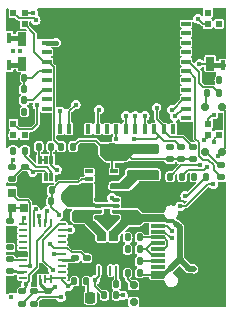
<source format=gtl>
G04 #@! TF.GenerationSoftware,KiCad,Pcbnew,7.0.10*
G04 #@! TF.CreationDate,2024-03-06T03:44:09-08:00*
G04 #@! TF.ProjectId,Tracker_Band_V1,54726163-6b65-4725-9f42-616e645f5631,1*
G04 #@! TF.SameCoordinates,Original*
G04 #@! TF.FileFunction,Copper,L1,Top*
G04 #@! TF.FilePolarity,Positive*
%FSLAX46Y46*%
G04 Gerber Fmt 4.6, Leading zero omitted, Abs format (unit mm)*
G04 Created by KiCad (PCBNEW 7.0.10) date 2024-03-06 03:44:09*
%MOMM*%
%LPD*%
G01*
G04 APERTURE LIST*
G04 Aperture macros list*
%AMRoundRect*
0 Rectangle with rounded corners*
0 $1 Rounding radius*
0 $2 $3 $4 $5 $6 $7 $8 $9 X,Y pos of 4 corners*
0 Add a 4 corners polygon primitive as box body*
4,1,4,$2,$3,$4,$5,$6,$7,$8,$9,$2,$3,0*
0 Add four circle primitives for the rounded corners*
1,1,$1+$1,$2,$3*
1,1,$1+$1,$4,$5*
1,1,$1+$1,$6,$7*
1,1,$1+$1,$8,$9*
0 Add four rect primitives between the rounded corners*
20,1,$1+$1,$2,$3,$4,$5,0*
20,1,$1+$1,$4,$5,$6,$7,0*
20,1,$1+$1,$6,$7,$8,$9,0*
20,1,$1+$1,$8,$9,$2,$3,0*%
%AMOutline4P*
0 Free polygon, 4 corners , with rotation*
0 The origin of the aperture is its center*
0 number of corners: always 4*
0 $1 to $8 corner X, Y*
0 $9 Rotation angle, in degrees counterclockwise*
0 create outline with 4 corners*
4,1,4,$1,$2,$3,$4,$5,$6,$7,$8,$1,$2,$9*%
%AMOutline5P*
0 Free polygon, 5 corners , with rotation*
0 The origin of the aperture is its center*
0 number of corners: always 5*
0 $1 to $10 corner X, Y*
0 $11 Rotation angle, in degrees counterclockwise*
0 create outline with 5 corners*
4,1,5,$1,$2,$3,$4,$5,$6,$7,$8,$9,$10,$1,$2,$11*%
%AMOutline6P*
0 Free polygon, 6 corners , with rotation*
0 The origin of the aperture is its center*
0 number of corners: always 6*
0 $1 to $12 corner X, Y*
0 $13 Rotation angle, in degrees counterclockwise*
0 create outline with 6 corners*
4,1,6,$1,$2,$3,$4,$5,$6,$7,$8,$9,$10,$11,$12,$1,$2,$13*%
%AMOutline7P*
0 Free polygon, 7 corners , with rotation*
0 The origin of the aperture is its center*
0 number of corners: always 7*
0 $1 to $14 corner X, Y*
0 $15 Rotation angle, in degrees counterclockwise*
0 create outline with 7 corners*
4,1,7,$1,$2,$3,$4,$5,$6,$7,$8,$9,$10,$11,$12,$13,$14,$1,$2,$15*%
%AMOutline8P*
0 Free polygon, 8 corners , with rotation*
0 The origin of the aperture is its center*
0 number of corners: always 8*
0 $1 to $16 corner X, Y*
0 $17 Rotation angle, in degrees counterclockwise*
0 create outline with 8 corners*
4,1,8,$1,$2,$3,$4,$5,$6,$7,$8,$9,$10,$11,$12,$13,$14,$15,$16,$1,$2,$17*%
G04 Aperture macros list end*
G04 #@! TA.AperFunction,SMDPad,CuDef*
%ADD10RoundRect,0.150000X-0.150000X-0.200000X0.150000X-0.200000X0.150000X0.200000X-0.150000X0.200000X0*%
G04 #@! TD*
G04 #@! TA.AperFunction,SMDPad,CuDef*
%ADD11RoundRect,0.135000X0.135000X0.185000X-0.135000X0.185000X-0.135000X-0.185000X0.135000X-0.185000X0*%
G04 #@! TD*
G04 #@! TA.AperFunction,SMDPad,CuDef*
%ADD12R,0.558800X0.558800*%
G04 #@! TD*
G04 #@! TA.AperFunction,SMDPad,CuDef*
%ADD13RoundRect,0.135000X0.185000X-0.135000X0.185000X0.135000X-0.185000X0.135000X-0.185000X-0.135000X0*%
G04 #@! TD*
G04 #@! TA.AperFunction,SMDPad,CuDef*
%ADD14RoundRect,0.250000X0.475000X-0.250000X0.475000X0.250000X-0.475000X0.250000X-0.475000X-0.250000X0*%
G04 #@! TD*
G04 #@! TA.AperFunction,SMDPad,CuDef*
%ADD15R,0.340000X0.700000*%
G04 #@! TD*
G04 #@! TA.AperFunction,SMDPad,CuDef*
%ADD16RoundRect,0.135000X-0.135000X-0.185000X0.135000X-0.185000X0.135000X0.185000X-0.135000X0.185000X0*%
G04 #@! TD*
G04 #@! TA.AperFunction,SMDPad,CuDef*
%ADD17RoundRect,0.140000X-0.170000X0.140000X-0.170000X-0.140000X0.170000X-0.140000X0.170000X0.140000X0*%
G04 #@! TD*
G04 #@! TA.AperFunction,SMDPad,CuDef*
%ADD18RoundRect,0.150000X-0.200000X0.150000X-0.200000X-0.150000X0.200000X-0.150000X0.200000X0.150000X0*%
G04 #@! TD*
G04 #@! TA.AperFunction,SMDPad,CuDef*
%ADD19RoundRect,0.135000X-0.185000X0.135000X-0.185000X-0.135000X0.185000X-0.135000X0.185000X0.135000X0*%
G04 #@! TD*
G04 #@! TA.AperFunction,SMDPad,CuDef*
%ADD20R,0.457200X0.838200*%
G04 #@! TD*
G04 #@! TA.AperFunction,SMDPad,CuDef*
%ADD21R,0.711200X1.143000*%
G04 #@! TD*
G04 #@! TA.AperFunction,SMDPad,CuDef*
%ADD22RoundRect,0.062500X-0.062500X0.337500X-0.062500X-0.337500X0.062500X-0.337500X0.062500X0.337500X0*%
G04 #@! TD*
G04 #@! TA.AperFunction,SMDPad,CuDef*
%ADD23R,1.400000X1.700000*%
G04 #@! TD*
G04 #@! TA.AperFunction,SMDPad,CuDef*
%ADD24RoundRect,0.140000X0.140000X0.170000X-0.140000X0.170000X-0.140000X-0.170000X0.140000X-0.170000X0*%
G04 #@! TD*
G04 #@! TA.AperFunction,SMDPad,CuDef*
%ADD25RoundRect,0.050000X-0.285000X-0.100000X0.285000X-0.100000X0.285000X0.100000X-0.285000X0.100000X0*%
G04 #@! TD*
G04 #@! TA.AperFunction,SMDPad,CuDef*
%ADD26R,0.700000X0.800000*%
G04 #@! TD*
G04 #@! TA.AperFunction,SMDPad,CuDef*
%ADD27R,0.812800X0.406400*%
G04 #@! TD*
G04 #@! TA.AperFunction,SMDPad,CuDef*
%ADD28R,0.406400X0.812800*%
G04 #@! TD*
G04 #@! TA.AperFunction,SMDPad,CuDef*
%ADD29R,1.447800X1.447800*%
G04 #@! TD*
G04 #@! TA.AperFunction,SMDPad,CuDef*
%ADD30R,0.711200X0.711200*%
G04 #@! TD*
G04 #@! TA.AperFunction,SMDPad,CuDef*
%ADD31Outline5P,-0.723900X0.289560X-0.289560X0.723900X0.723900X0.723900X0.723900X-0.723900X-0.723900X-0.723900X0.000000*%
G04 #@! TD*
G04 #@! TA.AperFunction,SMDPad,CuDef*
%ADD32R,2.700000X0.800000*%
G04 #@! TD*
G04 #@! TA.AperFunction,SMDPad,CuDef*
%ADD33R,1.000000X0.600000*%
G04 #@! TD*
G04 #@! TA.AperFunction,SMDPad,CuDef*
%ADD34Outline5P,-0.300000X0.620000X0.300000X0.620000X0.300000X-0.620000X-0.180000X-0.620000X-0.300000X-0.500000X90.000000*%
G04 #@! TD*
G04 #@! TA.AperFunction,SMDPad,CuDef*
%ADD35R,1.240000X0.300000*%
G04 #@! TD*
G04 #@! TA.AperFunction,SMDPad,CuDef*
%ADD36Outline5P,-0.300000X0.620000X0.300000X0.620000X0.300000X-0.500000X0.180000X-0.620000X-0.300000X-0.620000X90.000000*%
G04 #@! TD*
G04 #@! TA.AperFunction,SMDPad,CuDef*
%ADD37Outline4P,-0.300000X-0.285000X0.300000X-0.515000X0.300000X0.515000X-0.300000X0.285000X90.000000*%
G04 #@! TD*
G04 #@! TA.AperFunction,SMDPad,CuDef*
%ADD38Outline4P,-0.300000X-0.515000X0.300000X-0.285000X0.300000X0.285000X-0.300000X0.515000X90.000000*%
G04 #@! TD*
G04 #@! TA.AperFunction,ComponentPad*
%ADD39O,2.100000X1.000000*%
G04 #@! TD*
G04 #@! TA.AperFunction,ComponentPad*
%ADD40O,1.800000X1.000000*%
G04 #@! TD*
G04 #@! TA.AperFunction,SMDPad,CuDef*
%ADD41R,0.675000X0.254000*%
G04 #@! TD*
G04 #@! TA.AperFunction,SMDPad,CuDef*
%ADD42R,0.254000X0.675000*%
G04 #@! TD*
G04 #@! TA.AperFunction,SMDPad,CuDef*
%ADD43RoundRect,0.250000X0.250000X0.475000X-0.250000X0.475000X-0.250000X-0.475000X0.250000X-0.475000X0*%
G04 #@! TD*
G04 #@! TA.AperFunction,SMDPad,CuDef*
%ADD44R,0.650000X0.350000*%
G04 #@! TD*
G04 #@! TA.AperFunction,SMDPad,CuDef*
%ADD45R,1.000000X1.600000*%
G04 #@! TD*
G04 #@! TA.AperFunction,SMDPad,CuDef*
%ADD46RoundRect,0.218750X-0.218750X-0.256250X0.218750X-0.256250X0.218750X0.256250X-0.218750X0.256250X0*%
G04 #@! TD*
G04 #@! TA.AperFunction,SMDPad,CuDef*
%ADD47RoundRect,0.250000X-0.475000X0.250000X-0.475000X-0.250000X0.475000X-0.250000X0.475000X0.250000X0*%
G04 #@! TD*
G04 #@! TA.AperFunction,ViaPad*
%ADD48C,0.420000*%
G04 #@! TD*
G04 #@! TA.AperFunction,Conductor*
%ADD49C,0.127000*%
G04 #@! TD*
G04 #@! TA.AperFunction,Conductor*
%ADD50C,0.250000*%
G04 #@! TD*
G04 #@! TA.AperFunction,Conductor*
%ADD51C,0.400000*%
G04 #@! TD*
G04 #@! TA.AperFunction,Conductor*
%ADD52C,0.380000*%
G04 #@! TD*
G04 #@! TA.AperFunction,Conductor*
%ADD53C,0.500000*%
G04 #@! TD*
G04 #@! TA.AperFunction,Conductor*
%ADD54C,0.375000*%
G04 #@! TD*
G04 #@! TA.AperFunction,Conductor*
%ADD55C,0.300000*%
G04 #@! TD*
G04 APERTURE END LIST*
D10*
X140600000Y-84250000D03*
X139200000Y-84250000D03*
D11*
X133660000Y-98300000D03*
X132640000Y-98300000D03*
D12*
X139425000Y-85675020D03*
X139425000Y-86624980D03*
X140375000Y-86624980D03*
X140375000Y-85675020D03*
D13*
X136250000Y-88660000D03*
X136250000Y-87640000D03*
D14*
X127800000Y-91850000D03*
X127800000Y-89950000D03*
D13*
X123700000Y-100890000D03*
X123700000Y-99870000D03*
D15*
X125200000Y-90200000D03*
X125700000Y-90200000D03*
X126200000Y-90200000D03*
X126200000Y-88700000D03*
X125700000Y-88700000D03*
X125200000Y-88700000D03*
D16*
X139390000Y-83075000D03*
X140410000Y-83075000D03*
D11*
X128035000Y-87600000D03*
X127015000Y-87600000D03*
D17*
X122685000Y-93920000D03*
X122685000Y-94880000D03*
D11*
X126160000Y-87600000D03*
X125140000Y-87600000D03*
D18*
X133150000Y-100750000D03*
X133150000Y-99350000D03*
D19*
X124700000Y-99870000D03*
X124700000Y-100890000D03*
D20*
X122613201Y-78375001D03*
D21*
X123708200Y-78520000D03*
X123708200Y-80580000D03*
D20*
X122613201Y-80724999D03*
D11*
X126210000Y-91300000D03*
X125190000Y-91300000D03*
D22*
X131685000Y-95200000D03*
X131185000Y-95200000D03*
X130685000Y-95200000D03*
X130185000Y-95200000D03*
X130185000Y-98100000D03*
X130685000Y-98100000D03*
X131185000Y-98100000D03*
X131685000Y-98100000D03*
D23*
X130935000Y-96650000D03*
D11*
X139310000Y-90150000D03*
X138290000Y-90150000D03*
X133660000Y-95300000D03*
X132640000Y-95300000D03*
D17*
X125875000Y-99870000D03*
X125875000Y-100830000D03*
D10*
X140600000Y-88050000D03*
X139200000Y-88050000D03*
D20*
X140726799Y-80724999D03*
D21*
X139631800Y-80580000D03*
X139631800Y-78520000D03*
D20*
X140726799Y-78375001D03*
D17*
X128200000Y-97070000D03*
X128200000Y-98030000D03*
D13*
X122850000Y-90310000D03*
X122850000Y-89290000D03*
D12*
X123925000Y-77224980D03*
X123925000Y-76275020D03*
X122975000Y-76275020D03*
X122975000Y-77224980D03*
D11*
X123910000Y-81800000D03*
X122890000Y-81800000D03*
D13*
X140550000Y-90210000D03*
X140550000Y-89190000D03*
D24*
X123880000Y-83700000D03*
X122920000Y-83700000D03*
D14*
X133100000Y-93750000D03*
X133100000Y-91850000D03*
D13*
X137200000Y-88660000D03*
X137200000Y-87640000D03*
D25*
X130150700Y-92099811D03*
X130150700Y-92599937D03*
X130150700Y-93100063D03*
X130150700Y-93600189D03*
X131649300Y-93600189D03*
X131649300Y-93100063D03*
X131649300Y-92599937D03*
X131649300Y-92099811D03*
D11*
X133660000Y-96300000D03*
X132640000Y-96300000D03*
X131694999Y-100200000D03*
X130674999Y-100200000D03*
X140410000Y-82000000D03*
X139390000Y-82000000D03*
D24*
X126180000Y-92250000D03*
X125220000Y-92250000D03*
D26*
X123835000Y-92800000D03*
X123835000Y-91500000D03*
X122835000Y-91500000D03*
X122835000Y-92800000D03*
D12*
X139425000Y-76275020D03*
X139425000Y-77224980D03*
X140375000Y-77224980D03*
X140375000Y-76275020D03*
D19*
X129165000Y-97040000D03*
X129165000Y-98060000D03*
D11*
X131694999Y-99250000D03*
X130674999Y-99250000D03*
D12*
X122975000Y-85675020D03*
X122975000Y-86624980D03*
X123925000Y-86624980D03*
X123925000Y-85675020D03*
D11*
X133660000Y-97300000D03*
X132640000Y-97300000D03*
D27*
X125800002Y-77205100D03*
X125800002Y-78005101D03*
X125800002Y-78805100D03*
X125800002Y-79605101D03*
X125800002Y-80405099D03*
X125800002Y-81205100D03*
X125800002Y-82005101D03*
X125800002Y-82805099D03*
X125800002Y-83605100D03*
X125800002Y-84405099D03*
X125800002Y-85205100D03*
D28*
X126899999Y-86105100D03*
X127700000Y-86105100D03*
X128500001Y-86105100D03*
X129300000Y-86105100D03*
X130100001Y-86105100D03*
X130899999Y-86105100D03*
X131700000Y-86105100D03*
X132500001Y-86105100D03*
X133299999Y-86105100D03*
X134100000Y-86105100D03*
X134899999Y-86105100D03*
X135700000Y-86105100D03*
X136499998Y-86105100D03*
D27*
X137599998Y-85205100D03*
X137599998Y-84405099D03*
X137599998Y-83605100D03*
X137599998Y-82805099D03*
X137599998Y-82005101D03*
X137599998Y-81205100D03*
X137599998Y-80405099D03*
X137599998Y-79605101D03*
X137599998Y-78805100D03*
X137599998Y-78005101D03*
X137599998Y-77205100D03*
D28*
X136500001Y-76305100D03*
X135700000Y-76305100D03*
X134899999Y-76305100D03*
X134100000Y-76305100D03*
X133299999Y-76305100D03*
X132500001Y-76305100D03*
X131700000Y-76305100D03*
X130899999Y-76305100D03*
X130100001Y-76305100D03*
X129300000Y-76305100D03*
X128500001Y-76305100D03*
X127700000Y-76305100D03*
X126900002Y-76305100D03*
D29*
X131700000Y-81205100D03*
D30*
X137650000Y-76255100D03*
X137650000Y-86155100D03*
X125750000Y-86155100D03*
X125750000Y-76255100D03*
D29*
X133675000Y-79230100D03*
X133675000Y-81205100D03*
X133675000Y-83180100D03*
X131700000Y-83180100D03*
X129725000Y-83180100D03*
X129725000Y-81205100D03*
D31*
X129725000Y-79230100D03*
D29*
X131700000Y-79230100D03*
D19*
X123950000Y-89290000D03*
X123950000Y-90310000D03*
D24*
X123880000Y-82750000D03*
X122920000Y-82750000D03*
D11*
X137260000Y-90150000D03*
X136240000Y-90150000D03*
D32*
X133935000Y-90000000D03*
X133935000Y-87800000D03*
D17*
X122700000Y-98170000D03*
X122700000Y-99130000D03*
D11*
X123910000Y-84650000D03*
X122890000Y-84650000D03*
D33*
X135090000Y-99250000D03*
D34*
X135210000Y-98450000D03*
D35*
X135210000Y-97300000D03*
X135210000Y-96300000D03*
X135210000Y-95800000D03*
X135210000Y-94800000D03*
D36*
X135210000Y-93650000D03*
D37*
X135430000Y-92850000D03*
D33*
X135090000Y-92850000D03*
D36*
X135210000Y-93650000D03*
D35*
X135210000Y-94300000D03*
X135210000Y-95300000D03*
X135210000Y-96800000D03*
X135210000Y-97800000D03*
D34*
X135210000Y-98450000D03*
D38*
X135430000Y-99250000D03*
D39*
X135810000Y-100370000D03*
D40*
X140010000Y-100370000D03*
D39*
X135810000Y-91730000D03*
D40*
X140010000Y-91730000D03*
D41*
X123772500Y-98700000D03*
D42*
X124685000Y-98837500D03*
X125185000Y-98837500D03*
X125685000Y-98837500D03*
X126185000Y-98837500D03*
D41*
X127097500Y-98700000D03*
X127097500Y-98200000D03*
X127097500Y-97700000D03*
X127097500Y-97200000D03*
X127097500Y-96700000D03*
X127097500Y-96200000D03*
X127097500Y-95700000D03*
X127097500Y-95200000D03*
X127097500Y-94700000D03*
X127097500Y-94200000D03*
D42*
X126185000Y-94062500D03*
X125685000Y-94062500D03*
X125185000Y-94062500D03*
X124685000Y-94062500D03*
D41*
X123772500Y-94200000D03*
X123772500Y-94700000D03*
X123772500Y-95200000D03*
X123772500Y-95700000D03*
X123772500Y-96200000D03*
X123772500Y-96700000D03*
X123772500Y-97200000D03*
X123772500Y-97700000D03*
X123772500Y-98200000D03*
D43*
X131350000Y-88100000D03*
X129450000Y-88100000D03*
D13*
X138150000Y-88660000D03*
X138150000Y-87640000D03*
D16*
X128140000Y-99000000D03*
X129160000Y-99000000D03*
D19*
X122700000Y-96140000D03*
X122700000Y-97160000D03*
D44*
X129400000Y-89700000D03*
X129400000Y-90350000D03*
X129400000Y-91000000D03*
X131500000Y-91000000D03*
X131500000Y-90350000D03*
X131500000Y-89700000D03*
D45*
X130450000Y-90350000D03*
D46*
X127912500Y-100400000D03*
X129487500Y-100400000D03*
D47*
X128685000Y-93500000D03*
X128685000Y-95400000D03*
D11*
X123960000Y-87950000D03*
X122940000Y-87950000D03*
D48*
X130550000Y-96700000D03*
X134075000Y-94575000D03*
X127700000Y-77200000D03*
X130900000Y-93800000D03*
X139775000Y-81575000D03*
X127475000Y-93575000D03*
X127850000Y-89025000D03*
X131700000Y-81225000D03*
X135800000Y-89400000D03*
X125500000Y-98025000D03*
X130450000Y-91250000D03*
X129700000Y-79200000D03*
X122975000Y-83700000D03*
X127250000Y-100950000D03*
X132450000Y-89200000D03*
X122975000Y-77224980D03*
X128225000Y-98025000D03*
X132600000Y-92075000D03*
X131350000Y-97300000D03*
X131700000Y-79200000D03*
X130550000Y-97300000D03*
X129100000Y-84750000D03*
X131350000Y-96100000D03*
X134100000Y-77200000D03*
X140375000Y-76275000D03*
X123925000Y-85675000D03*
X122700000Y-99130000D03*
X132500000Y-77200000D03*
X135225000Y-92850000D03*
X140375000Y-85650000D03*
X124825000Y-86675000D03*
X135700000Y-77200000D03*
X139625000Y-78275000D03*
X134375000Y-91025000D03*
X125200000Y-77650000D03*
X129300000Y-77200000D03*
X133675000Y-81225000D03*
X122975000Y-82750000D03*
X129700000Y-81250000D03*
X130450000Y-89850000D03*
X131350000Y-96700000D03*
X124575000Y-90850000D03*
X130550000Y-96100000D03*
X122700000Y-94875000D03*
X132650000Y-97375000D03*
X128475000Y-88475000D03*
X134475000Y-89150000D03*
X130900000Y-77200000D03*
X137650000Y-86155100D03*
X130450000Y-90500000D03*
X135850000Y-83950000D03*
X129675000Y-96150000D03*
X130850000Y-99250000D03*
X133675000Y-79200000D03*
X128975000Y-95425000D03*
X122625000Y-80725000D03*
X128575000Y-92250000D03*
X122925000Y-79500000D03*
X129100000Y-93550000D03*
X128325000Y-93550000D03*
X126675000Y-89575000D03*
X123550003Y-79500000D03*
X138225000Y-97950000D03*
X133150000Y-100750000D03*
X140325000Y-88400000D03*
X126800000Y-93425000D03*
X137525000Y-91775000D03*
X136400000Y-95350000D03*
X140400000Y-82000000D03*
X136400000Y-94725000D03*
X139900000Y-90775000D03*
X137100000Y-92650000D03*
X132650000Y-95300000D03*
X136406062Y-84475288D03*
X136625000Y-85050000D03*
X132625000Y-96300000D03*
X122675000Y-93925000D03*
X127600000Y-99425000D03*
X122950000Y-86625000D03*
X130700000Y-87800000D03*
X132250000Y-100200000D03*
X126525000Y-99475000D03*
X126400000Y-96700000D03*
X131900000Y-88500000D03*
X126600000Y-78800000D03*
X122775000Y-100375000D03*
X138575000Y-76775000D03*
X122725000Y-96150000D03*
X124600000Y-89750000D03*
X124675000Y-76275000D03*
X122725000Y-98175000D03*
X139150000Y-87050000D03*
X122925000Y-87950000D03*
X123875000Y-82750000D03*
X138775000Y-89150000D03*
X125600000Y-82800000D03*
X122950000Y-88700000D03*
X123775000Y-78250000D03*
X139390000Y-83075000D03*
X123925000Y-84650000D03*
X131300000Y-91950000D03*
X136250000Y-87650000D03*
X130225000Y-84475000D03*
X128250000Y-84050000D03*
X129900000Y-98875000D03*
X126075000Y-95850000D03*
X133300000Y-85000000D03*
X127800000Y-94625000D03*
X133162500Y-86962500D03*
X127000000Y-100375000D03*
X126300000Y-98050000D03*
X124050000Y-99250000D03*
X131700000Y-86950000D03*
X125800000Y-93025000D03*
X135100000Y-84300000D03*
X125184101Y-93441338D03*
X124850000Y-92925000D03*
X134100000Y-85000000D03*
X123900000Y-93650000D03*
X132500000Y-85000000D03*
X124875000Y-76900000D03*
X139425000Y-76250000D03*
X140375000Y-77225000D03*
X139925000Y-84900000D03*
X140000000Y-87225000D03*
X125000000Y-84100000D03*
X124400000Y-97700000D03*
X126950000Y-84625000D03*
X138290000Y-90150000D03*
X138725000Y-80575000D03*
X139375000Y-89325000D03*
D49*
X122920000Y-83700000D02*
X122975000Y-83700000D01*
X122920000Y-82750000D02*
X122975000Y-82750000D01*
D50*
X125705000Y-100825000D02*
X125700000Y-100830000D01*
D49*
X122975000Y-83700000D02*
X122920000Y-83680000D01*
X122890000Y-81800000D02*
X122900000Y-81800000D01*
X122890000Y-81800000D02*
X122890000Y-81840000D01*
X122975000Y-82750000D02*
X122920000Y-82680000D01*
D51*
X122624999Y-80724999D02*
X122625000Y-80725000D01*
X122613201Y-80724999D02*
X122624999Y-80724999D01*
X122625001Y-80724999D02*
X123563201Y-80724999D01*
X122625000Y-80725000D02*
X122625001Y-80724999D01*
X123563201Y-80724999D02*
X123708200Y-80580000D01*
D49*
X126160000Y-87600000D02*
X126160000Y-88660000D01*
X126575000Y-89575000D02*
X126200000Y-89200000D01*
X126160000Y-88660000D02*
X126200000Y-88700000D01*
X126200000Y-89200000D02*
X126200000Y-88700000D01*
X126575000Y-89575000D02*
X126675000Y-89575000D01*
D52*
X136526310Y-93925000D02*
X136000000Y-93925000D01*
D49*
X135210000Y-98450000D02*
X133810000Y-98450000D01*
X133810000Y-98450000D02*
X133660000Y-98300000D01*
D52*
X136738155Y-94136845D02*
X136526310Y-93925000D01*
D53*
X137055000Y-94453690D02*
X137055000Y-97145000D01*
D54*
X136175000Y-98000000D02*
X135725000Y-98450000D01*
D55*
X132900000Y-93750000D02*
X133100000Y-93750000D01*
X135725000Y-98450000D02*
X135210000Y-98450000D01*
D53*
X136738155Y-94136845D02*
X137055000Y-94453690D01*
X137850000Y-97950000D02*
X138225000Y-97950000D01*
X136200000Y-98000000D02*
X137050000Y-97150000D01*
D55*
X135725000Y-93650000D02*
X135210000Y-93650000D01*
D53*
X137055000Y-97145000D02*
X136200000Y-98000000D01*
X137050000Y-97150000D02*
X137850000Y-97950000D01*
D55*
X136200000Y-98000000D02*
X136175000Y-98000000D01*
D52*
X136000000Y-93925000D02*
X135725000Y-93650000D01*
D50*
X128070000Y-97200000D02*
X128200000Y-97070000D01*
X127097500Y-97200000D02*
X128070000Y-97200000D01*
D49*
X126210000Y-92220000D02*
X126180000Y-92250000D01*
X140600000Y-84250000D02*
X140910500Y-84560500D01*
X140600000Y-88000000D02*
X140600000Y-88050000D01*
X126210000Y-91300000D02*
X126210000Y-92220000D01*
X128750000Y-90350000D02*
X128460000Y-90640000D01*
X126870000Y-90640000D02*
X126210000Y-91300000D01*
X140910500Y-87689500D02*
X140600000Y-88000000D01*
X126800000Y-93350000D02*
X126800000Y-93425000D01*
X126180000Y-92250000D02*
X126180000Y-92730000D01*
X128460000Y-90640000D02*
X126870000Y-90640000D01*
X140600000Y-88125000D02*
X140325000Y-88400000D01*
X140600000Y-88050000D02*
X140600000Y-88125000D01*
X129400000Y-90350000D02*
X128750000Y-90350000D01*
X140910500Y-84560500D02*
X140910500Y-87689500D01*
X126180000Y-92730000D02*
X126800000Y-93350000D01*
X139310000Y-90240000D02*
X139310000Y-90150000D01*
X137550000Y-91775000D02*
X137685000Y-91775000D01*
X136325000Y-95375000D02*
X136400000Y-95375000D01*
X135750000Y-94800000D02*
X136325000Y-95375000D01*
X137685000Y-91775000D02*
X139310000Y-90150000D01*
X135210000Y-94800000D02*
X135750000Y-94800000D01*
X135210000Y-94300000D02*
X135975000Y-94300000D01*
X135975000Y-94300000D02*
X136400000Y-94725000D01*
X139450000Y-90775000D02*
X139900000Y-90775000D01*
X137575000Y-92650000D02*
X137100000Y-92650000D01*
X139450000Y-90775000D02*
X137575000Y-92650000D01*
X132640000Y-95300000D02*
X132650000Y-95300000D01*
X137319900Y-83605100D02*
X137599998Y-83605100D01*
X136406062Y-84475288D02*
X136449712Y-84475288D01*
X136449712Y-84475288D02*
X137319900Y-83605100D01*
X132650000Y-95300000D02*
X132640000Y-95285000D01*
X136625000Y-85050000D02*
X136675000Y-85050000D01*
X132625000Y-96300000D02*
X132650000Y-96300000D01*
X136675000Y-85050000D02*
X137319901Y-84405099D01*
X132640000Y-96300000D02*
X132625000Y-96300000D01*
X137319901Y-84405099D02*
X137599998Y-84405099D01*
X135210000Y-97300000D02*
X133660000Y-97300000D01*
X133010000Y-88660000D02*
X132850000Y-88500000D01*
X127097500Y-98922500D02*
X127600000Y-99425000D01*
X123835000Y-92800000D02*
X122835000Y-92800000D01*
X139425000Y-86775000D02*
X139425000Y-86624980D01*
D50*
X125930000Y-99870000D02*
X125700000Y-99870000D01*
D49*
X125680000Y-99890000D02*
X125700000Y-99870000D01*
D50*
X125875000Y-99870000D02*
X126030000Y-99870000D01*
D49*
X127097500Y-96700000D02*
X126400000Y-96700000D01*
D50*
X122685000Y-93920000D02*
X122680000Y-93920000D01*
D49*
X139150000Y-87050000D02*
X139425000Y-86775000D01*
X136250000Y-88660000D02*
X133010000Y-88660000D01*
D51*
X125800002Y-78805100D02*
X126594900Y-78805100D01*
D49*
X125575000Y-89650000D02*
X125700000Y-89775000D01*
X124700000Y-99890000D02*
X125680000Y-99890000D01*
X123950000Y-89290000D02*
X124140000Y-89290000D01*
D50*
X125185000Y-99210000D02*
X125700000Y-99725000D01*
X125700000Y-99870000D02*
X125680000Y-99870000D01*
D49*
X124700000Y-89650000D02*
X124600000Y-89750000D01*
X123870000Y-89290000D02*
X122850000Y-90310000D01*
X139024980Y-77224980D02*
X138575000Y-76775000D01*
X126185000Y-98700000D02*
X126960000Y-98700000D01*
D51*
X126594900Y-78805100D02*
X126600000Y-78800000D01*
D49*
X124140000Y-89290000D02*
X124600000Y-89750000D01*
D50*
X125700000Y-99725000D02*
X125700000Y-99870000D01*
D49*
X125700000Y-89775000D02*
X125700000Y-90200000D01*
D50*
X122725000Y-98175000D02*
X122715000Y-98200000D01*
D49*
X122975000Y-86624980D02*
X122950000Y-86625000D01*
X139425000Y-77224980D02*
X139024980Y-77224980D01*
X131500000Y-89700000D02*
X131350000Y-89550000D01*
X127097500Y-98700000D02*
X127097500Y-98922500D01*
D50*
X125185000Y-98837500D02*
X125185000Y-99210000D01*
X123772500Y-98200000D02*
X122725000Y-98175000D01*
D49*
X124700000Y-99890000D02*
X124700000Y-99910000D01*
D50*
X126425000Y-99475000D02*
X126525000Y-99475000D01*
D49*
X136250000Y-88660000D02*
X136160000Y-88750000D01*
X124700000Y-99910000D02*
X123700000Y-100910000D01*
D50*
X122675000Y-93925000D02*
X122690000Y-93920000D01*
D49*
X128535000Y-87100000D02*
X129950000Y-87100000D01*
X128100000Y-99000000D02*
X127675000Y-99425000D01*
X128140000Y-99000000D02*
X128100000Y-99000000D01*
X125685000Y-98837500D02*
X126185000Y-98837500D01*
X127675000Y-99425000D02*
X127600000Y-99425000D01*
X128035000Y-87600000D02*
X128535000Y-87100000D01*
X123950000Y-89300000D02*
X123950000Y-89290000D01*
X132250000Y-100200000D02*
X131694999Y-100200000D01*
X128015000Y-99125000D02*
X128140000Y-99000000D01*
X129950000Y-87100000D02*
X130425000Y-87575000D01*
D50*
X122680000Y-93920000D02*
X122675000Y-93925000D01*
D49*
X125575000Y-89650000D02*
X124700000Y-89650000D01*
X123990000Y-89290000D02*
X123950000Y-89290000D01*
X123950000Y-89290000D02*
X123870000Y-89290000D01*
X131350000Y-89550000D02*
X131350000Y-88100000D01*
D50*
X122685000Y-93920000D02*
X122685000Y-92950000D01*
X122685000Y-92950000D02*
X122835000Y-92800000D01*
D49*
X124674980Y-76275020D02*
X124675000Y-76275000D01*
X138150000Y-88660000D02*
X136250000Y-88660000D01*
D50*
X126030000Y-99870000D02*
X126425000Y-99475000D01*
D49*
X123925000Y-76275020D02*
X124674980Y-76275020D01*
X123910000Y-81800000D02*
X124550000Y-81800000D01*
X122925000Y-87950000D02*
X122940000Y-87885000D01*
X124550000Y-81800000D02*
X125144900Y-81205100D01*
X123880000Y-81830000D02*
X123910000Y-81800000D01*
X125144900Y-81205100D02*
X125800002Y-81205100D01*
X123880000Y-82750000D02*
X123875000Y-82750000D01*
X122940000Y-87950000D02*
X122925000Y-87950000D01*
X123875000Y-82750000D02*
X123880000Y-81830000D01*
X132640000Y-98300000D02*
X132640000Y-98840000D01*
X132640000Y-98840000D02*
X133150000Y-99350000D01*
X122850000Y-89290000D02*
X122850000Y-88775000D01*
X124625000Y-83700000D02*
X123880000Y-83700000D01*
X122850000Y-88775000D02*
X122975000Y-88650000D01*
X136240000Y-90150000D02*
X137190000Y-89200000D01*
X138725000Y-89200000D02*
X138775000Y-89150000D01*
X125605099Y-82805099D02*
X125800002Y-82805099D01*
X137190000Y-89200000D02*
X138725000Y-89200000D01*
X124625000Y-83700000D02*
X125519901Y-82805099D01*
X125594901Y-82805099D02*
X125600000Y-82800000D01*
X125519901Y-82805099D02*
X125594901Y-82805099D01*
X125600000Y-82800000D02*
X125605099Y-82805099D01*
X122850000Y-89290000D02*
X122975000Y-89165000D01*
X123910000Y-83730000D02*
X123880000Y-83700000D01*
X140350000Y-89000000D02*
X140200000Y-89000000D01*
X139250000Y-88050000D02*
X139200000Y-88050000D01*
X140200000Y-89000000D02*
X139250000Y-88050000D01*
X140540000Y-89190000D02*
X140350000Y-89000000D01*
X140550000Y-89190000D02*
X140540000Y-89190000D01*
X126200000Y-90200000D02*
X126200000Y-89723000D01*
X126200000Y-89723000D02*
X125802000Y-89325000D01*
X123960000Y-88385000D02*
X123960000Y-87950000D01*
X125802000Y-89325000D02*
X124900000Y-89325000D01*
X124900000Y-89325000D02*
X123960000Y-88385000D01*
X125200000Y-88700000D02*
X125700000Y-88700000D01*
X125140000Y-88640000D02*
X125200000Y-88700000D01*
X125140000Y-87600000D02*
X125140000Y-88640000D01*
X138725000Y-82250000D02*
X139025000Y-82550000D01*
X139025000Y-82550000D02*
X139885000Y-82550000D01*
X137830099Y-80405099D02*
X138725000Y-81300000D01*
X140410000Y-82950000D02*
X140410000Y-83040000D01*
X139885000Y-82550000D02*
X140410000Y-83075000D01*
X138725000Y-81300000D02*
X138725000Y-82250000D01*
X137599998Y-80405099D02*
X137830099Y-80405099D01*
D51*
X123775000Y-78586800D02*
X123708200Y-78520000D01*
D49*
X123910000Y-84650000D02*
X123925000Y-84650000D01*
X139300000Y-83165000D02*
X139300000Y-84150000D01*
X139200000Y-84250000D02*
X139200000Y-84250000D01*
X139390000Y-82950000D02*
X139390000Y-82915000D01*
X123820000Y-78520000D02*
X123708200Y-78520000D01*
X123830000Y-78520000D02*
X123825000Y-78525000D01*
X139390000Y-83075000D02*
X139300000Y-83165000D01*
D51*
X122613201Y-78375001D02*
X123563201Y-78375001D01*
X123775000Y-78250000D02*
X123775000Y-78586800D01*
D49*
X139300000Y-84150000D02*
X139200000Y-84250000D01*
X123825000Y-78525000D02*
X123820000Y-78520000D01*
X131649300Y-92099811D02*
X131449811Y-92099811D01*
X130100001Y-86105100D02*
X130100001Y-84599999D01*
X131449811Y-92099811D02*
X131300000Y-91950000D01*
X136250000Y-87650000D02*
X136210000Y-87640000D01*
X130100001Y-84599999D02*
X130225000Y-84475000D01*
X136250000Y-87640000D02*
X136250000Y-87650000D01*
X129900000Y-99425001D02*
X129900000Y-98875000D01*
X129925000Y-98875000D02*
X129850000Y-98875000D01*
X127700000Y-84600000D02*
X128250000Y-84050000D01*
X130674999Y-100200000D02*
X129900000Y-99425001D01*
X130185000Y-98590000D02*
X129900000Y-98875000D01*
X130185000Y-98100000D02*
X130185000Y-98590000D01*
X127700000Y-86105100D02*
X127700000Y-84600000D01*
X131685000Y-98100000D02*
X131685000Y-99240001D01*
X131685000Y-99240001D02*
X131694999Y-99250000D01*
X122725000Y-97200000D02*
X122685000Y-97160000D01*
X123772500Y-97200000D02*
X122725000Y-97200000D01*
X127900000Y-96550000D02*
X127550000Y-96200000D01*
X129165000Y-97040000D02*
X128675000Y-96550000D01*
X133300000Y-85225000D02*
X133299999Y-86105100D01*
X128675000Y-96550000D02*
X127900000Y-96550000D01*
X133300000Y-85225000D02*
X133300000Y-85000000D01*
X126425000Y-96200000D02*
X126075000Y-95850000D01*
X127097500Y-96200000D02*
X126425000Y-96200000D01*
X127550000Y-96200000D02*
X127097500Y-96200000D01*
X135691699Y-87100000D02*
X135270850Y-86679150D01*
X127750000Y-94700000D02*
X127825000Y-94625000D01*
X137200000Y-87640000D02*
X136660000Y-87100000D01*
X135270850Y-86679150D02*
X134899999Y-86308300D01*
X135025000Y-86925000D02*
X135270850Y-86679150D01*
X134899999Y-86308300D02*
X134899999Y-86105100D01*
X133200000Y-86925000D02*
X135025000Y-86925000D01*
X136660000Y-87100000D02*
X135691699Y-87100000D01*
X127097500Y-94700000D02*
X127750000Y-94700000D01*
X125260000Y-100350000D02*
X126975000Y-100350000D01*
X126300000Y-98050000D02*
X125500000Y-97250000D01*
X126800000Y-94200000D02*
X127097500Y-94200000D01*
X124700000Y-100910000D02*
X125260000Y-100350000D01*
X125500000Y-95500000D02*
X126800000Y-94200000D01*
X126975000Y-100350000D02*
X127000000Y-100375000D01*
X125500000Y-97250000D02*
X125500000Y-95500000D01*
X124325000Y-98450000D02*
X124325000Y-98975000D01*
X126185000Y-94349500D02*
X124950000Y-95584500D01*
X124050000Y-99525000D02*
X124050000Y-99250000D01*
X126185000Y-94062500D02*
X126185000Y-94349500D01*
X124950000Y-95584500D02*
X124950000Y-97825000D01*
X124950000Y-97825000D02*
X124325000Y-98450000D01*
X123700000Y-99875000D02*
X124050000Y-99525000D01*
X124325000Y-98975000D02*
X124050000Y-99250000D01*
X123700000Y-99890000D02*
X123700000Y-99875000D01*
X131700000Y-86105100D02*
X131700000Y-86850000D01*
X125750000Y-93100000D02*
X125825000Y-93025000D01*
X125685000Y-94062500D02*
X125750000Y-93997500D01*
X125750000Y-93997500D02*
X125750000Y-93100000D01*
X131700000Y-86850000D02*
X131700000Y-86950000D01*
X135700000Y-85901900D02*
X135100000Y-85301900D01*
X135100000Y-85301900D02*
X135100000Y-84300000D01*
X135700000Y-86105100D02*
X135700000Y-85901900D01*
X125175000Y-93450439D02*
X125184101Y-93441338D01*
X125175000Y-94052500D02*
X125175000Y-93450439D01*
X138150000Y-87640000D02*
X137335000Y-86825000D01*
X135700000Y-86275000D02*
X135700000Y-86105100D01*
X125185000Y-94062500D02*
X125175000Y-94052500D01*
X136250000Y-86825000D02*
X135700000Y-86275000D01*
X137335000Y-86825000D02*
X136250000Y-86825000D01*
X134100000Y-85225000D02*
X134100000Y-85000000D01*
X124715601Y-93059399D02*
X124850000Y-92925000D01*
X124685000Y-94062500D02*
X124715601Y-94031899D01*
X134100000Y-85225000D02*
X134100000Y-86105100D01*
X124715601Y-94031899D02*
X124715601Y-93059399D01*
X123772500Y-93777500D02*
X123900000Y-93650000D01*
X123772500Y-94200000D02*
X123772500Y-93777500D01*
X132500000Y-85225000D02*
X132500000Y-85000000D01*
X132500000Y-85225000D02*
X132500001Y-86105100D01*
X139925000Y-89585000D02*
X140550000Y-90210000D01*
X138375000Y-86925750D02*
X138675000Y-87225750D01*
X138375000Y-81775000D02*
X138375000Y-86925750D01*
X139033316Y-88725000D02*
X139475000Y-88725000D01*
X138675000Y-87225750D02*
X138675000Y-88366684D01*
X139475000Y-88725000D02*
X139925000Y-89175000D01*
X137805100Y-81205100D02*
X138375000Y-81775000D01*
X138675000Y-88366684D02*
X139033316Y-88725000D01*
X137599998Y-81205100D02*
X137805100Y-81205100D01*
X139925000Y-89175000D02*
X139925000Y-89585000D01*
X125800002Y-80405099D02*
X125596802Y-80405099D01*
X126425000Y-80826897D02*
X126425000Y-87010000D01*
X125800002Y-80405099D02*
X126003202Y-80405099D01*
X126425000Y-87010000D02*
X127015000Y-87600000D01*
X124750000Y-79558297D02*
X124750000Y-78049980D01*
X125596802Y-80405099D02*
X124750000Y-79558297D01*
X124750000Y-78049980D02*
X123925000Y-77224980D01*
X126003202Y-80405099D02*
X126425000Y-80826897D01*
X123449980Y-76750000D02*
X124725000Y-76750000D01*
X122975000Y-76275020D02*
X123449980Y-76750000D01*
X124725000Y-76750000D02*
X124875000Y-76900000D01*
X139825000Y-84900000D02*
X139925000Y-84900000D01*
X139425000Y-85675020D02*
X139425000Y-85300000D01*
X139425000Y-85300000D02*
X139825000Y-84900000D01*
X125000000Y-85675000D02*
X124525000Y-86150000D01*
X123449980Y-86150000D02*
X122975000Y-85675020D01*
X140000000Y-87225000D02*
X140000000Y-86999980D01*
X140000000Y-86999980D02*
X140375000Y-86624980D01*
X125000000Y-84100000D02*
X125000000Y-85675000D01*
X124525000Y-86150000D02*
X123449980Y-86150000D01*
X124375000Y-97675000D02*
X124400000Y-97700000D01*
X122835000Y-91585000D02*
X123400000Y-92150000D01*
X124375000Y-92350000D02*
X124375000Y-97675000D01*
X123772500Y-97700000D02*
X124400000Y-97700000D01*
X123400000Y-92150000D02*
X124175000Y-92150000D01*
X122835000Y-91500000D02*
X122835000Y-91585000D01*
X124175000Y-92150000D02*
X124375000Y-92350000D01*
X126899999Y-84675001D02*
X126950000Y-84625000D01*
X138320000Y-90205000D02*
X138320000Y-90150000D01*
X126899999Y-86105100D02*
X126899999Y-84675001D01*
X138290000Y-90150000D02*
X138290000Y-90140000D01*
X137260000Y-90090000D02*
X137260000Y-90150000D01*
X139631800Y-80580000D02*
X138730000Y-80580000D01*
D51*
X139631800Y-80580000D02*
X139771800Y-80720000D01*
D49*
X138730000Y-80580000D02*
X138725000Y-80575000D01*
X139075000Y-89625000D02*
X137725000Y-89625000D01*
D51*
X139771800Y-80720000D02*
X140721800Y-80720000D01*
X140721800Y-80720000D02*
X140726799Y-80724999D01*
D49*
X137725000Y-89625000D02*
X137260000Y-90090000D01*
X139375000Y-89325000D02*
X139075000Y-89625000D01*
X137300000Y-90150000D02*
X137300000Y-90100000D01*
X129160000Y-99000000D02*
X129250000Y-99090000D01*
X129250000Y-100162500D02*
X129487500Y-100400000D01*
X129250000Y-99090000D02*
X129250000Y-100162500D01*
X134300000Y-96400000D02*
X134700000Y-96800000D01*
X134700000Y-95800000D02*
X134300000Y-96200000D01*
X135210000Y-95800000D02*
X134700000Y-95800000D01*
X134300000Y-96300000D02*
X134300000Y-96400000D01*
X134700000Y-96800000D02*
X135210000Y-96800000D01*
X133660000Y-96300000D02*
X134300000Y-96300000D01*
X134300000Y-96200000D02*
X134300000Y-96300000D01*
X135700000Y-96300000D02*
X135210000Y-96300000D01*
X135983500Y-96016500D02*
X135700000Y-96300000D01*
X135210000Y-95300000D02*
X135700000Y-95300000D01*
X135983500Y-95583500D02*
X135983500Y-96016500D01*
X135700000Y-95300000D02*
X135983500Y-95583500D01*
X135210000Y-95300000D02*
X133660000Y-95300000D01*
G04 #@! TA.AperFunction,Conductor*
G36*
X133517183Y-92968907D02*
G01*
X133528995Y-92978996D01*
X133731593Y-93181593D01*
X133900000Y-93350000D01*
X135719634Y-93350000D01*
X135777825Y-93368907D01*
X135811098Y-93411114D01*
X135827301Y-93450232D01*
X135827301Y-93450233D01*
X135829538Y-93453147D01*
X135830416Y-93455628D01*
X135830546Y-93455852D01*
X135830504Y-93455875D01*
X135849966Y-93510822D01*
X135850000Y-93513419D01*
X135850000Y-93851000D01*
X135831093Y-93909191D01*
X135781593Y-93945155D01*
X135751000Y-93950000D01*
X133974999Y-93950000D01*
X133703995Y-94221004D01*
X133649479Y-94248781D01*
X133633992Y-94250000D01*
X132700000Y-94250000D01*
X131850000Y-95100000D01*
X131850000Y-95100001D01*
X131850000Y-95501000D01*
X131831093Y-95559191D01*
X131781593Y-95595155D01*
X131751000Y-95600000D01*
X131149000Y-95600000D01*
X131090809Y-95581093D01*
X131054845Y-95531593D01*
X131050000Y-95501000D01*
X131050000Y-94866007D01*
X131068907Y-94807816D01*
X131078990Y-94796009D01*
X132008888Y-93866111D01*
X132023868Y-93853818D01*
X132062270Y-93828159D01*
X132087928Y-93789757D01*
X132099956Y-93775105D01*
X132099999Y-93775000D01*
X132100000Y-93775000D01*
X132100000Y-93774998D01*
X132101516Y-93771336D01*
X132101901Y-93767432D01*
X132111800Y-93717669D01*
X132111800Y-93482709D01*
X132101901Y-93432946D01*
X132101468Y-93428545D01*
X132100000Y-93425001D01*
X132100000Y-93425000D01*
X132099465Y-93424465D01*
X132087164Y-93409475D01*
X132062270Y-93372219D01*
X132062266Y-93372216D01*
X132025019Y-93347328D01*
X132010018Y-93335017D01*
X131925000Y-93250000D01*
X131424000Y-93250000D01*
X131365809Y-93231093D01*
X131329845Y-93181593D01*
X131325000Y-93151000D01*
X131325000Y-93049000D01*
X131343907Y-92990809D01*
X131393407Y-92954845D01*
X131424000Y-92950000D01*
X133458992Y-92950000D01*
X133517183Y-92968907D01*
G37*
G04 #@! TD.AperFunction*
G04 #@! TA.AperFunction,Conductor*
G36*
X130434191Y-92968907D02*
G01*
X130470155Y-93018407D01*
X130475000Y-93049000D01*
X130475000Y-93151000D01*
X130456093Y-93209191D01*
X130406593Y-93245155D01*
X130376000Y-93250000D01*
X129900000Y-93250000D01*
X129871677Y-93278323D01*
X129843353Y-93306646D01*
X129804655Y-93327333D01*
X129805452Y-93329256D01*
X129796443Y-93332987D01*
X129737732Y-93372217D01*
X129737727Y-93372222D01*
X129698498Y-93430931D01*
X129688200Y-93482706D01*
X129688200Y-93717671D01*
X129698498Y-93769446D01*
X129729818Y-93816318D01*
X129737730Y-93828159D01*
X129737733Y-93828161D01*
X129796442Y-93867390D01*
X129852990Y-93878638D01*
X129852622Y-93880485D01*
X129901708Y-93901952D01*
X129905956Y-93905956D01*
X130796004Y-94796004D01*
X130823781Y-94850521D01*
X130825000Y-94866008D01*
X130825000Y-95501000D01*
X130806093Y-95559191D01*
X130756593Y-95595155D01*
X130726000Y-95600000D01*
X130149000Y-95600000D01*
X130090809Y-95581093D01*
X130054845Y-95531593D01*
X130050000Y-95501000D01*
X130050000Y-95050001D01*
X130050000Y-95050000D01*
X129050000Y-94050000D01*
X129049999Y-94050000D01*
X128191008Y-94050000D01*
X128132817Y-94031093D01*
X128121004Y-94021004D01*
X127953996Y-93853996D01*
X127926219Y-93799479D01*
X127925000Y-93783992D01*
X127925000Y-93216008D01*
X127943907Y-93157817D01*
X127953996Y-93146004D01*
X128121004Y-92978996D01*
X128175521Y-92951219D01*
X128191008Y-92950000D01*
X130376000Y-92950000D01*
X130434191Y-92968907D01*
G37*
G04 #@! TD.AperFunction*
G04 #@! TA.AperFunction,Conductor*
G36*
X135233645Y-87393907D02*
G01*
X135269609Y-87443407D01*
X135274454Y-87473730D01*
X135276161Y-88100300D01*
X135257412Y-88158542D01*
X135208010Y-88194641D01*
X135177182Y-88199570D01*
X133175001Y-88199999D01*
X133174999Y-88200000D01*
X132602687Y-88772310D01*
X132548171Y-88800087D01*
X132517198Y-88800087D01*
X132450002Y-88789445D01*
X132449999Y-88789445D01*
X132323132Y-88809539D01*
X132313965Y-88814210D01*
X132269020Y-88825000D01*
X130891008Y-88825000D01*
X130832817Y-88806093D01*
X130821004Y-88796004D01*
X130328996Y-88303996D01*
X130301219Y-88249479D01*
X130300000Y-88233992D01*
X130300000Y-87566008D01*
X130318907Y-87507817D01*
X130328996Y-87496004D01*
X130421004Y-87403996D01*
X130475521Y-87376219D01*
X130491008Y-87375000D01*
X135175454Y-87375000D01*
X135233645Y-87393907D01*
G37*
G04 #@! TD.AperFunction*
G04 #@! TA.AperFunction,Conductor*
G36*
X135239191Y-89618907D02*
G01*
X135275155Y-89668407D01*
X135280000Y-89699000D01*
X135280000Y-90301000D01*
X135261093Y-90359191D01*
X135211593Y-90395155D01*
X135181000Y-90400000D01*
X133530077Y-90400000D01*
X132789034Y-91145780D01*
X132734606Y-91173731D01*
X132718808Y-91175000D01*
X131600000Y-91175000D01*
X131274000Y-91175000D01*
X131215809Y-91156093D01*
X131179845Y-91106593D01*
X131175000Y-91076000D01*
X131175000Y-90814000D01*
X131193907Y-90755809D01*
X131243407Y-90719845D01*
X131274000Y-90715000D01*
X131884999Y-90715000D01*
X131885000Y-90715000D01*
X132590000Y-90010000D01*
X132590000Y-89699000D01*
X132608907Y-89640809D01*
X132658407Y-89604845D01*
X132689000Y-89600000D01*
X135181000Y-89600000D01*
X135239191Y-89618907D01*
G37*
G04 #@! TD.AperFunction*
G04 #@! TA.AperFunction,Conductor*
G36*
X129684191Y-90718907D02*
G01*
X129720155Y-90768407D01*
X129725000Y-90799000D01*
X129725000Y-91860860D01*
X129708316Y-91915860D01*
X129698499Y-91930551D01*
X129698498Y-91930553D01*
X129688200Y-91982328D01*
X129688200Y-92217293D01*
X129698498Y-92269068D01*
X129707237Y-92282146D01*
X129737730Y-92327781D01*
X129737733Y-92327783D01*
X129796442Y-92367012D01*
X129823872Y-92372468D01*
X129874561Y-92399562D01*
X129924999Y-92449999D01*
X129925000Y-92450000D01*
X131876000Y-92450000D01*
X131934191Y-92468907D01*
X131970155Y-92518407D01*
X131975000Y-92549000D01*
X131975000Y-92651000D01*
X131956093Y-92709191D01*
X131906593Y-92745155D01*
X131876000Y-92750000D01*
X127666008Y-92750000D01*
X127607817Y-92731093D01*
X127596004Y-92721004D01*
X127103996Y-92228996D01*
X127076219Y-92174479D01*
X127075000Y-92158992D01*
X127075000Y-91541008D01*
X127093907Y-91482817D01*
X127103996Y-91471004D01*
X127715004Y-90859996D01*
X127769521Y-90832219D01*
X127785008Y-90831000D01*
X128410726Y-90831000D01*
X128426940Y-90833754D01*
X128426977Y-90833431D01*
X128438061Y-90834678D01*
X128438065Y-90834680D01*
X128462074Y-90831974D01*
X128465207Y-90831622D01*
X128476289Y-90831000D01*
X128481517Y-90831000D01*
X128481521Y-90831000D01*
X128486632Y-90829832D01*
X128497561Y-90827975D01*
X128524706Y-90824918D01*
X128524708Y-90824917D01*
X128535088Y-90821285D01*
X128545000Y-90816512D01*
X128545000Y-90816511D01*
X128545003Y-90816511D01*
X128566365Y-90799473D01*
X128575405Y-90793060D01*
X128579840Y-90790275D01*
X128583540Y-90786573D01*
X128591817Y-90779176D01*
X128613170Y-90762149D01*
X128613170Y-90762148D01*
X128613171Y-90762148D01*
X128620125Y-90753428D01*
X128620381Y-90753632D01*
X128629902Y-90740212D01*
X128641122Y-90728993D01*
X128695639Y-90701218D01*
X128711122Y-90700000D01*
X129626000Y-90700000D01*
X129684191Y-90718907D01*
G37*
G04 #@! TD.AperFunction*
G04 #@! TA.AperFunction,Conductor*
G36*
X140952954Y-90588617D02*
G01*
X140973342Y-90634949D01*
X140973500Y-90639790D01*
X140973500Y-101089500D01*
X140956187Y-101137066D01*
X140912350Y-101162376D01*
X140899500Y-101163500D01*
X133650568Y-101163500D01*
X133603002Y-101146187D01*
X133577692Y-101102350D01*
X133582873Y-101059611D01*
X133595213Y-101031661D01*
X133624808Y-100964634D01*
X133627500Y-100941432D01*
X133627500Y-100558568D01*
X133624808Y-100535366D01*
X133582903Y-100440458D01*
X133509542Y-100367097D01*
X133414634Y-100325192D01*
X133414635Y-100325192D01*
X133409993Y-100324653D01*
X133391432Y-100322500D01*
X132908568Y-100322500D01*
X132890006Y-100324653D01*
X132885365Y-100325192D01*
X132790457Y-100367097D01*
X132765703Y-100391851D01*
X132719826Y-100413243D01*
X132670932Y-100400141D01*
X132641899Y-100358675D01*
X132640289Y-100327947D01*
X132640459Y-100326871D01*
X132640461Y-100326868D01*
X132660555Y-100200000D01*
X132640461Y-100073132D01*
X132640459Y-100073129D01*
X132640459Y-100073126D01*
X132582147Y-99958683D01*
X132491316Y-99867852D01*
X132376873Y-99809540D01*
X132376868Y-99809539D01*
X132250000Y-99789445D01*
X132123131Y-99809539D01*
X132123129Y-99809539D01*
X132089074Y-99826891D01*
X132038832Y-99833059D01*
X132014368Y-99822485D01*
X131960555Y-99786528D01*
X131930623Y-99745706D01*
X131933934Y-99695195D01*
X131960551Y-99663474D01*
X132019251Y-99624252D01*
X132077269Y-99537423D01*
X132092499Y-99460856D01*
X132092499Y-99039144D01*
X132077269Y-98962577D01*
X132019251Y-98875748D01*
X131968629Y-98841923D01*
X131932421Y-98817729D01*
X131925689Y-98814941D01*
X131926541Y-98812883D01*
X131892278Y-98792081D01*
X131876000Y-98745776D01*
X131876000Y-98609623D01*
X131888472Y-98568510D01*
X131926476Y-98511634D01*
X131926631Y-98510856D01*
X132242500Y-98510856D01*
X132257730Y-98587423D01*
X132315748Y-98674252D01*
X132355330Y-98700700D01*
X132408638Y-98736320D01*
X132407788Y-98737591D01*
X132438812Y-98766016D01*
X132444550Y-98809585D01*
X132446253Y-98809777D01*
X132445319Y-98818062D01*
X132448535Y-98846598D01*
X132449000Y-98854883D01*
X132449000Y-98861521D01*
X132450478Y-98867995D01*
X132451867Y-98876172D01*
X132455082Y-98904707D01*
X132456494Y-98908742D01*
X132461638Y-98921162D01*
X132463488Y-98925002D01*
X132481390Y-98947451D01*
X132486191Y-98954216D01*
X132489724Y-98959839D01*
X132494420Y-98964535D01*
X132499949Y-98970722D01*
X132516394Y-98991344D01*
X132517851Y-98993170D01*
X132517852Y-98993170D01*
X132521206Y-98995844D01*
X132536779Y-99006894D01*
X132650826Y-99120941D01*
X132672218Y-99166817D01*
X132672500Y-99173267D01*
X132672500Y-99541432D01*
X132675192Y-99564634D01*
X132717097Y-99659542D01*
X132790458Y-99732903D01*
X132885366Y-99774808D01*
X132908568Y-99777500D01*
X132908572Y-99777500D01*
X133391428Y-99777500D01*
X133391432Y-99777500D01*
X133414634Y-99774808D01*
X133509542Y-99732903D01*
X133582903Y-99659542D01*
X133624808Y-99564634D01*
X133627500Y-99541432D01*
X133627500Y-99158568D01*
X133624808Y-99135366D01*
X133582903Y-99040458D01*
X133509542Y-98967097D01*
X133414634Y-98925192D01*
X133414635Y-98925192D01*
X133409993Y-98924653D01*
X133391432Y-98922500D01*
X133391428Y-98922500D01*
X133023267Y-98922500D01*
X132975701Y-98905187D01*
X132970941Y-98900826D01*
X132896199Y-98826084D01*
X132874807Y-98780208D01*
X132887908Y-98731313D01*
X132907406Y-98712235D01*
X132964252Y-98674252D01*
X133022270Y-98587423D01*
X133037500Y-98510856D01*
X133037500Y-98089144D01*
X133022270Y-98012577D01*
X132964252Y-97925748D01*
X132877423Y-97867730D01*
X132800856Y-97852500D01*
X132479144Y-97852500D01*
X132456295Y-97857045D01*
X132402576Y-97867730D01*
X132315749Y-97925747D01*
X132315747Y-97925749D01*
X132257730Y-98012576D01*
X132250286Y-98049999D01*
X132242500Y-98089144D01*
X132242500Y-98510856D01*
X131926631Y-98510856D01*
X131937500Y-98456212D01*
X131937500Y-97743788D01*
X131926476Y-97688366D01*
X131884482Y-97625518D01*
X131821634Y-97583524D01*
X131766212Y-97572500D01*
X131603788Y-97572500D01*
X131576077Y-97578012D01*
X131548365Y-97583524D01*
X131523335Y-97600249D01*
X131485518Y-97625518D01*
X131485517Y-97625518D01*
X131479459Y-97629567D01*
X131478344Y-97627899D01*
X131441450Y-97645103D01*
X131392555Y-97632002D01*
X131386181Y-97626653D01*
X131321634Y-97583524D01*
X131266212Y-97572500D01*
X131103788Y-97572500D01*
X131076077Y-97578012D01*
X131048365Y-97583524D01*
X130985519Y-97625517D01*
X130985517Y-97625519D01*
X130943524Y-97688365D01*
X130936190Y-97725237D01*
X130932500Y-97743788D01*
X130932500Y-98456212D01*
X130943524Y-98511634D01*
X130985518Y-98574482D01*
X131048366Y-98616476D01*
X131103788Y-98627500D01*
X131103789Y-98627500D01*
X131266211Y-98627500D01*
X131266212Y-98627500D01*
X131321634Y-98616476D01*
X131378888Y-98578219D01*
X131428055Y-98566188D01*
X131473454Y-98588575D01*
X131493842Y-98634907D01*
X131494000Y-98639748D01*
X131494000Y-98753837D01*
X131476687Y-98801403D01*
X131461113Y-98815365D01*
X131370749Y-98875746D01*
X131370746Y-98875749D01*
X131312729Y-98962576D01*
X131305087Y-99000994D01*
X131297499Y-99039144D01*
X131297499Y-99460856D01*
X131312729Y-99537423D01*
X131370747Y-99624252D01*
X131401559Y-99644840D01*
X131429443Y-99663472D01*
X131459374Y-99704293D01*
X131456063Y-99754804D01*
X131429443Y-99786528D01*
X131370748Y-99825747D01*
X131370746Y-99825749D01*
X131312729Y-99912576D01*
X131312729Y-99912577D01*
X131297499Y-99989144D01*
X131297499Y-100410856D01*
X131312729Y-100487423D01*
X131370747Y-100574252D01*
X131457576Y-100632270D01*
X131534143Y-100647500D01*
X131534144Y-100647500D01*
X131855854Y-100647500D01*
X131855855Y-100647500D01*
X131932422Y-100632270D01*
X132014369Y-100577513D01*
X132063536Y-100565482D01*
X132089072Y-100573106D01*
X132123132Y-100590461D01*
X132250000Y-100610555D01*
X132376868Y-100590461D01*
X132376871Y-100590459D01*
X132376873Y-100590459D01*
X132491316Y-100532147D01*
X132491319Y-100532145D01*
X132549412Y-100474052D01*
X132595288Y-100452659D01*
X132644182Y-100465759D01*
X132673216Y-100507224D01*
X132675245Y-100534903D01*
X132672500Y-100558568D01*
X132672500Y-100941428D01*
X132675192Y-100964635D01*
X132675193Y-100964636D01*
X132717127Y-101059611D01*
X132720502Y-101110117D01*
X132690622Y-101150976D01*
X132649432Y-101163500D01*
X125215263Y-101163500D01*
X125167697Y-101146187D01*
X125142387Y-101102350D01*
X125142685Y-101075064D01*
X125145275Y-101062039D01*
X125147500Y-101050856D01*
X125147500Y-100763266D01*
X125164813Y-100715700D01*
X125169174Y-100710940D01*
X125317440Y-100562674D01*
X125363316Y-100541282D01*
X125369766Y-100541000D01*
X126584130Y-100541000D01*
X126631696Y-100558313D01*
X126650064Y-100581405D01*
X126667852Y-100616316D01*
X126758683Y-100707147D01*
X126873126Y-100765459D01*
X126873129Y-100765459D01*
X126873132Y-100765461D01*
X127000000Y-100785555D01*
X127126868Y-100765461D01*
X127126871Y-100765459D01*
X127126873Y-100765459D01*
X127241316Y-100707147D01*
X127241315Y-100707147D01*
X127241318Y-100707146D01*
X127332146Y-100616318D01*
X127359479Y-100562674D01*
X127390459Y-100501873D01*
X127390459Y-100501871D01*
X127390461Y-100501868D01*
X127410555Y-100375000D01*
X127390461Y-100248132D01*
X127390459Y-100248129D01*
X127390459Y-100248126D01*
X127332147Y-100133683D01*
X127317726Y-100119262D01*
X127296334Y-100073386D01*
X127309435Y-100024491D01*
X127313187Y-100019583D01*
X127455198Y-99849171D01*
X127498948Y-99823714D01*
X127523618Y-99823457D01*
X127600000Y-99835555D01*
X127726868Y-99815461D01*
X127726871Y-99815459D01*
X127726873Y-99815459D01*
X127841316Y-99757147D01*
X127841315Y-99757147D01*
X127841318Y-99757146D01*
X127932146Y-99666318D01*
X127949338Y-99632577D01*
X127990459Y-99551873D01*
X127990459Y-99551871D01*
X127990461Y-99551868D01*
X127997104Y-99509923D01*
X128021644Y-99465652D01*
X128068901Y-99447511D01*
X128070193Y-99447500D01*
X128300855Y-99447500D01*
X128300856Y-99447500D01*
X128377423Y-99432270D01*
X128464252Y-99374252D01*
X128522270Y-99287423D01*
X128537500Y-99210856D01*
X128762500Y-99210856D01*
X128777730Y-99287423D01*
X128835748Y-99374252D01*
X128922577Y-99432270D01*
X128999144Y-99447500D01*
X128999149Y-99447500D01*
X128999436Y-99447557D01*
X129042711Y-99473816D01*
X129059000Y-99520135D01*
X129059000Y-99833178D01*
X129041687Y-99880744D01*
X129037326Y-99885504D01*
X128980743Y-99942086D01*
X128929138Y-100052753D01*
X128922500Y-100103182D01*
X128922500Y-100696817D01*
X128929139Y-100747249D01*
X128980743Y-100857913D01*
X128980744Y-100857914D01*
X129067086Y-100944256D01*
X129177752Y-100995861D01*
X129228181Y-101002500D01*
X129746818Y-101002499D01*
X129797248Y-100995861D01*
X129907914Y-100944256D01*
X129994256Y-100857914D01*
X130045861Y-100747248D01*
X130052500Y-100696819D01*
X130052499Y-100103182D01*
X130045861Y-100052752D01*
X130045860Y-100052750D01*
X130045860Y-100052748D01*
X130045860Y-100052747D01*
X130038189Y-100036297D01*
X130033776Y-99985871D01*
X130062810Y-99944406D01*
X130111704Y-99931305D01*
X130157580Y-99952697D01*
X130157581Y-99952697D01*
X130255825Y-100050941D01*
X130277217Y-100096817D01*
X130277499Y-100103267D01*
X130277499Y-100410856D01*
X130292729Y-100487423D01*
X130350747Y-100574252D01*
X130437576Y-100632270D01*
X130514143Y-100647500D01*
X130514144Y-100647500D01*
X130835854Y-100647500D01*
X130835855Y-100647500D01*
X130912422Y-100632270D01*
X130999251Y-100574252D01*
X131057269Y-100487423D01*
X131072499Y-100410856D01*
X131072499Y-99989144D01*
X131057269Y-99912577D01*
X130999251Y-99825748D01*
X130912422Y-99767730D01*
X130835855Y-99752500D01*
X130528266Y-99752500D01*
X130480700Y-99735187D01*
X130475940Y-99730826D01*
X130112674Y-99367560D01*
X130091282Y-99321684D01*
X130091000Y-99315234D01*
X130091000Y-99278131D01*
X130108313Y-99230565D01*
X130131406Y-99212195D01*
X130141318Y-99207146D01*
X130232146Y-99116318D01*
X130243092Y-99094836D01*
X130290459Y-99001873D01*
X130290459Y-99001871D01*
X130290461Y-99001868D01*
X130310555Y-98875000D01*
X130297672Y-98793664D01*
X130307330Y-98743976D01*
X130312894Y-98735965D01*
X130325060Y-98720709D01*
X130330573Y-98714541D01*
X130335275Y-98709840D01*
X130338808Y-98704215D01*
X130343607Y-98697452D01*
X130361511Y-98675003D01*
X130361511Y-98675000D01*
X130363374Y-98671133D01*
X130368494Y-98658771D01*
X130369914Y-98654710D01*
X130369918Y-98654706D01*
X130373132Y-98626170D01*
X130374521Y-98617994D01*
X130376000Y-98611521D01*
X130376000Y-98609623D01*
X130376340Y-98608502D01*
X130376465Y-98607393D01*
X130376669Y-98607416D01*
X130388472Y-98568510D01*
X130426476Y-98511634D01*
X130437500Y-98456212D01*
X130437500Y-97743788D01*
X130426476Y-97688366D01*
X130384482Y-97625518D01*
X130321634Y-97583524D01*
X130266212Y-97572500D01*
X130103788Y-97572500D01*
X130076077Y-97578012D01*
X130048365Y-97583524D01*
X129985519Y-97625517D01*
X129985517Y-97625519D01*
X129943524Y-97688365D01*
X129932500Y-97743788D01*
X129932500Y-98396095D01*
X129915187Y-98443661D01*
X129871350Y-98468971D01*
X129870077Y-98469184D01*
X129773130Y-98484539D01*
X129773126Y-98484540D01*
X129658683Y-98542852D01*
X129582066Y-98619469D01*
X129536189Y-98640861D01*
X129488628Y-98628672D01*
X129397422Y-98567729D01*
X129336085Y-98555529D01*
X129320856Y-98552500D01*
X128999144Y-98552500D01*
X128962615Y-98559766D01*
X128922576Y-98567730D01*
X128835749Y-98625747D01*
X128835747Y-98625749D01*
X128777730Y-98712576D01*
X128774003Y-98731313D01*
X128762500Y-98789144D01*
X128762500Y-99210856D01*
X128537500Y-99210856D01*
X128537500Y-98789144D01*
X128522270Y-98712577D01*
X128464252Y-98625748D01*
X128377423Y-98567730D01*
X128300856Y-98552500D01*
X127979144Y-98552500D01*
X127942615Y-98559766D01*
X127902576Y-98567730D01*
X127815749Y-98625747D01*
X127815747Y-98625749D01*
X127757730Y-98712576D01*
X127742500Y-98789144D01*
X127742500Y-98950371D01*
X127725187Y-98997937D01*
X127681350Y-99023247D01*
X127656925Y-99023460D01*
X127594249Y-99013534D01*
X127594509Y-99011886D01*
X127553974Y-98997132D01*
X127528664Y-98953295D01*
X127537454Y-98903445D01*
X127540012Y-98899332D01*
X127546805Y-98889164D01*
X127555102Y-98876748D01*
X127562500Y-98839558D01*
X127562500Y-98560442D01*
X127555102Y-98523252D01*
X127533626Y-98491111D01*
X127521595Y-98441946D01*
X127533625Y-98408888D01*
X127555102Y-98376748D01*
X127562500Y-98339558D01*
X127562500Y-98060442D01*
X127555102Y-98023252D01*
X127533626Y-97991111D01*
X127521595Y-97941946D01*
X127533625Y-97908888D01*
X127555102Y-97876748D01*
X127562500Y-97839558D01*
X127562500Y-97560442D01*
X127558620Y-97540937D01*
X127566320Y-97490907D01*
X127604377Y-97457532D01*
X127631198Y-97452500D01*
X127888992Y-97452500D01*
X127918016Y-97461306D01*
X127918893Y-97459191D01*
X127925624Y-97461978D01*
X127925627Y-97461980D01*
X128003652Y-97477500D01*
X128003653Y-97477500D01*
X128396347Y-97477500D01*
X128396348Y-97477500D01*
X128474373Y-97461980D01*
X128562857Y-97402857D01*
X128621980Y-97314373D01*
X128621980Y-97314372D01*
X128626029Y-97308313D01*
X128627827Y-97309514D01*
X128655021Y-97279832D01*
X128705206Y-97273220D01*
X128747901Y-97300413D01*
X128750724Y-97304352D01*
X128790748Y-97364252D01*
X128877577Y-97422270D01*
X128954144Y-97437500D01*
X128954145Y-97437500D01*
X129375855Y-97437500D01*
X129375856Y-97437500D01*
X129452423Y-97422270D01*
X129539252Y-97364252D01*
X129597270Y-97277423D01*
X129612500Y-97200856D01*
X129612500Y-96879144D01*
X129597270Y-96802577D01*
X129539252Y-96715748D01*
X129452423Y-96657730D01*
X129375856Y-96642500D01*
X129375855Y-96642500D01*
X129068267Y-96642500D01*
X129020701Y-96625187D01*
X129015941Y-96620826D01*
X128841894Y-96446779D01*
X128830844Y-96431206D01*
X128828168Y-96427849D01*
X128805722Y-96409949D01*
X128799535Y-96404420D01*
X128794839Y-96399724D01*
X128789216Y-96396191D01*
X128782451Y-96391390D01*
X128760002Y-96373488D01*
X128756162Y-96371638D01*
X128743742Y-96366494D01*
X128739707Y-96365082D01*
X128711172Y-96361867D01*
X128703001Y-96360479D01*
X128696521Y-96359000D01*
X128696518Y-96359000D01*
X128689884Y-96359000D01*
X128681600Y-96358535D01*
X128653066Y-96355320D01*
X128653065Y-96355320D01*
X128653064Y-96355320D01*
X128648817Y-96355799D01*
X128629976Y-96359000D01*
X128009767Y-96359000D01*
X127962201Y-96341687D01*
X127957441Y-96337326D01*
X127716894Y-96096779D01*
X127705844Y-96081206D01*
X127703168Y-96077849D01*
X127680722Y-96059949D01*
X127674535Y-96054420D01*
X127669839Y-96049724D01*
X127664216Y-96046191D01*
X127657451Y-96041390D01*
X127635002Y-96023488D01*
X127631162Y-96021638D01*
X127618742Y-96016494D01*
X127614707Y-96015082D01*
X127604353Y-96013915D01*
X127594069Y-96012756D01*
X127548741Y-95990226D01*
X127528500Y-95943831D01*
X127540828Y-95898110D01*
X127555102Y-95876748D01*
X127562500Y-95839558D01*
X127562500Y-95560442D01*
X127555102Y-95523252D01*
X127533626Y-95491111D01*
X127521595Y-95441946D01*
X127533625Y-95408888D01*
X127555102Y-95376748D01*
X127562500Y-95339558D01*
X127562500Y-95079848D01*
X127579813Y-95032282D01*
X127623650Y-95006972D01*
X127670099Y-95013916D01*
X127673128Y-95015459D01*
X127673132Y-95015461D01*
X127800000Y-95035555D01*
X127926868Y-95015461D01*
X127926871Y-95015459D01*
X127926873Y-95015459D01*
X128041316Y-94957147D01*
X128041315Y-94957147D01*
X128041318Y-94957146D01*
X128132146Y-94866318D01*
X128167408Y-94797113D01*
X128190459Y-94751873D01*
X128190459Y-94751871D01*
X128190461Y-94751868D01*
X128210555Y-94625000D01*
X128190461Y-94498132D01*
X128190459Y-94498129D01*
X128190459Y-94498126D01*
X128132147Y-94383683D01*
X128041316Y-94292852D01*
X128040414Y-94292197D01*
X128039901Y-94291437D01*
X128037200Y-94288736D01*
X128037725Y-94288210D01*
X128017175Y-94257749D01*
X127972710Y-94257362D01*
X127965030Y-94253983D01*
X127926868Y-94234539D01*
X127800000Y-94214445D01*
X127673131Y-94234539D01*
X127670093Y-94236087D01*
X127619851Y-94242254D01*
X127577399Y-94214683D01*
X127562500Y-94170151D01*
X127562500Y-94060442D01*
X127555102Y-94023252D01*
X127526922Y-93981078D01*
X127508999Y-93969102D01*
X127484749Y-93952898D01*
X127458542Y-93947685D01*
X127447558Y-93945500D01*
X126979885Y-93945500D01*
X126932319Y-93928187D01*
X126907009Y-93884350D01*
X126915799Y-93834500D01*
X126946290Y-93805565D01*
X126968224Y-93794389D01*
X127041318Y-93757146D01*
X127132146Y-93666318D01*
X127165588Y-93600684D01*
X127190459Y-93551873D01*
X127190459Y-93551871D01*
X127190461Y-93551868D01*
X127210555Y-93425000D01*
X127190461Y-93298132D01*
X127190460Y-93298130D01*
X127190460Y-93298129D01*
X127148843Y-93216452D01*
X127142674Y-93166210D01*
X127157927Y-93135485D01*
X127409083Y-92834099D01*
X127452832Y-92808643D01*
X127502711Y-92817264D01*
X127513989Y-92825206D01*
X127521765Y-92831848D01*
X127544678Y-92844679D01*
X127566873Y-92857108D01*
X127588915Y-92864269D01*
X127625053Y-92876012D01*
X127625057Y-92876012D01*
X127625064Y-92876015D01*
X127659088Y-92881404D01*
X127666007Y-92882500D01*
X127666008Y-92882500D01*
X127851464Y-92882500D01*
X127899030Y-92899813D01*
X127924340Y-92943650D01*
X127915550Y-92993500D01*
X127903790Y-93008826D01*
X127860302Y-93052313D01*
X127853236Y-93059958D01*
X127843152Y-93071765D01*
X127817892Y-93116871D01*
X127798987Y-93175053D01*
X127798985Y-93175064D01*
X127792500Y-93216007D01*
X127792500Y-93783989D01*
X127792908Y-93794389D01*
X127794127Y-93809874D01*
X127808160Y-93859631D01*
X127835937Y-93914148D01*
X127835936Y-93914148D01*
X127852271Y-93936631D01*
X127860304Y-93947688D01*
X127860307Y-93947691D01*
X128027313Y-94114697D01*
X128034955Y-94121761D01*
X128046684Y-94131778D01*
X128064887Y-94163951D01*
X128104300Y-94161194D01*
X128106774Y-94161950D01*
X128150053Y-94176012D01*
X128150057Y-94176012D01*
X128150064Y-94176015D01*
X128183078Y-94181244D01*
X128191007Y-94182500D01*
X128191008Y-94182500D01*
X128964463Y-94182500D01*
X129012029Y-94199813D01*
X129016789Y-94204174D01*
X129895826Y-95083210D01*
X129917218Y-95129086D01*
X129917500Y-95135536D01*
X129917500Y-95501000D01*
X129919130Y-95521717D01*
X129919131Y-95521727D01*
X129923974Y-95552314D01*
X129923976Y-95552321D01*
X129936096Y-95581584D01*
X129940305Y-95595459D01*
X129943523Y-95611633D01*
X129943523Y-95611634D01*
X129972432Y-95654897D01*
X129985518Y-95674482D01*
X130048366Y-95716476D01*
X130103788Y-95727500D01*
X130111607Y-95727500D01*
X130123184Y-95728411D01*
X130148999Y-95732500D01*
X130149000Y-95732500D01*
X130726001Y-95732500D01*
X130728072Y-95732336D01*
X130746726Y-95730869D01*
X130777319Y-95726024D01*
X130777327Y-95726020D01*
X130781518Y-95724839D01*
X130781591Y-95725099D01*
X130787869Y-95723191D01*
X130821634Y-95716476D01*
X130884482Y-95674482D01*
X130884482Y-95674481D01*
X130890541Y-95670433D01*
X130891655Y-95672100D01*
X130928550Y-95654897D01*
X130977445Y-95667998D01*
X130983818Y-95673346D01*
X130985517Y-95674481D01*
X130985518Y-95674482D01*
X131048366Y-95716476D01*
X131103788Y-95727500D01*
X131111607Y-95727500D01*
X131123184Y-95728411D01*
X131148999Y-95732500D01*
X131149000Y-95732500D01*
X131751001Y-95732500D01*
X131753072Y-95732336D01*
X131771726Y-95730869D01*
X131802319Y-95726024D01*
X131859475Y-95702350D01*
X131908975Y-95666386D01*
X131914968Y-95661764D01*
X131919664Y-95654897D01*
X131957108Y-95600135D01*
X131976012Y-95541954D01*
X131976012Y-95541952D01*
X131976015Y-95541944D01*
X131982500Y-95501000D01*
X131982500Y-95185536D01*
X131999813Y-95137970D01*
X132004174Y-95133210D01*
X132057536Y-95079848D01*
X132118241Y-95019142D01*
X132164116Y-94997751D01*
X132213010Y-95010852D01*
X132242044Y-95052316D01*
X132243145Y-95085902D01*
X132242500Y-95089145D01*
X132242500Y-95274886D01*
X132241589Y-95286461D01*
X132239445Y-95299998D01*
X132239445Y-95299999D01*
X132241589Y-95313536D01*
X132242500Y-95325112D01*
X132242500Y-95510856D01*
X132257730Y-95587423D01*
X132315748Y-95674252D01*
X132388892Y-95723126D01*
X132408638Y-95736320D01*
X132407694Y-95737731D01*
X132438360Y-95765832D01*
X132444965Y-95816018D01*
X132417767Y-95858709D01*
X132405342Y-95865882D01*
X132315749Y-95925747D01*
X132315747Y-95925749D01*
X132257730Y-96012576D01*
X132242500Y-96089144D01*
X132242500Y-96139741D01*
X132235852Y-96167435D01*
X132236338Y-96167593D01*
X132234539Y-96173128D01*
X132214445Y-96300000D01*
X132234538Y-96426869D01*
X132236338Y-96432405D01*
X132235850Y-96432563D01*
X132242500Y-96460257D01*
X132242500Y-96510856D01*
X132257730Y-96587423D01*
X132315748Y-96674252D01*
X132402577Y-96732270D01*
X132479144Y-96747500D01*
X132479145Y-96747500D01*
X132800855Y-96747500D01*
X132800856Y-96747500D01*
X132877423Y-96732270D01*
X132964252Y-96674252D01*
X133022270Y-96587423D01*
X133037500Y-96510856D01*
X133037500Y-96089144D01*
X133022270Y-96012577D01*
X132964252Y-95925748D01*
X132877423Y-95867730D01*
X132871362Y-95863680D01*
X132872305Y-95862267D01*
X132841642Y-95834172D01*
X132835032Y-95783986D01*
X132862228Y-95741294D01*
X132874659Y-95734116D01*
X132877421Y-95732270D01*
X132877423Y-95732270D01*
X132964252Y-95674252D01*
X133022270Y-95587423D01*
X133037500Y-95510856D01*
X133037500Y-95447701D01*
X133039881Y-95432673D01*
X133039550Y-95432621D01*
X133048399Y-95376747D01*
X133060555Y-95300000D01*
X133040461Y-95173132D01*
X133040460Y-95173131D01*
X133039550Y-95167381D01*
X133039880Y-95167328D01*
X133037500Y-95152299D01*
X133037500Y-95089144D01*
X133031791Y-95060442D01*
X133022270Y-95012577D01*
X132964252Y-94925748D01*
X132877423Y-94867730D01*
X132800856Y-94852500D01*
X132479144Y-94852500D01*
X132475901Y-94853144D01*
X132425872Y-94845442D01*
X132392499Y-94807383D01*
X132391398Y-94756776D01*
X132409141Y-94728242D01*
X132733210Y-94404174D01*
X132779087Y-94382782D01*
X132785536Y-94382500D01*
X133633990Y-94382500D01*
X133633992Y-94382500D01*
X133644389Y-94382091D01*
X133659876Y-94380872D01*
X133709632Y-94366840D01*
X133764148Y-94339063D01*
X133797687Y-94314696D01*
X134008209Y-94104174D01*
X134054085Y-94082782D01*
X134060535Y-94082500D01*
X134388500Y-94082500D01*
X134436066Y-94099813D01*
X134461376Y-94143650D01*
X134462500Y-94156500D01*
X134462500Y-94462557D01*
X134469898Y-94499750D01*
X134476005Y-94508890D01*
X134488035Y-94558058D01*
X134476005Y-94591110D01*
X134469898Y-94600249D01*
X134462500Y-94637442D01*
X134462500Y-94962557D01*
X134469898Y-94999750D01*
X134472687Y-95006483D01*
X134469395Y-95007846D01*
X134478014Y-95043048D01*
X134455631Y-95088449D01*
X134409301Y-95108841D01*
X134404453Y-95109000D01*
X134122180Y-95109000D01*
X134074614Y-95091687D01*
X134049602Y-95049437D01*
X134047227Y-95037500D01*
X134042270Y-95012577D01*
X133984252Y-94925748D01*
X133897423Y-94867730D01*
X133820856Y-94852500D01*
X133499144Y-94852500D01*
X133460860Y-94860115D01*
X133422576Y-94867730D01*
X133335749Y-94925747D01*
X133335747Y-94925749D01*
X133277730Y-95012576D01*
X133271893Y-95041922D01*
X133262500Y-95089144D01*
X133262500Y-95510856D01*
X133277730Y-95587423D01*
X133335748Y-95674252D01*
X133408892Y-95723126D01*
X133428638Y-95736320D01*
X133427694Y-95737731D01*
X133458360Y-95765832D01*
X133464965Y-95816018D01*
X133437767Y-95858709D01*
X133425342Y-95865882D01*
X133335749Y-95925747D01*
X133335747Y-95925749D01*
X133277730Y-96012576D01*
X133265805Y-96072526D01*
X133262500Y-96089144D01*
X133262500Y-96510856D01*
X133277730Y-96587423D01*
X133335748Y-96674252D01*
X133397852Y-96715749D01*
X133428638Y-96736320D01*
X133427694Y-96737731D01*
X133458360Y-96765832D01*
X133464965Y-96816018D01*
X133437767Y-96858709D01*
X133425342Y-96865882D01*
X133335749Y-96925747D01*
X133335747Y-96925749D01*
X133277730Y-97012576D01*
X133273837Y-97032147D01*
X133262500Y-97089144D01*
X133262500Y-97510856D01*
X133277730Y-97587423D01*
X133335748Y-97674252D01*
X133396430Y-97714799D01*
X133428638Y-97736320D01*
X133427694Y-97737731D01*
X133458360Y-97765832D01*
X133464965Y-97816018D01*
X133437767Y-97858709D01*
X133425342Y-97865882D01*
X133335749Y-97925747D01*
X133335747Y-97925749D01*
X133277730Y-98012576D01*
X133270286Y-98049999D01*
X133262500Y-98089144D01*
X133262500Y-98510856D01*
X133277730Y-98587423D01*
X133335748Y-98674252D01*
X133422577Y-98732270D01*
X133499144Y-98747500D01*
X133499145Y-98747500D01*
X133820855Y-98747500D01*
X133820856Y-98747500D01*
X133897423Y-98732270D01*
X133984252Y-98674252D01*
X133984495Y-98673887D01*
X133984950Y-98673553D01*
X133989408Y-98669097D01*
X133990093Y-98669782D01*
X134025316Y-98643956D01*
X134046024Y-98641000D01*
X134388500Y-98641000D01*
X134436066Y-98658313D01*
X134461376Y-98702150D01*
X134462500Y-98715000D01*
X134462500Y-98762557D01*
X134469898Y-98799749D01*
X134481913Y-98817730D01*
X134498078Y-98841922D01*
X134505076Y-98846598D01*
X134540250Y-98870101D01*
X134540252Y-98870102D01*
X134577442Y-98877500D01*
X134577443Y-98877500D01*
X135676409Y-98877500D01*
X135723975Y-98894813D01*
X135749285Y-98938650D01*
X135749776Y-98941841D01*
X135769312Y-99090234D01*
X135769312Y-99090235D01*
X135815743Y-99202327D01*
X135827302Y-99230233D01*
X135919549Y-99350451D01*
X136039767Y-99442698D01*
X136179764Y-99500687D01*
X136292280Y-99515500D01*
X136292282Y-99515500D01*
X136367718Y-99515500D01*
X136367720Y-99515500D01*
X136480236Y-99500687D01*
X136620233Y-99442698D01*
X136740451Y-99350451D01*
X136832698Y-99230233D01*
X136890687Y-99090236D01*
X136910466Y-98940000D01*
X136890687Y-98789764D01*
X136832698Y-98649767D01*
X136740451Y-98529549D01*
X136620233Y-98437302D01*
X136575860Y-98418922D01*
X136493682Y-98384882D01*
X136456362Y-98350684D01*
X136449755Y-98300498D01*
X136469673Y-98264191D01*
X136997674Y-97736190D01*
X137043549Y-97714799D01*
X137092444Y-97727900D01*
X137102325Y-97736191D01*
X137549956Y-98183822D01*
X137559579Y-98195672D01*
X137568421Y-98209205D01*
X137568424Y-98209209D01*
X137596010Y-98230680D01*
X137602884Y-98236750D01*
X137605186Y-98239052D01*
X137623073Y-98251823D01*
X137625473Y-98253613D01*
X137667845Y-98286592D01*
X137667846Y-98286592D01*
X137667847Y-98286593D01*
X137673234Y-98289508D01*
X137673102Y-98289751D01*
X137676276Y-98291385D01*
X137676398Y-98291137D01*
X137681908Y-98293830D01*
X137681911Y-98293832D01*
X137733349Y-98309145D01*
X137736250Y-98310074D01*
X137787006Y-98327500D01*
X137787008Y-98327500D01*
X137793056Y-98328510D01*
X137793010Y-98328780D01*
X137796542Y-98329295D01*
X137796577Y-98329022D01*
X137802653Y-98329779D01*
X137802660Y-98329781D01*
X137856281Y-98327563D01*
X137859339Y-98327500D01*
X138054930Y-98327500D01*
X138088524Y-98335565D01*
X138098132Y-98340461D01*
X138225000Y-98360555D01*
X138351868Y-98340461D01*
X138351871Y-98340459D01*
X138351873Y-98340459D01*
X138466316Y-98282147D01*
X138466315Y-98282147D01*
X138466318Y-98282146D01*
X138557146Y-98191318D01*
X138598692Y-98109779D01*
X138615459Y-98076873D01*
X138615459Y-98076871D01*
X138615461Y-98076868D01*
X138635555Y-97950000D01*
X138615461Y-97823132D01*
X138615459Y-97823129D01*
X138615459Y-97823126D01*
X138557147Y-97708683D01*
X138466316Y-97617852D01*
X138351873Y-97559540D01*
X138351868Y-97559539D01*
X138225000Y-97539445D01*
X138098135Y-97559538D01*
X138098131Y-97559539D01*
X138092880Y-97562214D01*
X138088524Y-97564434D01*
X138054930Y-97572500D01*
X138037017Y-97572500D01*
X137989451Y-97555187D01*
X137984691Y-97550826D01*
X137454174Y-97020308D01*
X137432782Y-96974431D01*
X137432500Y-96967982D01*
X137432500Y-94500511D01*
X137434075Y-94485326D01*
X137434966Y-94481078D01*
X137437392Y-94469506D01*
X137433068Y-94434814D01*
X137432500Y-94425662D01*
X137432500Y-94422413D01*
X137432499Y-94422404D01*
X137428887Y-94400761D01*
X137428445Y-94397732D01*
X137426694Y-94383682D01*
X137421809Y-94344486D01*
X137421807Y-94344481D01*
X137420059Y-94338607D01*
X137420325Y-94338527D01*
X137419238Y-94335134D01*
X137418976Y-94335225D01*
X137416984Y-94329423D01*
X137391442Y-94282225D01*
X137390042Y-94279505D01*
X137366476Y-94231300D01*
X137362912Y-94226308D01*
X137363136Y-94226147D01*
X137361004Y-94223288D01*
X137360786Y-94223458D01*
X137357021Y-94218621D01*
X137357020Y-94218619D01*
X137357017Y-94218616D01*
X137317540Y-94182274D01*
X137315333Y-94180157D01*
X136982967Y-93847791D01*
X136906246Y-93793014D01*
X136906240Y-93793011D01*
X136834625Y-93771690D01*
X136803415Y-93753093D01*
X136762906Y-93712584D01*
X136758545Y-93707824D01*
X136731025Y-93675027D01*
X136713712Y-93627461D01*
X136731025Y-93579895D01*
X136737157Y-93574025D01*
X136737017Y-93573885D01*
X136740448Y-93570453D01*
X136740447Y-93570453D01*
X136740451Y-93570451D01*
X136832698Y-93450233D01*
X136890687Y-93310236D01*
X136910466Y-93160000D01*
X136905993Y-93126027D01*
X136916949Y-93076609D01*
X136957107Y-93045794D01*
X136990932Y-93043280D01*
X137100000Y-93060555D01*
X137226868Y-93040461D01*
X137226871Y-93040459D01*
X137226873Y-93040459D01*
X137341316Y-92982147D01*
X137341315Y-92982147D01*
X137341318Y-92982146D01*
X137432146Y-92891318D01*
X137436639Y-92882500D01*
X137437198Y-92881404D01*
X137474218Y-92846882D01*
X137503132Y-92841000D01*
X137529976Y-92841000D01*
X137548817Y-92844200D01*
X137553060Y-92844678D01*
X137553065Y-92844680D01*
X137578381Y-92841827D01*
X137581600Y-92841465D01*
X137589884Y-92841000D01*
X137596520Y-92841000D01*
X137596521Y-92841000D01*
X137602994Y-92839521D01*
X137611170Y-92838132D01*
X137639706Y-92834918D01*
X137639710Y-92834914D01*
X137643771Y-92833494D01*
X137656133Y-92828374D01*
X137660000Y-92826511D01*
X137660003Y-92826511D01*
X137682452Y-92808607D01*
X137689215Y-92803808D01*
X137694840Y-92800275D01*
X137699541Y-92795573D01*
X137705717Y-92790053D01*
X137728170Y-92772149D01*
X137728173Y-92772142D01*
X137730843Y-92768796D01*
X137741892Y-92753221D01*
X139471000Y-91024114D01*
X139516875Y-91002723D01*
X139565770Y-91015824D01*
X139575651Y-91024115D01*
X139658683Y-91107147D01*
X139773126Y-91165459D01*
X139773129Y-91165459D01*
X139773132Y-91165461D01*
X139900000Y-91185555D01*
X140026868Y-91165461D01*
X140026871Y-91165459D01*
X140026873Y-91165459D01*
X140141316Y-91107147D01*
X140141315Y-91107147D01*
X140141318Y-91107146D01*
X140232146Y-91016318D01*
X140236344Y-91008078D01*
X140290459Y-90901873D01*
X140290459Y-90901871D01*
X140290461Y-90901868D01*
X140310555Y-90775000D01*
X140297579Y-90693075D01*
X140307237Y-90643388D01*
X140346576Y-90611532D01*
X140370668Y-90607500D01*
X140760855Y-90607500D01*
X140760856Y-90607500D01*
X140837423Y-90592270D01*
X140858387Y-90578261D01*
X140907555Y-90566230D01*
X140952954Y-90588617D01*
G37*
G04 #@! TD.AperFunction*
G04 #@! TA.AperFunction,Conductor*
G36*
X123243072Y-98439935D02*
G01*
X123290210Y-98458378D01*
X123314467Y-98502807D01*
X123313883Y-98528350D01*
X123307634Y-98559766D01*
X123307500Y-98560442D01*
X123307500Y-98839558D01*
X123309722Y-98850726D01*
X123314898Y-98876749D01*
X123333579Y-98904706D01*
X123343078Y-98918922D01*
X123352179Y-98925003D01*
X123385250Y-98947101D01*
X123385252Y-98947102D01*
X123422442Y-98954500D01*
X123624704Y-98954500D01*
X123672270Y-98971813D01*
X123697580Y-99015650D01*
X123690638Y-99062095D01*
X123659540Y-99123127D01*
X123659539Y-99123131D01*
X123639445Y-99250000D01*
X123660450Y-99382620D01*
X123658883Y-99382868D01*
X123657375Y-99426213D01*
X123623508Y-99463834D01*
X123588760Y-99472500D01*
X123489144Y-99472500D01*
X123476576Y-99475000D01*
X123412576Y-99487730D01*
X123325749Y-99545747D01*
X123325747Y-99545749D01*
X123267730Y-99632576D01*
X123252500Y-99709144D01*
X123252500Y-99926000D01*
X123235187Y-99973566D01*
X123191350Y-99998876D01*
X123178500Y-100000000D01*
X122949979Y-100000000D01*
X122916384Y-99991935D01*
X122901868Y-99984539D01*
X122775000Y-99964445D01*
X122648131Y-99984539D01*
X122648126Y-99984540D01*
X122533683Y-100042852D01*
X122498826Y-100077710D01*
X122452950Y-100099102D01*
X122404055Y-100086001D01*
X122375021Y-100044537D01*
X122372500Y-100025384D01*
X122372500Y-98641581D01*
X122389813Y-98594015D01*
X122433650Y-98568705D01*
X122460934Y-98569002D01*
X122503652Y-98577500D01*
X122668319Y-98577500D01*
X122679894Y-98578410D01*
X122725000Y-98585555D01*
X122770105Y-98578410D01*
X122781681Y-98577500D01*
X122896347Y-98577500D01*
X122896348Y-98577500D01*
X122974373Y-98561980D01*
X123062857Y-98502857D01*
X123084459Y-98470525D01*
X123125276Y-98440596D01*
X123147745Y-98437660D01*
X123243072Y-98439935D01*
G37*
G04 #@! TD.AperFunction*
G04 #@! TA.AperFunction,Conductor*
G36*
X125471799Y-97492313D02*
G01*
X125476559Y-97496674D01*
X125881985Y-97902100D01*
X125903377Y-97947976D01*
X125902748Y-97966001D01*
X125895372Y-98012576D01*
X125889445Y-98050000D01*
X125895956Y-98091110D01*
X125909539Y-98176868D01*
X125962381Y-98280578D01*
X125968549Y-98330820D01*
X125940980Y-98373272D01*
X125892573Y-98388072D01*
X125868128Y-98382540D01*
X125861750Y-98379898D01*
X125836954Y-98374966D01*
X125824558Y-98372500D01*
X125545442Y-98372500D01*
X125526847Y-98376199D01*
X125508251Y-98379898D01*
X125476112Y-98401373D01*
X125426944Y-98413404D01*
X125393888Y-98401373D01*
X125361748Y-98379898D01*
X125358807Y-98379313D01*
X125324558Y-98372500D01*
X125045442Y-98372500D01*
X125033045Y-98374966D01*
X125008250Y-98379898D01*
X124966080Y-98408076D01*
X124966076Y-98408080D01*
X124937898Y-98450250D01*
X124930500Y-98487442D01*
X124930500Y-99187891D01*
X124929078Y-99202327D01*
X124928120Y-99207146D01*
X124927552Y-99210000D01*
X124940428Y-99274726D01*
X124947150Y-99308521D01*
X124980068Y-99357787D01*
X124992099Y-99406954D01*
X124969711Y-99452353D01*
X124923379Y-99472740D01*
X124911298Y-99472543D01*
X124910861Y-99472500D01*
X124910856Y-99472500D01*
X124511241Y-99472500D01*
X124463675Y-99455187D01*
X124438365Y-99411350D01*
X124440364Y-99382748D01*
X124439550Y-99382620D01*
X124441935Y-99367560D01*
X124460555Y-99250000D01*
X124447336Y-99166543D01*
X124456994Y-99116857D01*
X124462554Y-99108850D01*
X124465062Y-99105706D01*
X124470567Y-99099546D01*
X124475275Y-99094840D01*
X124478807Y-99089218D01*
X124483608Y-99082451D01*
X124501511Y-99060003D01*
X124503382Y-99056116D01*
X124508498Y-99043764D01*
X124509918Y-99039707D01*
X124509917Y-99039707D01*
X124509919Y-99039706D01*
X124513134Y-99011163D01*
X124514524Y-99002986D01*
X124514780Y-99001868D01*
X124516000Y-98996521D01*
X124516000Y-98989886D01*
X124516465Y-98981602D01*
X124517568Y-98971813D01*
X124519680Y-98953065D01*
X124519678Y-98953059D01*
X124519200Y-98948818D01*
X124516000Y-98929976D01*
X124516000Y-98559766D01*
X124533313Y-98512200D01*
X124537663Y-98507451D01*
X125053221Y-97991892D01*
X125068796Y-97980843D01*
X125072142Y-97978173D01*
X125072149Y-97978170D01*
X125090053Y-97955717D01*
X125095573Y-97949541D01*
X125100275Y-97944840D01*
X125103808Y-97939215D01*
X125108607Y-97932452D01*
X125126511Y-97910003D01*
X125126511Y-97910000D01*
X125128374Y-97906133D01*
X125133494Y-97893771D01*
X125134914Y-97889710D01*
X125134918Y-97889706D01*
X125138132Y-97861170D01*
X125139521Y-97852994D01*
X125141000Y-97846521D01*
X125141000Y-97839883D01*
X125141465Y-97831598D01*
X125142419Y-97823131D01*
X125144680Y-97803065D01*
X125144678Y-97803060D01*
X125144200Y-97798817D01*
X125141000Y-97779976D01*
X125141000Y-97549000D01*
X125158313Y-97501434D01*
X125202150Y-97476124D01*
X125215000Y-97475000D01*
X125424233Y-97475000D01*
X125471799Y-97492313D01*
G37*
G04 #@! TD.AperFunction*
G04 #@! TA.AperFunction,Conductor*
G36*
X123286468Y-94317313D02*
G01*
X123311480Y-94359564D01*
X123314898Y-94376748D01*
X123336373Y-94408888D01*
X123348404Y-94458056D01*
X123336373Y-94491112D01*
X123314898Y-94523251D01*
X123314053Y-94527500D01*
X123307500Y-94560442D01*
X123307500Y-94839558D01*
X123310203Y-94853145D01*
X123314898Y-94876748D01*
X123336373Y-94908888D01*
X123348404Y-94958056D01*
X123336373Y-94991112D01*
X123314898Y-95023251D01*
X123307500Y-95060442D01*
X123307500Y-95339557D01*
X123314898Y-95376748D01*
X123336373Y-95408888D01*
X123348404Y-95458056D01*
X123336373Y-95491112D01*
X123314898Y-95523251D01*
X123314898Y-95523252D01*
X123307500Y-95560442D01*
X123307500Y-95839558D01*
X123313104Y-95867730D01*
X123314898Y-95876748D01*
X123336373Y-95908888D01*
X123348404Y-95958056D01*
X123336373Y-95991112D01*
X123314898Y-96023251D01*
X123307500Y-96060442D01*
X123307500Y-96339557D01*
X123314898Y-96376749D01*
X123330250Y-96399724D01*
X123343078Y-96418922D01*
X123356438Y-96427849D01*
X123385250Y-96447101D01*
X123385252Y-96447102D01*
X123422442Y-96454500D01*
X123422443Y-96454500D01*
X124110000Y-96454500D01*
X124157566Y-96471813D01*
X124182876Y-96515650D01*
X124184000Y-96528500D01*
X124184000Y-96871500D01*
X124166687Y-96919066D01*
X124122850Y-96944376D01*
X124110000Y-96945500D01*
X123422442Y-96945500D01*
X123414389Y-96947102D01*
X123385250Y-96952898D01*
X123343080Y-96981076D01*
X123337925Y-96986232D01*
X123335670Y-96983977D01*
X123305575Y-97006044D01*
X123284868Y-97009000D01*
X123210191Y-97009000D01*
X123162625Y-96991687D01*
X123137613Y-96949437D01*
X123133987Y-96931211D01*
X123132270Y-96922577D01*
X123074252Y-96835748D01*
X122987423Y-96777730D01*
X122910856Y-96762500D01*
X122489144Y-96762500D01*
X122472393Y-96765832D01*
X122460934Y-96768111D01*
X122410905Y-96760409D01*
X122377531Y-96722350D01*
X122372500Y-96695532D01*
X122372500Y-96604467D01*
X122389813Y-96556901D01*
X122433650Y-96531591D01*
X122460935Y-96531888D01*
X122489144Y-96537500D01*
X122577298Y-96537500D01*
X122592326Y-96539880D01*
X122592379Y-96539550D01*
X122613501Y-96542895D01*
X122725000Y-96560555D01*
X122836498Y-96542895D01*
X122857621Y-96539550D01*
X122857673Y-96539880D01*
X122872702Y-96537500D01*
X122910855Y-96537500D01*
X122910856Y-96537500D01*
X122987423Y-96522270D01*
X123074252Y-96464252D01*
X123132270Y-96377423D01*
X123147500Y-96300856D01*
X123147500Y-95979144D01*
X123132270Y-95902577D01*
X123074252Y-95815748D01*
X122987423Y-95757730D01*
X122910856Y-95742500D01*
X122910855Y-95742500D01*
X122750112Y-95742500D01*
X122738536Y-95741589D01*
X122731414Y-95740461D01*
X122725000Y-95739445D01*
X122718586Y-95740461D01*
X122711464Y-95741589D01*
X122699888Y-95742500D01*
X122489144Y-95742500D01*
X122469778Y-95746352D01*
X122460934Y-95748111D01*
X122410905Y-95740409D01*
X122377531Y-95702350D01*
X122372500Y-95675532D01*
X122372500Y-94394564D01*
X122389813Y-94346998D01*
X122433650Y-94321688D01*
X122460930Y-94321985D01*
X122488652Y-94327500D01*
X122618319Y-94327500D01*
X122629894Y-94328410D01*
X122675000Y-94335555D01*
X122720105Y-94328410D01*
X122731681Y-94327500D01*
X122881347Y-94327500D01*
X122881348Y-94327500D01*
X122959373Y-94311980D01*
X122959375Y-94311978D01*
X122966110Y-94309190D01*
X122966483Y-94310091D01*
X122999751Y-94300000D01*
X123238902Y-94300000D01*
X123286468Y-94317313D01*
G37*
G04 #@! TD.AperFunction*
G04 #@! TA.AperFunction,Conductor*
G36*
X131164105Y-92899813D02*
G01*
X131189415Y-92943650D01*
X131189117Y-92970934D01*
X131186800Y-92982583D01*
X131186800Y-93217543D01*
X131197099Y-93269320D01*
X131236330Y-93328033D01*
X131295043Y-93367264D01*
X131346820Y-93377563D01*
X131387005Y-93377563D01*
X131398582Y-93378474D01*
X131423999Y-93382500D01*
X131424000Y-93382500D01*
X131839466Y-93382500D01*
X131887032Y-93399813D01*
X131891784Y-93404167D01*
X131916327Y-93428709D01*
X131925961Y-93437441D01*
X131932079Y-93442462D01*
X131940960Y-93449751D01*
X131949380Y-93455995D01*
X131977274Y-93498235D01*
X131979300Y-93515433D01*
X131979300Y-93684858D01*
X131961987Y-93732424D01*
X131949385Y-93744293D01*
X131939817Y-93751389D01*
X131939814Y-93751391D01*
X131924844Y-93763675D01*
X131924810Y-93763704D01*
X131915197Y-93772417D01*
X130989825Y-94697789D01*
X130943948Y-94719181D01*
X130895054Y-94706080D01*
X130885173Y-94697789D01*
X129999665Y-93812281D01*
X129999648Y-93812264D01*
X129996838Y-93809536D01*
X129992590Y-93805532D01*
X129954800Y-93780554D01*
X129954798Y-93780553D01*
X129954795Y-93780551D01*
X129884286Y-93749715D01*
X129881942Y-93749771D01*
X129881000Y-93749446D01*
X129873855Y-93746926D01*
X129874391Y-93745406D01*
X129836983Y-93722700D01*
X129820700Y-93676389D01*
X129820700Y-93515689D01*
X129838013Y-93468123D01*
X129853586Y-93454162D01*
X129860186Y-93449752D01*
X129870059Y-93443155D01*
X129870058Y-93443154D01*
X129871095Y-93442462D01*
X129877305Y-93438738D01*
X129905819Y-93423497D01*
X129937044Y-93400338D01*
X129937046Y-93400335D01*
X129939233Y-93398714D01*
X129939733Y-93399389D01*
X129984222Y-93382507D01*
X129985230Y-93382500D01*
X130376001Y-93382500D01*
X130378072Y-93382336D01*
X130396726Y-93380869D01*
X130411849Y-93378473D01*
X130423423Y-93377563D01*
X130453179Y-93377563D01*
X130453180Y-93377563D01*
X130504957Y-93367264D01*
X130563670Y-93328033D01*
X130602901Y-93269320D01*
X130613200Y-93217543D01*
X130613200Y-92982583D01*
X130610883Y-92970935D01*
X130618583Y-92920907D01*
X130656640Y-92887532D01*
X130683461Y-92882500D01*
X131116539Y-92882500D01*
X131164105Y-92899813D01*
G37*
G04 #@! TD.AperFunction*
G04 #@! TA.AperFunction,Conductor*
G36*
X138993511Y-75909813D02*
G01*
X139018821Y-75953650D01*
X139018523Y-75980935D01*
X139018100Y-75983062D01*
X139018100Y-75983065D01*
X139018100Y-76221098D01*
X139017189Y-76232674D01*
X139014445Y-76249999D01*
X139017189Y-76267325D01*
X139018100Y-76278901D01*
X139018100Y-76465984D01*
X139000787Y-76513550D01*
X138956950Y-76538860D01*
X138907100Y-76530070D01*
X138891774Y-76518310D01*
X138816316Y-76442852D01*
X138701873Y-76384540D01*
X138701868Y-76384539D01*
X138575000Y-76364445D01*
X138448131Y-76384539D01*
X138448126Y-76384540D01*
X138333683Y-76442852D01*
X138242852Y-76533683D01*
X138184540Y-76648126D01*
X138184539Y-76648131D01*
X138164445Y-76775000D01*
X138164445Y-76775001D01*
X138169714Y-76808271D01*
X138160055Y-76857960D01*
X138120716Y-76889815D01*
X138070105Y-76888931D01*
X138057066Y-76882178D01*
X138056148Y-76881798D01*
X138031352Y-76876866D01*
X138018956Y-76874400D01*
X137181040Y-76874400D01*
X137168643Y-76876866D01*
X137143848Y-76881798D01*
X137101678Y-76909976D01*
X137101674Y-76909980D01*
X137073496Y-76952150D01*
X137066098Y-76989342D01*
X137066098Y-77420857D01*
X137073496Y-77458049D01*
X137086707Y-77477820D01*
X137101676Y-77500222D01*
X137122763Y-77514312D01*
X137143848Y-77528401D01*
X137143850Y-77528402D01*
X137164563Y-77532522D01*
X137207838Y-77558781D01*
X137224109Y-77606714D01*
X137205764Y-77653891D01*
X137164565Y-77677678D01*
X137143848Y-77681799D01*
X137101678Y-77709977D01*
X137101674Y-77709981D01*
X137073496Y-77752151D01*
X137066098Y-77789343D01*
X137066098Y-78220858D01*
X137073496Y-78258050D01*
X137101483Y-78299934D01*
X137101676Y-78300223D01*
X137122763Y-78314313D01*
X137143848Y-78328402D01*
X137143850Y-78328403D01*
X137164558Y-78332522D01*
X137207833Y-78358781D01*
X137224104Y-78406714D01*
X137205759Y-78453891D01*
X137164560Y-78477678D01*
X137143848Y-78481798D01*
X137101678Y-78509976D01*
X137101674Y-78509980D01*
X137073496Y-78552150D01*
X137066098Y-78589342D01*
X137066098Y-79020857D01*
X137073496Y-79058049D01*
X137094475Y-79089445D01*
X137101676Y-79100222D01*
X137107417Y-79104058D01*
X137143848Y-79128401D01*
X137143850Y-79128402D01*
X137164563Y-79132522D01*
X137207838Y-79158781D01*
X137224109Y-79206714D01*
X137205764Y-79253891D01*
X137164565Y-79277678D01*
X137143848Y-79281799D01*
X137101678Y-79309977D01*
X137101674Y-79309981D01*
X137073496Y-79352151D01*
X137073496Y-79352153D01*
X137066098Y-79389343D01*
X137066098Y-79820859D01*
X137069556Y-79838240D01*
X137073496Y-79858050D01*
X137095153Y-79890461D01*
X137101676Y-79900223D01*
X137117137Y-79910554D01*
X137143848Y-79928402D01*
X137143850Y-79928403D01*
X137162385Y-79932090D01*
X137164556Y-79932522D01*
X137207831Y-79958782D01*
X137224101Y-80006715D01*
X137205755Y-80053892D01*
X137164556Y-80077678D01*
X137143848Y-80081797D01*
X137101678Y-80109975D01*
X137101674Y-80109979D01*
X137073496Y-80152149D01*
X137066098Y-80189341D01*
X137066098Y-80620856D01*
X137073496Y-80658048D01*
X137083973Y-80673727D01*
X137101676Y-80700221D01*
X137104873Y-80702357D01*
X137143848Y-80728400D01*
X137143850Y-80728401D01*
X137164563Y-80732521D01*
X137207838Y-80758780D01*
X137224109Y-80806713D01*
X137205764Y-80853890D01*
X137164565Y-80877677D01*
X137143848Y-80881798D01*
X137101678Y-80909976D01*
X137101674Y-80909980D01*
X137073496Y-80952150D01*
X137066098Y-80989342D01*
X137066098Y-81420857D01*
X137073496Y-81458049D01*
X137095748Y-81491350D01*
X137101676Y-81500222D01*
X137120165Y-81512576D01*
X137143848Y-81528401D01*
X137143850Y-81528402D01*
X137164563Y-81532522D01*
X137207838Y-81558781D01*
X137224109Y-81606714D01*
X137205764Y-81653891D01*
X137164565Y-81677678D01*
X137143848Y-81681799D01*
X137101678Y-81709977D01*
X137101674Y-81709981D01*
X137073496Y-81752151D01*
X137073496Y-81752153D01*
X137066098Y-81789343D01*
X137066098Y-82220859D01*
X137069797Y-82239454D01*
X137073496Y-82258050D01*
X137085856Y-82276547D01*
X137101676Y-82300223D01*
X137114141Y-82308552D01*
X137143848Y-82328402D01*
X137143850Y-82328403D01*
X137162385Y-82332090D01*
X137164556Y-82332522D01*
X137207831Y-82358782D01*
X137224101Y-82406715D01*
X137205755Y-82453892D01*
X137164556Y-82477678D01*
X137143848Y-82481797D01*
X137101678Y-82509975D01*
X137101674Y-82509979D01*
X137073496Y-82552149D01*
X137072196Y-82558686D01*
X137066098Y-82589341D01*
X137066098Y-83020857D01*
X137069797Y-83039452D01*
X137073496Y-83058048D01*
X137101483Y-83099932D01*
X137101676Y-83100221D01*
X137120587Y-83112857D01*
X137143848Y-83128400D01*
X137143850Y-83128401D01*
X137164563Y-83132521D01*
X137207838Y-83158780D01*
X137224109Y-83206713D01*
X137205764Y-83253890D01*
X137164565Y-83277677D01*
X137143848Y-83281798D01*
X137101678Y-83309976D01*
X137101674Y-83309980D01*
X137073496Y-83352150D01*
X137066098Y-83389342D01*
X137066098Y-83558134D01*
X137048785Y-83605700D01*
X137044424Y-83610460D01*
X136591642Y-84063241D01*
X136545765Y-84084633D01*
X136527740Y-84084004D01*
X136406062Y-84064733D01*
X136279193Y-84084827D01*
X136279188Y-84084828D01*
X136164745Y-84143140D01*
X136073914Y-84233971D01*
X136015602Y-84348414D01*
X136015601Y-84348419D01*
X135995507Y-84475288D01*
X136015601Y-84602156D01*
X136015602Y-84602161D01*
X136073914Y-84716604D01*
X136164745Y-84807435D01*
X136201019Y-84825918D01*
X136235541Y-84862938D01*
X136238191Y-84913488D01*
X136235536Y-84920059D01*
X136234539Y-84923128D01*
X136214445Y-85050000D01*
X136234539Y-85176868D01*
X136234540Y-85176873D01*
X136292852Y-85291316D01*
X136292854Y-85291318D01*
X136383682Y-85382146D01*
X136476371Y-85429373D01*
X136480084Y-85431265D01*
X136514606Y-85468286D01*
X136517256Y-85518835D01*
X136486792Y-85559262D01*
X136446489Y-85571200D01*
X136284240Y-85571200D01*
X136271843Y-85573666D01*
X136247048Y-85578598D01*
X136204878Y-85606776D01*
X136204874Y-85606780D01*
X136176696Y-85648950D01*
X136172577Y-85669658D01*
X136146317Y-85712933D01*
X136098384Y-85729203D01*
X136051207Y-85710857D01*
X136027421Y-85669658D01*
X136024120Y-85653065D01*
X136023302Y-85648952D01*
X135995122Y-85606778D01*
X135978820Y-85595885D01*
X135952949Y-85578598D01*
X135934353Y-85574899D01*
X135915758Y-85571200D01*
X135915757Y-85571200D01*
X135670067Y-85571200D01*
X135622501Y-85553887D01*
X135617741Y-85549526D01*
X135312674Y-85244459D01*
X135291282Y-85198583D01*
X135291000Y-85192133D01*
X135291000Y-84703131D01*
X135308313Y-84655565D01*
X135331406Y-84637195D01*
X135341318Y-84632146D01*
X135432146Y-84541318D01*
X135441417Y-84523122D01*
X135490459Y-84426873D01*
X135490459Y-84426871D01*
X135490461Y-84426868D01*
X135510555Y-84300000D01*
X135490461Y-84173132D01*
X135490459Y-84173129D01*
X135490459Y-84173126D01*
X135432147Y-84058683D01*
X135341316Y-83967852D01*
X135226873Y-83909540D01*
X135226868Y-83909539D01*
X135100000Y-83889445D01*
X134973131Y-83909539D01*
X134973126Y-83909540D01*
X134858683Y-83967852D01*
X134767852Y-84058683D01*
X134709540Y-84173126D01*
X134709539Y-84173131D01*
X134689445Y-84300000D01*
X134709539Y-84426868D01*
X134709540Y-84426873D01*
X134767852Y-84541316D01*
X134767854Y-84541318D01*
X134858682Y-84632146D01*
X134868592Y-84637195D01*
X134903116Y-84674214D01*
X134909000Y-84703131D01*
X134909000Y-85256874D01*
X134905796Y-85275728D01*
X134905319Y-85279962D01*
X134908535Y-85308498D01*
X134909000Y-85316783D01*
X134909000Y-85323421D01*
X134910478Y-85329895D01*
X134911867Y-85338072D01*
X134915082Y-85366607D01*
X134916494Y-85370642D01*
X134921638Y-85383062D01*
X134923488Y-85386902D01*
X134941390Y-85409351D01*
X134946191Y-85416116D01*
X134949724Y-85421739D01*
X134954420Y-85426435D01*
X134959949Y-85432622D01*
X134974654Y-85451061D01*
X134990776Y-85499044D01*
X134972283Y-85546164D01*
X134927829Y-85570373D01*
X134916799Y-85571200D01*
X134684241Y-85571200D01*
X134671844Y-85573666D01*
X134647049Y-85578598D01*
X134604879Y-85606776D01*
X134604875Y-85606780D01*
X134576697Y-85648950D01*
X134572577Y-85669662D01*
X134546316Y-85712937D01*
X134498383Y-85729206D01*
X134451206Y-85710859D01*
X134427421Y-85669660D01*
X134424120Y-85653065D01*
X134423302Y-85648952D01*
X134395122Y-85606778D01*
X134378820Y-85595885D01*
X134352948Y-85578597D01*
X134350559Y-85578122D01*
X134347890Y-85576502D01*
X134346216Y-85575809D01*
X134346322Y-85575551D01*
X134307286Y-85551860D01*
X134291000Y-85505545D01*
X134291000Y-85403131D01*
X134308313Y-85355565D01*
X134331406Y-85337195D01*
X134341318Y-85332146D01*
X134432146Y-85241318D01*
X134451655Y-85203029D01*
X134490459Y-85126873D01*
X134490459Y-85126871D01*
X134490461Y-85126868D01*
X134510555Y-85000000D01*
X134490461Y-84873132D01*
X134490459Y-84873129D01*
X134490459Y-84873126D01*
X134432147Y-84758683D01*
X134341316Y-84667852D01*
X134226873Y-84609540D01*
X134226868Y-84609539D01*
X134100000Y-84589445D01*
X133973131Y-84609539D01*
X133973126Y-84609540D01*
X133858683Y-84667852D01*
X133767852Y-84758683D01*
X133765934Y-84762449D01*
X133728913Y-84796971D01*
X133678363Y-84799619D01*
X133637938Y-84769155D01*
X133634066Y-84762449D01*
X133632147Y-84758683D01*
X133541316Y-84667852D01*
X133426873Y-84609540D01*
X133426868Y-84609539D01*
X133300000Y-84589445D01*
X133173131Y-84609539D01*
X133173126Y-84609540D01*
X133058683Y-84667852D01*
X132967852Y-84758683D01*
X132965934Y-84762449D01*
X132928913Y-84796971D01*
X132878363Y-84799619D01*
X132837938Y-84769155D01*
X132834066Y-84762449D01*
X132832147Y-84758683D01*
X132741316Y-84667852D01*
X132626873Y-84609540D01*
X132626868Y-84609539D01*
X132500000Y-84589445D01*
X132373131Y-84609539D01*
X132373126Y-84609540D01*
X132258683Y-84667852D01*
X132167852Y-84758683D01*
X132109540Y-84873126D01*
X132109539Y-84873131D01*
X132089445Y-85000000D01*
X132109539Y-85126868D01*
X132109540Y-85126873D01*
X132167852Y-85241316D01*
X132167854Y-85241318D01*
X132258682Y-85332146D01*
X132268592Y-85337195D01*
X132303116Y-85374214D01*
X132309000Y-85403131D01*
X132309000Y-85505545D01*
X132291687Y-85553111D01*
X132253699Y-85575601D01*
X132253785Y-85575809D01*
X132252332Y-85576410D01*
X132249442Y-85578122D01*
X132247052Y-85578597D01*
X132204881Y-85606776D01*
X132204877Y-85606780D01*
X132176699Y-85648950D01*
X132172578Y-85669667D01*
X132146317Y-85712942D01*
X132098384Y-85729211D01*
X132051207Y-85710864D01*
X132027422Y-85669665D01*
X132023302Y-85648952D01*
X131995122Y-85606778D01*
X131978820Y-85595885D01*
X131952949Y-85578598D01*
X131934353Y-85574899D01*
X131915758Y-85571200D01*
X131484242Y-85571200D01*
X131471845Y-85573666D01*
X131447050Y-85578598D01*
X131404880Y-85606776D01*
X131404876Y-85606780D01*
X131376698Y-85648950D01*
X131372577Y-85669667D01*
X131346316Y-85712942D01*
X131298383Y-85729211D01*
X131251206Y-85710864D01*
X131227421Y-85669665D01*
X131223301Y-85648952D01*
X131195121Y-85606778D01*
X131178819Y-85595885D01*
X131152948Y-85578598D01*
X131134352Y-85574899D01*
X131115757Y-85571200D01*
X130684241Y-85571200D01*
X130671844Y-85573666D01*
X130647049Y-85578598D01*
X130604879Y-85606776D01*
X130604875Y-85606780D01*
X130576697Y-85648950D01*
X130572578Y-85669658D01*
X130546318Y-85712933D01*
X130498385Y-85729203D01*
X130451208Y-85710857D01*
X130427422Y-85669658D01*
X130424121Y-85653065D01*
X130423303Y-85648952D01*
X130395123Y-85606778D01*
X130378821Y-85595885D01*
X130352949Y-85578597D01*
X130350560Y-85578122D01*
X130347891Y-85576502D01*
X130346217Y-85575809D01*
X130346323Y-85575551D01*
X130307287Y-85551860D01*
X130291001Y-85505545D01*
X130291001Y-84938303D01*
X130308314Y-84890737D01*
X130346748Y-84868546D01*
X130346331Y-84867260D01*
X130351865Y-84865461D01*
X130351868Y-84865461D01*
X130351870Y-84865459D01*
X130351873Y-84865459D01*
X130466316Y-84807147D01*
X130466315Y-84807147D01*
X130466318Y-84807146D01*
X130557146Y-84716318D01*
X130563865Y-84703131D01*
X130615459Y-84601873D01*
X130615459Y-84601871D01*
X130615461Y-84601868D01*
X130635555Y-84475000D01*
X130615461Y-84348132D01*
X130615459Y-84348129D01*
X130615459Y-84348126D01*
X130557147Y-84233683D01*
X130466316Y-84142852D01*
X130351873Y-84084540D01*
X130351868Y-84084539D01*
X130225000Y-84064445D01*
X130098131Y-84084539D01*
X130098126Y-84084540D01*
X129983683Y-84142852D01*
X129892852Y-84233683D01*
X129834540Y-84348126D01*
X129834539Y-84348131D01*
X129814445Y-84475000D01*
X129834539Y-84601868D01*
X129834540Y-84601873D01*
X129892850Y-84716313D01*
X129894866Y-84719087D01*
X129909001Y-84762586D01*
X129909001Y-85505545D01*
X129891688Y-85553111D01*
X129853699Y-85575601D01*
X129853785Y-85575809D01*
X129852333Y-85576410D01*
X129849442Y-85578122D01*
X129847053Y-85578597D01*
X129847052Y-85578597D01*
X129804881Y-85606776D01*
X129804877Y-85606780D01*
X129776699Y-85648950D01*
X129772578Y-85669667D01*
X129746317Y-85712942D01*
X129698384Y-85729211D01*
X129651207Y-85710864D01*
X129627422Y-85669665D01*
X129623302Y-85648952D01*
X129595122Y-85606778D01*
X129578820Y-85595885D01*
X129552949Y-85578598D01*
X129534353Y-85574899D01*
X129515758Y-85571200D01*
X129084242Y-85571200D01*
X129071845Y-85573666D01*
X129047050Y-85578598D01*
X129004880Y-85606776D01*
X129004876Y-85606780D01*
X128976698Y-85648950D01*
X128969300Y-85686142D01*
X128969300Y-86524057D01*
X128976698Y-86561249D01*
X128998468Y-86593829D01*
X129004878Y-86603422D01*
X129011242Y-86607674D01*
X129047050Y-86631601D01*
X129047052Y-86631602D01*
X129084242Y-86639000D01*
X129084243Y-86639000D01*
X129515757Y-86639000D01*
X129515758Y-86639000D01*
X129552948Y-86631602D01*
X129595122Y-86603422D01*
X129623302Y-86561248D01*
X129627422Y-86540534D01*
X129653681Y-86497259D01*
X129701613Y-86480988D01*
X129748791Y-86499333D01*
X129772578Y-86540532D01*
X129776699Y-86561249D01*
X129798469Y-86593829D01*
X129804879Y-86603422D01*
X129811243Y-86607674D01*
X129847051Y-86631601D01*
X129847053Y-86631602D01*
X129884243Y-86639000D01*
X129884244Y-86639000D01*
X130315758Y-86639000D01*
X130315759Y-86639000D01*
X130352949Y-86631602D01*
X130395123Y-86603422D01*
X130423303Y-86561248D01*
X130427422Y-86540540D01*
X130453682Y-86497266D01*
X130501615Y-86480996D01*
X130548792Y-86499342D01*
X130572578Y-86540541D01*
X130576697Y-86561249D01*
X130598467Y-86593829D01*
X130604877Y-86603422D01*
X130611241Y-86607674D01*
X130647049Y-86631601D01*
X130647051Y-86631602D01*
X130684241Y-86639000D01*
X130684242Y-86639000D01*
X131115756Y-86639000D01*
X131115757Y-86639000D01*
X131152947Y-86631602D01*
X131195121Y-86603422D01*
X131223301Y-86561248D01*
X131227421Y-86540534D01*
X131253680Y-86497259D01*
X131301612Y-86480988D01*
X131348790Y-86499333D01*
X131372577Y-86540532D01*
X131376698Y-86561248D01*
X131398469Y-86593831D01*
X131410501Y-86642998D01*
X131389268Y-86687268D01*
X131367851Y-86708684D01*
X131367850Y-86708686D01*
X131309540Y-86823126D01*
X131309539Y-86823131D01*
X131289445Y-86950000D01*
X131309539Y-87076868D01*
X131339110Y-87134905D01*
X131345278Y-87185147D01*
X131317709Y-87227599D01*
X131273175Y-87242500D01*
X130491008Y-87242500D01*
X130490278Y-87242528D01*
X130480610Y-87242908D01*
X130465124Y-87244127D01*
X130428178Y-87254547D01*
X130377698Y-87250795D01*
X130355766Y-87235651D01*
X130116894Y-86996779D01*
X130105844Y-86981206D01*
X130103168Y-86977849D01*
X130080722Y-86959949D01*
X130074535Y-86954420D01*
X130069839Y-86949724D01*
X130064216Y-86946191D01*
X130057451Y-86941390D01*
X130035002Y-86923488D01*
X130031162Y-86921638D01*
X130018742Y-86916494D01*
X130014707Y-86915082D01*
X129986172Y-86911867D01*
X129978001Y-86910479D01*
X129971521Y-86909000D01*
X129971518Y-86909000D01*
X129964884Y-86909000D01*
X129956600Y-86908535D01*
X129928066Y-86905320D01*
X129928065Y-86905320D01*
X129928064Y-86905320D01*
X129923817Y-86905799D01*
X129904976Y-86909000D01*
X128580024Y-86909000D01*
X128561182Y-86905799D01*
X128556935Y-86905320D01*
X128556933Y-86905320D01*
X128528400Y-86908535D01*
X128520116Y-86909000D01*
X128513478Y-86909000D01*
X128507007Y-86910477D01*
X128498829Y-86911866D01*
X128490143Y-86912845D01*
X128470292Y-86915082D01*
X128466276Y-86916487D01*
X128453831Y-86921642D01*
X128449993Y-86923490D01*
X128427543Y-86941393D01*
X128420786Y-86946188D01*
X128415164Y-86949721D01*
X128415161Y-86949724D01*
X128410461Y-86954423D01*
X128404283Y-86959944D01*
X128381828Y-86977852D01*
X128379171Y-86981184D01*
X128368106Y-86996777D01*
X128234058Y-87130826D01*
X128188182Y-87152218D01*
X128181732Y-87152500D01*
X127874144Y-87152500D01*
X127835860Y-87160115D01*
X127797576Y-87167730D01*
X127710749Y-87225747D01*
X127710747Y-87225749D01*
X127652730Y-87312576D01*
X127640938Y-87371860D01*
X127637500Y-87389144D01*
X127637500Y-87810856D01*
X127652730Y-87887423D01*
X127710748Y-87974252D01*
X127797577Y-88032270D01*
X127874144Y-88047500D01*
X127874145Y-88047500D01*
X128195855Y-88047500D01*
X128195856Y-88047500D01*
X128272423Y-88032270D01*
X128359252Y-87974252D01*
X128417270Y-87887423D01*
X128432500Y-87810856D01*
X128432500Y-87503267D01*
X128449813Y-87455701D01*
X128454174Y-87450941D01*
X128592441Y-87312674D01*
X128638317Y-87291282D01*
X128644767Y-87291000D01*
X129840233Y-87291000D01*
X129887799Y-87308313D01*
X129892559Y-87312674D01*
X130145826Y-87565941D01*
X130167218Y-87611817D01*
X130167500Y-87618267D01*
X130167500Y-88233989D01*
X130167908Y-88244389D01*
X130169127Y-88259874D01*
X130183160Y-88309631D01*
X130210937Y-88364148D01*
X130210936Y-88364148D01*
X130230741Y-88391407D01*
X130235304Y-88397688D01*
X130727312Y-88889696D01*
X130734953Y-88896759D01*
X130746766Y-88906848D01*
X130791873Y-88932108D01*
X130813915Y-88939269D01*
X130850053Y-88951012D01*
X130850057Y-88951012D01*
X130850064Y-88951015D01*
X130885408Y-88956613D01*
X130891007Y-88957500D01*
X130891008Y-88957500D01*
X131085000Y-88957500D01*
X131132566Y-88974813D01*
X131157876Y-89018650D01*
X131159000Y-89031500D01*
X131159000Y-89342794D01*
X131141687Y-89390360D01*
X131126113Y-89404322D01*
X131083080Y-89433076D01*
X131083076Y-89433080D01*
X131054898Y-89475250D01*
X131047500Y-89512442D01*
X131047500Y-89887557D01*
X131054898Y-89924749D01*
X131068824Y-89945590D01*
X131083078Y-89966922D01*
X131090790Y-89972075D01*
X131125250Y-89995101D01*
X131125252Y-89995102D01*
X131162442Y-90002500D01*
X131162443Y-90002500D01*
X131837557Y-90002500D01*
X131837558Y-90002500D01*
X131874748Y-89995102D01*
X131916922Y-89966922D01*
X131945102Y-89924748D01*
X131952500Y-89887558D01*
X131952500Y-89512442D01*
X131945102Y-89475252D01*
X131944499Y-89474350D01*
X131916923Y-89433080D01*
X131916922Y-89433078D01*
X131908459Y-89427423D01*
X131874749Y-89404898D01*
X131840996Y-89398184D01*
X131837558Y-89397500D01*
X131837557Y-89397500D01*
X131615000Y-89397500D01*
X131567434Y-89380187D01*
X131542124Y-89336350D01*
X131541000Y-89323500D01*
X131541000Y-89031500D01*
X131558313Y-88983934D01*
X131602150Y-88958624D01*
X131615000Y-88957500D01*
X132269019Y-88957500D01*
X132269020Y-88957500D01*
X132299951Y-88953839D01*
X132344896Y-88943049D01*
X132351379Y-88940657D01*
X132365418Y-88936992D01*
X132438428Y-88925429D01*
X132461575Y-88925429D01*
X132496473Y-88930956D01*
X132517198Y-88932587D01*
X132548169Y-88932587D01*
X132548171Y-88932587D01*
X132608324Y-88918146D01*
X132662840Y-88890369D01*
X132696378Y-88866002D01*
X132767454Y-88794924D01*
X132813328Y-88773533D01*
X132862223Y-88786633D01*
X132865903Y-88789384D01*
X132879282Y-88800054D01*
X132885460Y-88805575D01*
X132890160Y-88810275D01*
X132895777Y-88813804D01*
X132902549Y-88818609D01*
X132924997Y-88836511D01*
X132924999Y-88836511D01*
X132928863Y-88838372D01*
X132941246Y-88843501D01*
X132945291Y-88844916D01*
X132945294Y-88844918D01*
X132972128Y-88847940D01*
X132973817Y-88848131D01*
X132982003Y-88849521D01*
X132988479Y-88851000D01*
X132995116Y-88851000D01*
X133003400Y-88851465D01*
X133007027Y-88851873D01*
X133031935Y-88854680D01*
X133031940Y-88854678D01*
X133036182Y-88854200D01*
X133055024Y-88851000D01*
X135749056Y-88851000D01*
X135796622Y-88868313D01*
X135813574Y-88891432D01*
X135813680Y-88891362D01*
X135815298Y-88893784D01*
X135817424Y-88896683D01*
X135817731Y-88897425D01*
X135840136Y-88930956D01*
X135875748Y-88984252D01*
X135962577Y-89042270D01*
X136039144Y-89057500D01*
X136039145Y-89057500D01*
X136460855Y-89057500D01*
X136460856Y-89057500D01*
X136537423Y-89042270D01*
X136624252Y-88984252D01*
X136663472Y-88925554D01*
X136704293Y-88895624D01*
X136754804Y-88898935D01*
X136786526Y-88925554D01*
X136825748Y-88984252D01*
X136912577Y-89042270D01*
X136914448Y-89042642D01*
X136916540Y-89043912D01*
X136919310Y-89045059D01*
X136919133Y-89045485D01*
X136957722Y-89068902D01*
X136973993Y-89116834D01*
X136955647Y-89164012D01*
X136952337Y-89167546D01*
X136439058Y-89680826D01*
X136393182Y-89702218D01*
X136386732Y-89702500D01*
X136079144Y-89702500D01*
X136045591Y-89709174D01*
X136002576Y-89717730D01*
X135915749Y-89775747D01*
X135915747Y-89775749D01*
X135857730Y-89862576D01*
X135845363Y-89924749D01*
X135842500Y-89939144D01*
X135842500Y-90360856D01*
X135857730Y-90437423D01*
X135915748Y-90524252D01*
X136002577Y-90582270D01*
X136079144Y-90597500D01*
X136079145Y-90597500D01*
X136400855Y-90597500D01*
X136400856Y-90597500D01*
X136477423Y-90582270D01*
X136564252Y-90524252D01*
X136622270Y-90437423D01*
X136637500Y-90360856D01*
X136637500Y-90053267D01*
X136654813Y-90005701D01*
X136659174Y-90000941D01*
X136736174Y-89923941D01*
X136782050Y-89902549D01*
X136830945Y-89915650D01*
X136859979Y-89957114D01*
X136862500Y-89976267D01*
X136862500Y-90360856D01*
X136877730Y-90437423D01*
X136935748Y-90524252D01*
X137022577Y-90582270D01*
X137099144Y-90597500D01*
X137099145Y-90597500D01*
X137420855Y-90597500D01*
X137420856Y-90597500D01*
X137497423Y-90582270D01*
X137584252Y-90524252D01*
X137642270Y-90437423D01*
X137657500Y-90360856D01*
X137657500Y-89993267D01*
X137674813Y-89945701D01*
X137679174Y-89940941D01*
X137717965Y-89902150D01*
X137772529Y-89847585D01*
X137818404Y-89826194D01*
X137867298Y-89839295D01*
X137896332Y-89880759D01*
X137897432Y-89914348D01*
X137892500Y-89939144D01*
X137892500Y-90061749D01*
X137891589Y-90073325D01*
X137879581Y-90149144D01*
X137879445Y-90150000D01*
X137886001Y-90191393D01*
X137891589Y-90226673D01*
X137892500Y-90238249D01*
X137892500Y-90360856D01*
X137907730Y-90437423D01*
X137965748Y-90524252D01*
X138052577Y-90582270D01*
X138129144Y-90597500D01*
X138129145Y-90597500D01*
X138413733Y-90597500D01*
X138461299Y-90614813D01*
X138486609Y-90658650D01*
X138477819Y-90708500D01*
X138466060Y-90723824D01*
X138288016Y-90901868D01*
X137791557Y-91398326D01*
X137745680Y-91419718D01*
X137705637Y-91411935D01*
X137691565Y-91404765D01*
X137651868Y-91384538D01*
X137525000Y-91364445D01*
X137398131Y-91384539D01*
X137398126Y-91384540D01*
X137283683Y-91442852D01*
X137192852Y-91533683D01*
X137134540Y-91648126D01*
X137134539Y-91648131D01*
X137114445Y-91775000D01*
X137134539Y-91901868D01*
X137134540Y-91901873D01*
X137192852Y-92016316D01*
X137283683Y-92107147D01*
X137398126Y-92165459D01*
X137398129Y-92165459D01*
X137398132Y-92165461D01*
X137525000Y-92185555D01*
X137590365Y-92175202D01*
X137640054Y-92184861D01*
X137671909Y-92224199D01*
X137671026Y-92274810D01*
X137654267Y-92300617D01*
X137541407Y-92413477D01*
X137495531Y-92434869D01*
X137446636Y-92421768D01*
X137436885Y-92412178D01*
X137436264Y-92412800D01*
X137341316Y-92317852D01*
X137226873Y-92259540D01*
X137226868Y-92259539D01*
X137100000Y-92239445D01*
X136973131Y-92259539D01*
X136973126Y-92259540D01*
X136858683Y-92317852D01*
X136767852Y-92408683D01*
X136709540Y-92523126D01*
X136709539Y-92523130D01*
X136698782Y-92591043D01*
X136674241Y-92635315D01*
X136626983Y-92653455D01*
X136597375Y-92647833D01*
X136480238Y-92599313D01*
X136480234Y-92599312D01*
X136397344Y-92588400D01*
X136367720Y-92584500D01*
X136292280Y-92584500D01*
X136266102Y-92587946D01*
X136179765Y-92599312D01*
X136179764Y-92599312D01*
X136039766Y-92657302D01*
X135919549Y-92749549D01*
X135827302Y-92869766D01*
X135769312Y-93009764D01*
X135769312Y-93009765D01*
X135758374Y-93092854D01*
X135754007Y-93126029D01*
X135750435Y-93153159D01*
X135727062Y-93198058D01*
X135680296Y-93217430D01*
X135677068Y-93217500D01*
X133985536Y-93217500D01*
X133937970Y-93200187D01*
X133933210Y-93195826D01*
X133622683Y-92885300D01*
X133615048Y-92878242D01*
X133605123Y-92869766D01*
X133603238Y-92868156D01*
X133603235Y-92868154D01*
X133603231Y-92868151D01*
X133558126Y-92842891D01*
X133499946Y-92823987D01*
X133499937Y-92823985D01*
X133499936Y-92823985D01*
X133479464Y-92820742D01*
X133458993Y-92817500D01*
X133458992Y-92817500D01*
X132182061Y-92817500D01*
X132134495Y-92800187D01*
X132109185Y-92756350D01*
X132109483Y-92729063D01*
X132111800Y-92717415D01*
X132111800Y-92482457D01*
X132107134Y-92459000D01*
X132101501Y-92430680D01*
X132074977Y-92390985D01*
X132062946Y-92341819D01*
X132074977Y-92308763D01*
X132101501Y-92269068D01*
X132111800Y-92217291D01*
X132111800Y-91982331D01*
X132101501Y-91930554D01*
X132062270Y-91871841D01*
X132003557Y-91832610D01*
X131951780Y-91822311D01*
X131951779Y-91822311D01*
X131735390Y-91822311D01*
X131687824Y-91804998D01*
X131669456Y-91781907D01*
X131651717Y-91747093D01*
X131632146Y-91708682D01*
X131541318Y-91617854D01*
X131541316Y-91617852D01*
X131426873Y-91559540D01*
X131426868Y-91559539D01*
X131300000Y-91539445D01*
X131173131Y-91559539D01*
X131173126Y-91559540D01*
X131058683Y-91617852D01*
X130967852Y-91708683D01*
X130909540Y-91823126D01*
X130909539Y-91823131D01*
X130889445Y-91950000D01*
X130909539Y-92076868D01*
X130909540Y-92076873D01*
X130967852Y-92191316D01*
X130971277Y-92196030D01*
X130970303Y-92196736D01*
X130989102Y-92237050D01*
X130976001Y-92285945D01*
X130934537Y-92314979D01*
X130915384Y-92317500D01*
X130008381Y-92317500D01*
X129964301Y-92302939D01*
X129950415Y-92292641D01*
X129937021Y-92282708D01*
X129937018Y-92282706D01*
X129937015Y-92282704D01*
X129937013Y-92282702D01*
X129886340Y-92255617D01*
X129886333Y-92255614D01*
X129886332Y-92255614D01*
X129869768Y-92249687D01*
X129830816Y-92217360D01*
X129820700Y-92180013D01*
X129820700Y-92002665D01*
X129822119Y-91988243D01*
X129822550Y-91986074D01*
X129828237Y-91968854D01*
X129835111Y-91954323D01*
X129836423Y-91950000D01*
X129851791Y-91899336D01*
X129851790Y-91899336D01*
X129851795Y-91899323D01*
X129857500Y-91860860D01*
X129857500Y-91076000D01*
X131019500Y-91076000D01*
X131021413Y-91100314D01*
X131021414Y-91100324D01*
X131026258Y-91130914D01*
X131026260Y-91130919D01*
X131042659Y-91170510D01*
X131046870Y-91184391D01*
X131054898Y-91224749D01*
X131075367Y-91255382D01*
X131083078Y-91266922D01*
X131104165Y-91281012D01*
X131125250Y-91295101D01*
X131125252Y-91295102D01*
X131160109Y-91302036D01*
X131168516Y-91304229D01*
X131210751Y-91317951D01*
X131225945Y-91322889D01*
X131225946Y-91322889D01*
X131225949Y-91322890D01*
X131259499Y-91328203D01*
X131273999Y-91330500D01*
X131274000Y-91330500D01*
X132718798Y-91330500D01*
X132718808Y-91330500D01*
X132731259Y-91330001D01*
X132747057Y-91328732D01*
X132805642Y-91312057D01*
X132860070Y-91284106D01*
X132899339Y-91255384D01*
X133498045Y-90652851D01*
X133573076Y-90577341D01*
X133618884Y-90555803D01*
X133625568Y-90555500D01*
X135181001Y-90555500D01*
X135183432Y-90555308D01*
X135205323Y-90553586D01*
X135235916Y-90548741D01*
X135273831Y-90533036D01*
X135294893Y-90527762D01*
X135297549Y-90527500D01*
X135297558Y-90527500D01*
X135334748Y-90520102D01*
X135376922Y-90491922D01*
X135405102Y-90449748D01*
X135412500Y-90412558D01*
X135412500Y-90408136D01*
X135416122Y-90385268D01*
X135416941Y-90382750D01*
X135427890Y-90349051D01*
X135435500Y-90301000D01*
X135435500Y-89699000D01*
X135433586Y-89674677D01*
X135428741Y-89644084D01*
X135420617Y-89624469D01*
X135418132Y-89618469D01*
X135412500Y-89590153D01*
X135412500Y-89587442D01*
X135405102Y-89550252D01*
X135376922Y-89508078D01*
X135367193Y-89501577D01*
X135334749Y-89479898D01*
X135297550Y-89472498D01*
X135297270Y-89472471D01*
X135294554Y-89471902D01*
X135293993Y-89471791D01*
X135293994Y-89471785D01*
X135281674Y-89469207D01*
X135229056Y-89452111D01*
X135229052Y-89452110D01*
X135229051Y-89452110D01*
X135201766Y-89447788D01*
X135181001Y-89444500D01*
X135181000Y-89444500D01*
X132689000Y-89444500D01*
X132688999Y-89444500D01*
X132664685Y-89446413D01*
X132664675Y-89446414D01*
X132634085Y-89451258D01*
X132634080Y-89451260D01*
X132596177Y-89466960D01*
X132575119Y-89472236D01*
X132572444Y-89472499D01*
X132535250Y-89479898D01*
X132493080Y-89508076D01*
X132493076Y-89508080D01*
X132464898Y-89550250D01*
X132457500Y-89587442D01*
X132457500Y-89591862D01*
X132453878Y-89614729D01*
X132442112Y-89650939D01*
X132442109Y-89650952D01*
X132434500Y-89698999D01*
X132434500Y-89914938D01*
X132417187Y-89962504D01*
X132412826Y-89967264D01*
X131842264Y-90537826D01*
X131796388Y-90559218D01*
X131789938Y-90559500D01*
X131273999Y-90559500D01*
X131249685Y-90561413D01*
X131249675Y-90561414D01*
X131219085Y-90566258D01*
X131219080Y-90566260D01*
X131152006Y-90594042D01*
X131152004Y-90594043D01*
X131102523Y-90629993D01*
X131102497Y-90630013D01*
X131090634Y-90639621D01*
X131089856Y-90640251D01*
X131059678Y-90686721D01*
X131046015Y-90707761D01*
X131046014Y-90707763D01*
X131027111Y-90765943D01*
X131019500Y-90813999D01*
X131019500Y-91076000D01*
X129857500Y-91076000D01*
X129857500Y-90799000D01*
X129855869Y-90778274D01*
X129851024Y-90747681D01*
X129828073Y-90692270D01*
X129827352Y-90690529D01*
X129827351Y-90690527D01*
X129827350Y-90690525D01*
X129826614Y-90689513D01*
X129826438Y-90688898D01*
X129825219Y-90686721D01*
X129825731Y-90686433D01*
X129812660Y-90640860D01*
X129824952Y-90604903D01*
X129845102Y-90574748D01*
X129852500Y-90537558D01*
X129852500Y-90162442D01*
X129845102Y-90125252D01*
X129816922Y-90083078D01*
X129816918Y-90083075D01*
X129811768Y-90077925D01*
X129814083Y-90075609D01*
X129792159Y-90045727D01*
X129795456Y-89995215D01*
X129813456Y-89973763D01*
X129811768Y-89972075D01*
X129816915Y-89966926D01*
X129816922Y-89966922D01*
X129845102Y-89924748D01*
X129852500Y-89887558D01*
X129852500Y-89512442D01*
X129845102Y-89475252D01*
X129844499Y-89474350D01*
X129816923Y-89433080D01*
X129816922Y-89433078D01*
X129808459Y-89427423D01*
X129774749Y-89404898D01*
X129740996Y-89398184D01*
X129737558Y-89397500D01*
X129062442Y-89397500D01*
X129059004Y-89398184D01*
X129025250Y-89404898D01*
X128983080Y-89433076D01*
X128983076Y-89433080D01*
X128954898Y-89475250D01*
X128947500Y-89512442D01*
X128947500Y-89887557D01*
X128954898Y-89924749D01*
X128968824Y-89945590D01*
X128983078Y-89966922D01*
X128983081Y-89966924D01*
X128988232Y-89972075D01*
X128985920Y-89974386D01*
X129007851Y-90004310D01*
X129004528Y-90054820D01*
X128986550Y-90076243D01*
X128988232Y-90077925D01*
X128983077Y-90083079D01*
X128968131Y-90105446D01*
X128954900Y-90125250D01*
X128954323Y-90126113D01*
X128913502Y-90156044D01*
X128892795Y-90159000D01*
X128795024Y-90159000D01*
X128776182Y-90155799D01*
X128771935Y-90155320D01*
X128771933Y-90155320D01*
X128743400Y-90158535D01*
X128735116Y-90159000D01*
X128728478Y-90159000D01*
X128722007Y-90160477D01*
X128713829Y-90161866D01*
X128708724Y-90162442D01*
X128685292Y-90165082D01*
X128681276Y-90166487D01*
X128668831Y-90171642D01*
X128664993Y-90173490D01*
X128642543Y-90191393D01*
X128635786Y-90196188D01*
X128630164Y-90199721D01*
X128630161Y-90199724D01*
X128625461Y-90204423D01*
X128619283Y-90209944D01*
X128596828Y-90227852D01*
X128594171Y-90231184D01*
X128583106Y-90246777D01*
X128402559Y-90427326D01*
X128356683Y-90448718D01*
X128350233Y-90449000D01*
X126915024Y-90449000D01*
X126896182Y-90445799D01*
X126891935Y-90445320D01*
X126891933Y-90445320D01*
X126863400Y-90448535D01*
X126855116Y-90449000D01*
X126848478Y-90449000D01*
X126842007Y-90450477D01*
X126833829Y-90451866D01*
X126825143Y-90452845D01*
X126805292Y-90455082D01*
X126801276Y-90456487D01*
X126788831Y-90461642D01*
X126784993Y-90463490D01*
X126762543Y-90481393D01*
X126755786Y-90486188D01*
X126750164Y-90489721D01*
X126750161Y-90489724D01*
X126745461Y-90494423D01*
X126739283Y-90499944D01*
X126716828Y-90517852D01*
X126714171Y-90521184D01*
X126703106Y-90536777D01*
X126623826Y-90616058D01*
X126577950Y-90637450D01*
X126529056Y-90624350D01*
X126500022Y-90582885D01*
X126497500Y-90563732D01*
X126497500Y-90044084D01*
X126514813Y-89996518D01*
X126558650Y-89971208D01*
X126583072Y-89970995D01*
X126675000Y-89985555D01*
X126801868Y-89965461D01*
X126801871Y-89965459D01*
X126801873Y-89965459D01*
X126916316Y-89907147D01*
X126916315Y-89907147D01*
X126916318Y-89907146D01*
X127007146Y-89816318D01*
X127020135Y-89790826D01*
X127065460Y-89701872D01*
X127065460Y-89701869D01*
X127065461Y-89701868D01*
X127085555Y-89575000D01*
X127065461Y-89448132D01*
X127065459Y-89448129D01*
X127065459Y-89448126D01*
X127007147Y-89333683D01*
X126916316Y-89242852D01*
X126801873Y-89184540D01*
X126801868Y-89184539D01*
X126675000Y-89164445D01*
X126575667Y-89180177D01*
X126525978Y-89170518D01*
X126494122Y-89131180D01*
X126491513Y-89092653D01*
X126497500Y-89062558D01*
X126497500Y-88337442D01*
X126490102Y-88300252D01*
X126461922Y-88258078D01*
X126449457Y-88249749D01*
X126419748Y-88229897D01*
X126410559Y-88228069D01*
X126367286Y-88201807D01*
X126351000Y-88155492D01*
X126351000Y-88100944D01*
X126368313Y-88053378D01*
X126391432Y-88036425D01*
X126391362Y-88036320D01*
X126393784Y-88034701D01*
X126396683Y-88032576D01*
X126397417Y-88032271D01*
X126397423Y-88032270D01*
X126484252Y-87974252D01*
X126525972Y-87911813D01*
X126566793Y-87881883D01*
X126617304Y-87885194D01*
X126649027Y-87911813D01*
X126690748Y-87974252D01*
X126777577Y-88032270D01*
X126854144Y-88047500D01*
X126854145Y-88047500D01*
X127175855Y-88047500D01*
X127175856Y-88047500D01*
X127252423Y-88032270D01*
X127339252Y-87974252D01*
X127397270Y-87887423D01*
X127412500Y-87810856D01*
X127412500Y-87389144D01*
X127397270Y-87312577D01*
X127339252Y-87225748D01*
X127252423Y-87167730D01*
X127175856Y-87152500D01*
X126868267Y-87152500D01*
X126820701Y-87135187D01*
X126815941Y-87130826D01*
X126637674Y-86952559D01*
X126616282Y-86906683D01*
X126616000Y-86900233D01*
X126616000Y-86713000D01*
X126633313Y-86665434D01*
X126677150Y-86640124D01*
X126690000Y-86639000D01*
X127115756Y-86639000D01*
X127115757Y-86639000D01*
X127152947Y-86631602D01*
X127195121Y-86603422D01*
X127223301Y-86561248D01*
X127227421Y-86540534D01*
X127253680Y-86497259D01*
X127301612Y-86480988D01*
X127348790Y-86499333D01*
X127372577Y-86540532D01*
X127376698Y-86561249D01*
X127398468Y-86593829D01*
X127404878Y-86603422D01*
X127411242Y-86607674D01*
X127447050Y-86631601D01*
X127447052Y-86631602D01*
X127484242Y-86639000D01*
X127484243Y-86639000D01*
X127915757Y-86639000D01*
X127915758Y-86639000D01*
X127952948Y-86631602D01*
X127995122Y-86603422D01*
X128023302Y-86561248D01*
X128030700Y-86524058D01*
X128030700Y-85686142D01*
X128023302Y-85648952D01*
X127995122Y-85606778D01*
X127978820Y-85595885D01*
X127952948Y-85578597D01*
X127950559Y-85578122D01*
X127947890Y-85576502D01*
X127946216Y-85575809D01*
X127946322Y-85575551D01*
X127907286Y-85551860D01*
X127891000Y-85505545D01*
X127891000Y-84709766D01*
X127908313Y-84662200D01*
X127912664Y-84657450D01*
X128102102Y-84468012D01*
X128147976Y-84446621D01*
X128165997Y-84447249D01*
X128250000Y-84460555D01*
X128376868Y-84440461D01*
X128376871Y-84440459D01*
X128376873Y-84440459D01*
X128491316Y-84382147D01*
X128491315Y-84382147D01*
X128491318Y-84382146D01*
X128582146Y-84291318D01*
X128611076Y-84234540D01*
X128640459Y-84176873D01*
X128640459Y-84176871D01*
X128640461Y-84176868D01*
X128660555Y-84050000D01*
X128640461Y-83923132D01*
X128640459Y-83923129D01*
X128640459Y-83923126D01*
X128582147Y-83808683D01*
X128491316Y-83717852D01*
X128376873Y-83659540D01*
X128376868Y-83659539D01*
X128250000Y-83639445D01*
X128123131Y-83659539D01*
X128123126Y-83659540D01*
X128008683Y-83717852D01*
X127917852Y-83808683D01*
X127859540Y-83923126D01*
X127859539Y-83923131D01*
X127839445Y-84050000D01*
X127852748Y-84133996D01*
X127843089Y-84183685D01*
X127831985Y-84197898D01*
X127651559Y-84378326D01*
X127605683Y-84399718D01*
X127599233Y-84400000D01*
X127329115Y-84400000D01*
X127281549Y-84382687D01*
X127276800Y-84378336D01*
X127191318Y-84292854D01*
X127191317Y-84292853D01*
X127191316Y-84292852D01*
X127076873Y-84234540D01*
X127076868Y-84234539D01*
X126950000Y-84214445D01*
X126823131Y-84234539D01*
X126723595Y-84285255D01*
X126673353Y-84291423D01*
X126630901Y-84263854D01*
X126616000Y-84219320D01*
X126616000Y-80871922D01*
X126619200Y-80853085D01*
X126619678Y-80848836D01*
X126619680Y-80848832D01*
X126616465Y-80820296D01*
X126616000Y-80812012D01*
X126616000Y-80805378D01*
X126616000Y-80805376D01*
X126614521Y-80798900D01*
X126613131Y-80790714D01*
X126609918Y-80762193D01*
X126609918Y-80762191D01*
X126609916Y-80762188D01*
X126608501Y-80758143D01*
X126603372Y-80745760D01*
X126601511Y-80741896D01*
X126601511Y-80741894D01*
X126583609Y-80719446D01*
X126578804Y-80712674D01*
X126575275Y-80707057D01*
X126570575Y-80702357D01*
X126565045Y-80696168D01*
X126547150Y-80673727D01*
X126543809Y-80671064D01*
X126528221Y-80660003D01*
X126355576Y-80487358D01*
X126334184Y-80441482D01*
X126333902Y-80435032D01*
X126333902Y-80189341D01*
X126332947Y-80184539D01*
X126326504Y-80152151D01*
X126298324Y-80109977D01*
X126289976Y-80104399D01*
X126256151Y-80081797D01*
X126243566Y-80079293D01*
X126235442Y-80077677D01*
X126192168Y-80051418D01*
X126175898Y-80003485D01*
X126194244Y-79956308D01*
X126235442Y-79932522D01*
X126256150Y-79928403D01*
X126298324Y-79900223D01*
X126326504Y-79858049D01*
X126333902Y-79820859D01*
X126333902Y-79389343D01*
X126326504Y-79352153D01*
X126298324Y-79309979D01*
X126298035Y-79309786D01*
X126256151Y-79281799D01*
X126242974Y-79279178D01*
X126199699Y-79252918D01*
X126183429Y-79204985D01*
X126201775Y-79157808D01*
X126246154Y-79133461D01*
X126257411Y-79132600D01*
X126341806Y-79132600D01*
X126375401Y-79140665D01*
X126473131Y-79190461D01*
X126490477Y-79193208D01*
X126600000Y-79210555D01*
X126726868Y-79190461D01*
X126726871Y-79190459D01*
X126726873Y-79190459D01*
X126841316Y-79132147D01*
X126841315Y-79132147D01*
X126841318Y-79132146D01*
X126932146Y-79041318D01*
X126979676Y-78948035D01*
X126990459Y-78926873D01*
X126990459Y-78926871D01*
X126990461Y-78926868D01*
X127010555Y-78800000D01*
X126990461Y-78673132D01*
X126990459Y-78673129D01*
X126990459Y-78673126D01*
X126932147Y-78558683D01*
X126841316Y-78467852D01*
X126726873Y-78409540D01*
X126726868Y-78409539D01*
X126600000Y-78389445D01*
X126473131Y-78409539D01*
X126473126Y-78409540D01*
X126355383Y-78469534D01*
X126321788Y-78477600D01*
X126242335Y-78477600D01*
X126227899Y-78476178D01*
X126218960Y-78474400D01*
X125381044Y-78474400D01*
X125374874Y-78475627D01*
X125343854Y-78481797D01*
X125335279Y-78487528D01*
X125294165Y-78500000D01*
X125015000Y-78500000D01*
X124967434Y-78482687D01*
X124942124Y-78438850D01*
X124941000Y-78426000D01*
X124941000Y-78095004D01*
X124944200Y-78076167D01*
X124944678Y-78071919D01*
X124944680Y-78071915D01*
X124941465Y-78043379D01*
X124941000Y-78035095D01*
X124941000Y-78028461D01*
X124941000Y-78028459D01*
X124939521Y-78021983D01*
X124938131Y-78013797D01*
X124934918Y-77985276D01*
X124934918Y-77985274D01*
X124934916Y-77985271D01*
X124933501Y-77981226D01*
X124928372Y-77968843D01*
X124926511Y-77964979D01*
X124926511Y-77964977D01*
X124908609Y-77942529D01*
X124903804Y-77935757D01*
X124900275Y-77930140D01*
X124895575Y-77925440D01*
X124890045Y-77919251D01*
X124872150Y-77896810D01*
X124868809Y-77894147D01*
X124853221Y-77883086D01*
X124353574Y-77383439D01*
X124332182Y-77337563D01*
X124331900Y-77331113D01*
X124331900Y-77015000D01*
X124349213Y-76967434D01*
X124393050Y-76942124D01*
X124405900Y-76941000D01*
X124407737Y-76941000D01*
X124455303Y-76958313D01*
X124480613Y-77002150D01*
X124480826Y-77003424D01*
X124484539Y-77026868D01*
X124484540Y-77026873D01*
X124542852Y-77141316D01*
X124633683Y-77232147D01*
X124748126Y-77290459D01*
X124748129Y-77290459D01*
X124748132Y-77290461D01*
X124875000Y-77310555D01*
X125001868Y-77290461D01*
X125001871Y-77290459D01*
X125001873Y-77290459D01*
X125116316Y-77232147D01*
X125116315Y-77232147D01*
X125116318Y-77232146D01*
X125207146Y-77141318D01*
X125224557Y-77107147D01*
X125265459Y-77026873D01*
X125265459Y-77026871D01*
X125265461Y-77026868D01*
X125285555Y-76900000D01*
X125265461Y-76773132D01*
X125265459Y-76773129D01*
X125265459Y-76773126D01*
X125207147Y-76658683D01*
X125116318Y-76567854D01*
X125074734Y-76546666D01*
X125040212Y-76509645D01*
X125037562Y-76459096D01*
X125042390Y-76447146D01*
X125065461Y-76401868D01*
X125085555Y-76275000D01*
X125065461Y-76148132D01*
X125065459Y-76148129D01*
X125065459Y-76148126D01*
X125007147Y-76033683D01*
X124992290Y-76018826D01*
X124970898Y-75972950D01*
X124983999Y-75924055D01*
X125025463Y-75895021D01*
X125044616Y-75892500D01*
X138945945Y-75892500D01*
X138993511Y-75909813D01*
G37*
G04 #@! TD.AperFunction*
G04 #@! TA.AperFunction,Conductor*
G36*
X124163910Y-89704813D02*
G01*
X124189220Y-89748650D01*
X124189433Y-89749924D01*
X124209539Y-89876868D01*
X124209540Y-89876873D01*
X124267852Y-89991316D01*
X124358683Y-90082147D01*
X124473126Y-90140459D01*
X124473129Y-90140459D01*
X124473132Y-90140461D01*
X124600000Y-90160555D01*
X124726868Y-90140461D01*
X124726871Y-90140459D01*
X124726873Y-90140459D01*
X124841316Y-90082147D01*
X124841315Y-90082147D01*
X124841318Y-90082146D01*
X124932146Y-89991318D01*
X124988149Y-89881404D01*
X125025170Y-89846883D01*
X125054084Y-89841000D01*
X125328500Y-89841000D01*
X125376066Y-89858313D01*
X125401376Y-89902150D01*
X125402500Y-89915000D01*
X125402500Y-90562558D01*
X125403483Y-90567500D01*
X125409898Y-90599749D01*
X125436653Y-90639790D01*
X125438078Y-90641922D01*
X125438463Y-90642179D01*
X125480250Y-90670101D01*
X125480252Y-90670102D01*
X125517442Y-90677500D01*
X125517443Y-90677500D01*
X125882557Y-90677500D01*
X125882558Y-90677500D01*
X125919748Y-90670102D01*
X125919749Y-90670100D01*
X125921679Y-90669302D01*
X125924358Y-90669184D01*
X125926897Y-90668680D01*
X125926974Y-90669070D01*
X125972249Y-90667092D01*
X125978321Y-90669302D01*
X125980252Y-90670102D01*
X126017442Y-90677500D01*
X126017443Y-90677500D01*
X126383732Y-90677500D01*
X126431298Y-90694813D01*
X126456608Y-90738650D01*
X126447818Y-90788500D01*
X126436058Y-90803826D01*
X126409058Y-90830826D01*
X126363182Y-90852218D01*
X126356732Y-90852500D01*
X126049144Y-90852500D01*
X126010860Y-90860115D01*
X125972576Y-90867730D01*
X125885749Y-90925747D01*
X125885747Y-90925749D01*
X125827730Y-91012576D01*
X125827730Y-91012577D01*
X125812500Y-91089144D01*
X125812500Y-91510856D01*
X125827730Y-91587423D01*
X125885748Y-91674252D01*
X125933669Y-91706272D01*
X125963600Y-91747093D01*
X125960289Y-91797604D01*
X125933668Y-91829329D01*
X125847143Y-91887142D01*
X125847142Y-91887143D01*
X125788019Y-91975627D01*
X125775635Y-92037889D01*
X125772500Y-92053652D01*
X125772500Y-92446348D01*
X125786045Y-92514445D01*
X125789442Y-92531522D01*
X125788189Y-92531771D01*
X125790053Y-92574533D01*
X125759235Y-92614689D01*
X125731057Y-92625364D01*
X125673130Y-92634539D01*
X125673126Y-92634540D01*
X125558683Y-92692852D01*
X125467852Y-92783683D01*
X125409540Y-92898126D01*
X125409539Y-92898130D01*
X125406008Y-92920425D01*
X125381467Y-92964697D01*
X125334210Y-92982837D01*
X125286349Y-92966356D01*
X125260278Y-92922967D01*
X125259830Y-92920424D01*
X125240461Y-92798132D01*
X125240459Y-92798129D01*
X125240459Y-92798126D01*
X125182147Y-92683683D01*
X125091316Y-92592852D01*
X124976873Y-92534540D01*
X124976868Y-92534539D01*
X124850000Y-92514445D01*
X124723131Y-92534539D01*
X124673595Y-92559779D01*
X124623353Y-92565947D01*
X124580901Y-92538378D01*
X124566000Y-92493844D01*
X124566000Y-92395024D01*
X124569200Y-92376186D01*
X124569678Y-92371939D01*
X124569680Y-92371935D01*
X124566465Y-92343396D01*
X124566000Y-92335113D01*
X124566000Y-92328482D01*
X124566000Y-92328479D01*
X124564520Y-92321997D01*
X124563135Y-92313841D01*
X124559919Y-92285294D01*
X124559917Y-92285291D01*
X124558497Y-92281234D01*
X124553384Y-92268887D01*
X124551510Y-92264995D01*
X124533610Y-92242550D01*
X124528807Y-92235781D01*
X124525275Y-92230160D01*
X124520575Y-92225460D01*
X124515045Y-92219271D01*
X124497150Y-92196830D01*
X124493809Y-92194167D01*
X124478221Y-92183106D01*
X124341894Y-92046779D01*
X124330844Y-92031206D01*
X124328168Y-92027849D01*
X124305722Y-92009949D01*
X124299535Y-92004420D01*
X124294839Y-91999724D01*
X124289216Y-91996191D01*
X124282451Y-91991390D01*
X124260002Y-91973488D01*
X124256162Y-91971638D01*
X124243742Y-91966494D01*
X124239707Y-91965082D01*
X124211172Y-91961867D01*
X124203001Y-91960479D01*
X124196521Y-91959000D01*
X124196518Y-91959000D01*
X124189884Y-91959000D01*
X124181600Y-91958535D01*
X124153066Y-91955320D01*
X124153065Y-91955320D01*
X124153064Y-91955320D01*
X124148817Y-91955799D01*
X124129976Y-91959000D01*
X123509767Y-91959000D01*
X123462201Y-91941687D01*
X123457441Y-91937326D01*
X123334174Y-91814059D01*
X123312782Y-91768183D01*
X123312500Y-91761733D01*
X123312500Y-91087442D01*
X123310224Y-91076000D01*
X123305102Y-91050252D01*
X123297499Y-91038874D01*
X123282428Y-91016318D01*
X123276922Y-91008078D01*
X123268908Y-91002723D01*
X123234749Y-90979898D01*
X123209065Y-90974789D01*
X123197558Y-90972500D01*
X122472442Y-90972500D01*
X122465062Y-90973968D01*
X122460934Y-90974789D01*
X122410904Y-90967086D01*
X122377530Y-90929028D01*
X122372500Y-90902210D01*
X122372500Y-90703707D01*
X122389813Y-90656141D01*
X122433650Y-90630831D01*
X122483500Y-90639621D01*
X122487590Y-90642165D01*
X122562577Y-90692270D01*
X122639144Y-90707500D01*
X122639145Y-90707500D01*
X123060855Y-90707500D01*
X123060856Y-90707500D01*
X123137423Y-90692270D01*
X123224252Y-90634252D01*
X123282270Y-90547423D01*
X123297500Y-90470856D01*
X123297500Y-90163266D01*
X123314813Y-90115700D01*
X123319174Y-90110940D01*
X123720941Y-89709174D01*
X123766818Y-89687782D01*
X123773267Y-89687500D01*
X124116344Y-89687500D01*
X124163910Y-89704813D01*
G37*
G04 #@! TD.AperFunction*
G04 #@! TA.AperFunction,Conductor*
G36*
X123198666Y-81069812D02*
G01*
X123223976Y-81113649D01*
X123225100Y-81126499D01*
X123225100Y-81164058D01*
X123227368Y-81175460D01*
X123232498Y-81201249D01*
X123260485Y-81243133D01*
X123260678Y-81243422D01*
X123281765Y-81257512D01*
X123302850Y-81271601D01*
X123302852Y-81271602D01*
X123340042Y-81279000D01*
X123340043Y-81279000D01*
X123561427Y-81279000D01*
X123608993Y-81296313D01*
X123634303Y-81340150D01*
X123625513Y-81390000D01*
X123602540Y-81414528D01*
X123585749Y-81425747D01*
X123585747Y-81425749D01*
X123527730Y-81512576D01*
X123516759Y-81567730D01*
X123512500Y-81589144D01*
X123512500Y-82010856D01*
X123527730Y-82087423D01*
X123585748Y-82174252D01*
X123633669Y-82206272D01*
X123663600Y-82247093D01*
X123660289Y-82297604D01*
X123633668Y-82329329D01*
X123547143Y-82387142D01*
X123547142Y-82387143D01*
X123488019Y-82475627D01*
X123472500Y-82553652D01*
X123472500Y-82693317D01*
X123471589Y-82704893D01*
X123465463Y-82743575D01*
X123464445Y-82750000D01*
X123470397Y-82787577D01*
X123471589Y-82795105D01*
X123472500Y-82806681D01*
X123472500Y-82946347D01*
X123488019Y-83024372D01*
X123547142Y-83112856D01*
X123547143Y-83112857D01*
X123622892Y-83163471D01*
X123652824Y-83204293D01*
X123649513Y-83254803D01*
X123622892Y-83286529D01*
X123547143Y-83337142D01*
X123547142Y-83337143D01*
X123488019Y-83425627D01*
X123472500Y-83503652D01*
X123472500Y-83896347D01*
X123488019Y-83974372D01*
X123495365Y-83985365D01*
X123547143Y-84062857D01*
X123633669Y-84120672D01*
X123663599Y-84161491D01*
X123660289Y-84212002D01*
X123633670Y-84243727D01*
X123585748Y-84275748D01*
X123585747Y-84275749D01*
X123527730Y-84362576D01*
X123514942Y-84426868D01*
X123512500Y-84439144D01*
X123512500Y-84860856D01*
X123527730Y-84937423D01*
X123585748Y-85024252D01*
X123672577Y-85082270D01*
X123749144Y-85097500D01*
X123749145Y-85097500D01*
X124070855Y-85097500D01*
X124070856Y-85097500D01*
X124147423Y-85082270D01*
X124234252Y-85024252D01*
X124292270Y-84937423D01*
X124307500Y-84860856D01*
X124307500Y-84810257D01*
X124314149Y-84782563D01*
X124313662Y-84782405D01*
X124315461Y-84776869D01*
X124321966Y-84735799D01*
X124335555Y-84650000D01*
X124315461Y-84523132D01*
X124315460Y-84523130D01*
X124315460Y-84523128D01*
X124313662Y-84517593D01*
X124314147Y-84517435D01*
X124307500Y-84489741D01*
X124307500Y-84439144D01*
X124301178Y-84407362D01*
X124292270Y-84362577D01*
X124234252Y-84275748D01*
X124171297Y-84233682D01*
X124156331Y-84223682D01*
X124126400Y-84182861D01*
X124129711Y-84132350D01*
X124156330Y-84100626D01*
X124212857Y-84062857D01*
X124271980Y-83974373D01*
X124276716Y-83950562D01*
X124302976Y-83907288D01*
X124349294Y-83891000D01*
X124535904Y-83891000D01*
X124583470Y-83908313D01*
X124608780Y-83952150D01*
X124608993Y-83976576D01*
X124591879Y-84084633D01*
X124589445Y-84100000D01*
X124607184Y-84212002D01*
X124609539Y-84226868D01*
X124609540Y-84226873D01*
X124667852Y-84341316D01*
X124667854Y-84341318D01*
X124758682Y-84432146D01*
X124768592Y-84437195D01*
X124803116Y-84474214D01*
X124809000Y-84503131D01*
X124809000Y-85565233D01*
X124791687Y-85612799D01*
X124787326Y-85617559D01*
X124467559Y-85937326D01*
X124421683Y-85958718D01*
X124415233Y-85959000D01*
X123559747Y-85959000D01*
X123512181Y-85941687D01*
X123507421Y-85937326D01*
X123403574Y-85833479D01*
X123382182Y-85787603D01*
X123381900Y-85781153D01*
X123381900Y-85383062D01*
X123380503Y-85376039D01*
X123374502Y-85345872D01*
X123368703Y-85337194D01*
X123355065Y-85316783D01*
X123346322Y-85303698D01*
X123341388Y-85300401D01*
X123304149Y-85275518D01*
X123285553Y-85271819D01*
X123266958Y-85268120D01*
X122683042Y-85268120D01*
X122674672Y-85269785D01*
X122645850Y-85275518D01*
X122603680Y-85303696D01*
X122603676Y-85303700D01*
X122575498Y-85345870D01*
X122568100Y-85383062D01*
X122568100Y-85966977D01*
X122575498Y-86004169D01*
X122587527Y-86022171D01*
X122603678Y-86046342D01*
X122624765Y-86060432D01*
X122645850Y-86074521D01*
X122645852Y-86074522D01*
X122658729Y-86077083D01*
X122660430Y-86077422D01*
X122703705Y-86103682D01*
X122719975Y-86151615D01*
X122701629Y-86198792D01*
X122660430Y-86222578D01*
X122645850Y-86225478D01*
X122603680Y-86253656D01*
X122603676Y-86253660D01*
X122575498Y-86295830D01*
X122568100Y-86333022D01*
X122568100Y-86463563D01*
X122561146Y-86492528D01*
X122561339Y-86492591D01*
X122560542Y-86495041D01*
X122560035Y-86497157D01*
X122559539Y-86498128D01*
X122559539Y-86498131D01*
X122539445Y-86625000D01*
X122559538Y-86751866D01*
X122560033Y-86752837D01*
X122560540Y-86754951D01*
X122561338Y-86757405D01*
X122561144Y-86757467D01*
X122568100Y-86786435D01*
X122568100Y-86916937D01*
X122575498Y-86954129D01*
X122598172Y-86988062D01*
X122603678Y-86996302D01*
X122619557Y-87006912D01*
X122645850Y-87024481D01*
X122645852Y-87024482D01*
X122683042Y-87031880D01*
X122920973Y-87031880D01*
X122932548Y-87032790D01*
X122950000Y-87035555D01*
X122967451Y-87032790D01*
X122979027Y-87031880D01*
X123266957Y-87031880D01*
X123266958Y-87031880D01*
X123304148Y-87024482D01*
X123346322Y-86996302D01*
X123374502Y-86954128D01*
X123377422Y-86939448D01*
X123403682Y-86896174D01*
X123451614Y-86879903D01*
X123498791Y-86898249D01*
X123522578Y-86939449D01*
X123525497Y-86954128D01*
X123548172Y-86988062D01*
X123553678Y-86996302D01*
X123569557Y-87006912D01*
X123595850Y-87024481D01*
X123595852Y-87024482D01*
X123633042Y-87031880D01*
X123633043Y-87031880D01*
X124216957Y-87031880D01*
X124216958Y-87031880D01*
X124254148Y-87024482D01*
X124296322Y-86996302D01*
X124324502Y-86954128D01*
X124331900Y-86916938D01*
X124331900Y-86415000D01*
X124349213Y-86367434D01*
X124393050Y-86342124D01*
X124405900Y-86341000D01*
X124479976Y-86341000D01*
X124498817Y-86344200D01*
X124503060Y-86344678D01*
X124503065Y-86344680D01*
X124528381Y-86341827D01*
X124531600Y-86341465D01*
X124539884Y-86341000D01*
X124546520Y-86341000D01*
X124546521Y-86341000D01*
X124552994Y-86339521D01*
X124561170Y-86338132D01*
X124589706Y-86334918D01*
X124589710Y-86334914D01*
X124593771Y-86333494D01*
X124606133Y-86328374D01*
X124610000Y-86326511D01*
X124610003Y-86326511D01*
X124632452Y-86308607D01*
X124639215Y-86303808D01*
X124644840Y-86300275D01*
X124649541Y-86295573D01*
X124655717Y-86290053D01*
X124678170Y-86272149D01*
X124678173Y-86272142D01*
X124680843Y-86268796D01*
X124691892Y-86253221D01*
X125103221Y-85841892D01*
X125118796Y-85830843D01*
X125122142Y-85828173D01*
X125122149Y-85828170D01*
X125140053Y-85805717D01*
X125145573Y-85799541D01*
X125150275Y-85794840D01*
X125153808Y-85789215D01*
X125158607Y-85782452D01*
X125176511Y-85760003D01*
X125176511Y-85760000D01*
X125178374Y-85756133D01*
X125183494Y-85743771D01*
X125184914Y-85739710D01*
X125184918Y-85739706D01*
X125188132Y-85711170D01*
X125189521Y-85702994D01*
X125191000Y-85696521D01*
X125191000Y-85689883D01*
X125191465Y-85681598D01*
X125192809Y-85669667D01*
X125194680Y-85653065D01*
X125194678Y-85653060D01*
X125194200Y-85648817D01*
X125191000Y-85629976D01*
X125191000Y-84764710D01*
X125208313Y-84717144D01*
X125252150Y-84691834D01*
X125302000Y-84700624D01*
X125306098Y-84703173D01*
X125324880Y-84715723D01*
X125343852Y-84728400D01*
X125343854Y-84728401D01*
X125381044Y-84735799D01*
X125381045Y-84735799D01*
X126160000Y-84735799D01*
X126207566Y-84753112D01*
X126232876Y-84796949D01*
X126234000Y-84809799D01*
X126234000Y-86964974D01*
X126230796Y-86983828D01*
X126230319Y-86988062D01*
X126233535Y-87016598D01*
X126234000Y-87024883D01*
X126234000Y-87031521D01*
X126235478Y-87037995D01*
X126236867Y-87046172D01*
X126239576Y-87070214D01*
X126227698Y-87119420D01*
X126186970Y-87149479D01*
X126166041Y-87152500D01*
X125999144Y-87152500D01*
X125960860Y-87160115D01*
X125922576Y-87167730D01*
X125835749Y-87225747D01*
X125835747Y-87225749D01*
X125777730Y-87312576D01*
X125765938Y-87371860D01*
X125762500Y-87389144D01*
X125762500Y-87810856D01*
X125777730Y-87887423D01*
X125835748Y-87974252D01*
X125922577Y-88032270D01*
X125922580Y-88032270D01*
X125923317Y-88032576D01*
X125924076Y-88033272D01*
X125928638Y-88036320D01*
X125928169Y-88037021D01*
X125960638Y-88066773D01*
X125969000Y-88100944D01*
X125969000Y-88149525D01*
X125951687Y-88197091D01*
X125907850Y-88222401D01*
X125886241Y-88222167D01*
X125886174Y-88222856D01*
X125882561Y-88222500D01*
X125882558Y-88222500D01*
X125517442Y-88222500D01*
X125510045Y-88223971D01*
X125480253Y-88229897D01*
X125478319Y-88230699D01*
X125475637Y-88230816D01*
X125473104Y-88231320D01*
X125473026Y-88230930D01*
X125427748Y-88232907D01*
X125421681Y-88230699D01*
X125419749Y-88229899D01*
X125419748Y-88229898D01*
X125404866Y-88226937D01*
X125390562Y-88224092D01*
X125347287Y-88197831D01*
X125331000Y-88151514D01*
X125331000Y-88100944D01*
X125348313Y-88053378D01*
X125371432Y-88036425D01*
X125371362Y-88036320D01*
X125373784Y-88034701D01*
X125376683Y-88032576D01*
X125377417Y-88032271D01*
X125377423Y-88032270D01*
X125464252Y-87974252D01*
X125522270Y-87887423D01*
X125537500Y-87810856D01*
X125537500Y-87389144D01*
X125522270Y-87312577D01*
X125464252Y-87225748D01*
X125377423Y-87167730D01*
X125300856Y-87152500D01*
X124979144Y-87152500D01*
X124940860Y-87160115D01*
X124902576Y-87167730D01*
X124815749Y-87225747D01*
X124815747Y-87225749D01*
X124757730Y-87312576D01*
X124745938Y-87371860D01*
X124742500Y-87389144D01*
X124742500Y-87810856D01*
X124757730Y-87887423D01*
X124815748Y-87974252D01*
X124902577Y-88032270D01*
X124902580Y-88032270D01*
X124903317Y-88032576D01*
X124904076Y-88033272D01*
X124908638Y-88036320D01*
X124908169Y-88037021D01*
X124940638Y-88066773D01*
X124949000Y-88100944D01*
X124949000Y-88219283D01*
X124936529Y-88260395D01*
X124909898Y-88300251D01*
X124902500Y-88337442D01*
X124902500Y-88878733D01*
X124885187Y-88926299D01*
X124841350Y-88951609D01*
X124791500Y-88942819D01*
X124776174Y-88931059D01*
X124279135Y-88434020D01*
X124257743Y-88388144D01*
X124270844Y-88339249D01*
X124279138Y-88329366D01*
X124284248Y-88324255D01*
X124284248Y-88324254D01*
X124284252Y-88324252D01*
X124342270Y-88237423D01*
X124357500Y-88160856D01*
X124357500Y-87739144D01*
X124342270Y-87662577D01*
X124284252Y-87575748D01*
X124197423Y-87517730D01*
X124120856Y-87502500D01*
X123799144Y-87502500D01*
X123760860Y-87510115D01*
X123722576Y-87517730D01*
X123635749Y-87575747D01*
X123635747Y-87575749D01*
X123574699Y-87667113D01*
X123533878Y-87697044D01*
X123513171Y-87700000D01*
X123386829Y-87700000D01*
X123339263Y-87682687D01*
X123325301Y-87667113D01*
X123304214Y-87635555D01*
X123264252Y-87575748D01*
X123177423Y-87517730D01*
X123100856Y-87502500D01*
X122779144Y-87502500D01*
X122740860Y-87510115D01*
X122702576Y-87517730D01*
X122615749Y-87575747D01*
X122615747Y-87575749D01*
X122554699Y-87667113D01*
X122513878Y-87697044D01*
X122493171Y-87700000D01*
X122446500Y-87700000D01*
X122398934Y-87682687D01*
X122373624Y-87638850D01*
X122372500Y-87626000D01*
X122372500Y-81345599D01*
X122389813Y-81298033D01*
X122433650Y-81272723D01*
X122446500Y-81271599D01*
X122854358Y-81271599D01*
X122854359Y-81271599D01*
X122891549Y-81264201D01*
X122933723Y-81236021D01*
X122961903Y-81193847D01*
X122969301Y-81156657D01*
X122969301Y-81126499D01*
X122986614Y-81078933D01*
X123030451Y-81053623D01*
X123043301Y-81052499D01*
X123151100Y-81052499D01*
X123198666Y-81069812D01*
G37*
G04 #@! TD.AperFunction*
G04 #@! TA.AperFunction,Conductor*
G36*
X137034543Y-85300401D02*
G01*
X137063577Y-85341865D01*
X137066098Y-85361018D01*
X137066098Y-85420858D01*
X137067792Y-85429373D01*
X137073496Y-85458049D01*
X137097096Y-85493368D01*
X137101676Y-85500222D01*
X137122763Y-85514312D01*
X137143848Y-85528401D01*
X137143850Y-85528402D01*
X137181040Y-85535800D01*
X137181041Y-85535800D01*
X138018955Y-85535800D01*
X138018956Y-85535800D01*
X138056146Y-85528402D01*
X138062488Y-85524163D01*
X138068887Y-85519889D01*
X138118055Y-85507857D01*
X138163454Y-85530244D01*
X138183841Y-85576576D01*
X138184000Y-85581417D01*
X138184000Y-86880724D01*
X138180796Y-86899578D01*
X138180319Y-86903812D01*
X138183535Y-86932348D01*
X138184000Y-86940633D01*
X138184000Y-86947271D01*
X138185207Y-86952559D01*
X138185478Y-86953745D01*
X138186867Y-86961922D01*
X138190082Y-86990457D01*
X138191494Y-86994492D01*
X138196638Y-87006912D01*
X138198488Y-87010752D01*
X138216390Y-87033201D01*
X138221191Y-87039966D01*
X138224724Y-87045589D01*
X138229420Y-87050285D01*
X138234949Y-87056472D01*
X138251214Y-87076868D01*
X138252851Y-87078920D01*
X138252852Y-87078920D01*
X138256206Y-87081594D01*
X138271779Y-87092644D01*
X138295309Y-87116174D01*
X138316701Y-87162050D01*
X138303600Y-87210945D01*
X138262136Y-87239979D01*
X138242983Y-87242500D01*
X138053267Y-87242500D01*
X138005701Y-87225187D01*
X138000941Y-87220826D01*
X137501894Y-86721779D01*
X137490844Y-86706206D01*
X137488168Y-86702849D01*
X137465722Y-86684949D01*
X137459535Y-86679420D01*
X137454839Y-86674724D01*
X137449216Y-86671191D01*
X137442451Y-86666390D01*
X137420002Y-86648488D01*
X137416162Y-86646638D01*
X137403742Y-86641494D01*
X137399707Y-86640082D01*
X137371172Y-86636867D01*
X137363001Y-86635479D01*
X137356521Y-86634000D01*
X137356518Y-86634000D01*
X137349884Y-86634000D01*
X137341600Y-86633535D01*
X137313066Y-86630320D01*
X137313065Y-86630320D01*
X137313064Y-86630320D01*
X137308817Y-86630799D01*
X137289976Y-86634000D01*
X136898998Y-86634000D01*
X136851432Y-86616687D01*
X136826122Y-86572850D01*
X136826420Y-86545563D01*
X136830698Y-86524057D01*
X136830698Y-85686142D01*
X136829794Y-85681598D01*
X136823300Y-85648952D01*
X136795120Y-85606778D01*
X136757165Y-85581417D01*
X136752948Y-85578599D01*
X136750901Y-85577751D01*
X136748804Y-85575829D01*
X136746886Y-85574548D01*
X136747083Y-85574252D01*
X136713580Y-85543554D01*
X136706972Y-85493368D01*
X136734168Y-85450676D01*
X136747076Y-85443885D01*
X136746679Y-85443106D01*
X136866316Y-85382147D01*
X136866315Y-85382147D01*
X136866318Y-85382146D01*
X136939772Y-85308692D01*
X136985648Y-85287300D01*
X137034543Y-85300401D01*
G37*
G04 #@! TD.AperFunction*
G04 #@! TA.AperFunction,Conductor*
G36*
X140408568Y-84727500D02*
G01*
X140645500Y-84727500D01*
X140693066Y-84744813D01*
X140718376Y-84788650D01*
X140719500Y-84801500D01*
X140719500Y-86144080D01*
X140702187Y-86191646D01*
X140658350Y-86216956D01*
X140645500Y-86218080D01*
X140083042Y-86218080D01*
X140070645Y-86220546D01*
X140045850Y-86225478D01*
X140003680Y-86253656D01*
X140003679Y-86253657D01*
X140003678Y-86253658D01*
X139994686Y-86267115D01*
X139953867Y-86297044D01*
X139933160Y-86300000D01*
X139874000Y-86300000D01*
X139826434Y-86282687D01*
X139801124Y-86238850D01*
X139800000Y-86226000D01*
X139800000Y-86063285D01*
X139812471Y-86022172D01*
X139824502Y-86004168D01*
X139831900Y-85966978D01*
X139831900Y-85383062D01*
X139831900Y-85382452D01*
X139849213Y-85334886D01*
X139893050Y-85309576D01*
X139917474Y-85309363D01*
X139925000Y-85310555D01*
X140051868Y-85290461D01*
X140051871Y-85290459D01*
X140051873Y-85290459D01*
X140166316Y-85232147D01*
X140166315Y-85232147D01*
X140166318Y-85232146D01*
X140257146Y-85141318D01*
X140264509Y-85126868D01*
X140315459Y-85026873D01*
X140315459Y-85026871D01*
X140315461Y-85026868D01*
X140335555Y-84900000D01*
X140321611Y-84811962D01*
X140331270Y-84762274D01*
X140370608Y-84730419D01*
X140403227Y-84726880D01*
X140408568Y-84727500D01*
G37*
G04 #@! TD.AperFunction*
G04 #@! TA.AperFunction,Conductor*
G36*
X139117145Y-80842799D02*
G01*
X139146179Y-80884263D01*
X139148700Y-80903416D01*
X139148700Y-81164058D01*
X139150968Y-81175460D01*
X139156098Y-81201249D01*
X139184085Y-81243133D01*
X139184278Y-81243422D01*
X139205365Y-81257512D01*
X139226450Y-81271601D01*
X139226452Y-81271602D01*
X139263642Y-81279000D01*
X139263643Y-81279000D01*
X139999955Y-81279000D01*
X139999958Y-81279000D01*
X140011563Y-81276691D01*
X140061591Y-81284390D01*
X140094968Y-81322446D01*
X140100000Y-81349269D01*
X140100000Y-81581971D01*
X140087528Y-81623084D01*
X140027730Y-81712576D01*
X140012500Y-81789144D01*
X140012500Y-81852299D01*
X140010119Y-81867328D01*
X140010450Y-81867381D01*
X140009539Y-81873131D01*
X140009539Y-81873132D01*
X139998941Y-81940047D01*
X139989445Y-82000000D01*
X140010450Y-82132621D01*
X140010118Y-82132673D01*
X140012500Y-82147701D01*
X140012500Y-82210855D01*
X140025566Y-82276547D01*
X140017865Y-82326577D01*
X139979808Y-82359952D01*
X139944703Y-82364518D01*
X139921173Y-82361867D01*
X139913001Y-82360479D01*
X139906521Y-82359000D01*
X139906518Y-82359000D01*
X139899884Y-82359000D01*
X139891600Y-82358535D01*
X139863066Y-82355320D01*
X139863065Y-82355320D01*
X139863064Y-82355320D01*
X139858817Y-82355799D01*
X139839976Y-82359000D01*
X139134767Y-82359000D01*
X139087201Y-82341687D01*
X139082441Y-82337326D01*
X138937674Y-82192559D01*
X138916282Y-82146683D01*
X138916000Y-82140233D01*
X138916000Y-81345024D01*
X138919200Y-81326187D01*
X138919678Y-81321939D01*
X138919680Y-81321935D01*
X138916465Y-81293399D01*
X138916000Y-81285115D01*
X138916000Y-81278481D01*
X138916000Y-81278479D01*
X138914521Y-81272003D01*
X138913131Y-81263817D01*
X138910834Y-81243423D01*
X138909918Y-81235294D01*
X138909916Y-81235291D01*
X138908501Y-81231246D01*
X138903372Y-81218863D01*
X138901511Y-81214999D01*
X138901511Y-81214997D01*
X138883609Y-81192549D01*
X138878804Y-81185777D01*
X138875275Y-81180160D01*
X138870575Y-81175460D01*
X138865045Y-81169271D01*
X138847150Y-81146830D01*
X138843809Y-81144167D01*
X138828221Y-81133106D01*
X138789426Y-81094311D01*
X138768034Y-81048435D01*
X138781135Y-80999540D01*
X138822599Y-80970506D01*
X138830171Y-80968897D01*
X138851868Y-80965461D01*
X138851869Y-80965460D01*
X138851873Y-80965459D01*
X138966316Y-80907147D01*
X138966315Y-80907147D01*
X138966318Y-80907146D01*
X139022374Y-80851090D01*
X139068250Y-80829698D01*
X139117145Y-80842799D01*
G37*
G04 #@! TD.AperFunction*
G04 #@! TA.AperFunction,Conductor*
G36*
X140947066Y-75909813D02*
G01*
X140972376Y-75953650D01*
X140973500Y-75966500D01*
X140973500Y-80104399D01*
X140956187Y-80151965D01*
X140912350Y-80177275D01*
X140899500Y-80178399D01*
X140485641Y-80178399D01*
X140473244Y-80180865D01*
X140448449Y-80185797D01*
X140406279Y-80213975D01*
X140406275Y-80213979D01*
X140378097Y-80256149D01*
X140370699Y-80293341D01*
X140370699Y-80318500D01*
X140353386Y-80366066D01*
X140309549Y-80391376D01*
X140296699Y-80392500D01*
X140188900Y-80392500D01*
X140141334Y-80375187D01*
X140116024Y-80331350D01*
X140114900Y-80318500D01*
X140114900Y-79995942D01*
X140107502Y-79958752D01*
X140079322Y-79916578D01*
X140054847Y-79900224D01*
X140037149Y-79888398D01*
X140018553Y-79884699D01*
X139999958Y-79881000D01*
X139263642Y-79881000D01*
X139251245Y-79883466D01*
X139226450Y-79888398D01*
X139184280Y-79916576D01*
X139184276Y-79916580D01*
X139156098Y-79958750D01*
X139148700Y-79995942D01*
X139148700Y-80246584D01*
X139131387Y-80294150D01*
X139087550Y-80319460D01*
X139037700Y-80310670D01*
X139022374Y-80298910D01*
X138966316Y-80242852D01*
X138851873Y-80184540D01*
X138851868Y-80184539D01*
X138725000Y-80164445D01*
X138598131Y-80184539D01*
X138598126Y-80184540D01*
X138483683Y-80242852D01*
X138392852Y-80333683D01*
X138334540Y-80448126D01*
X138334539Y-80448130D01*
X138331103Y-80469824D01*
X138306561Y-80514096D01*
X138259304Y-80532236D01*
X138211443Y-80515755D01*
X138205688Y-80510573D01*
X138155572Y-80460457D01*
X138134180Y-80414581D01*
X138133898Y-80408131D01*
X138133898Y-80189341D01*
X138132943Y-80184539D01*
X138126500Y-80152151D01*
X138098320Y-80109977D01*
X138089972Y-80104399D01*
X138056147Y-80081797D01*
X138043562Y-80079293D01*
X138035438Y-80077677D01*
X137992164Y-80051418D01*
X137975894Y-80003485D01*
X137994240Y-79956308D01*
X138035438Y-79932522D01*
X138056146Y-79928403D01*
X138098320Y-79900223D01*
X138126500Y-79858049D01*
X138133898Y-79820859D01*
X138133898Y-79389343D01*
X138126500Y-79352153D01*
X138098320Y-79309979D01*
X138098031Y-79309786D01*
X138056147Y-79281799D01*
X138035430Y-79277678D01*
X137992156Y-79251417D01*
X137975886Y-79203484D01*
X137994233Y-79156307D01*
X138035432Y-79132522D01*
X138056146Y-79128402D01*
X138098320Y-79100222D01*
X138126500Y-79058048D01*
X138133898Y-79020858D01*
X138133898Y-78589342D01*
X138126500Y-78552152D01*
X138098320Y-78509978D01*
X138083387Y-78500000D01*
X138056147Y-78481798D01*
X138035435Y-78477678D01*
X137992161Y-78451417D01*
X137975891Y-78403484D01*
X137994238Y-78356307D01*
X138035437Y-78332522D01*
X138056146Y-78328403D01*
X138098320Y-78300223D01*
X138126500Y-78258049D01*
X138133898Y-78220859D01*
X138133898Y-77789343D01*
X138126500Y-77752153D01*
X138098320Y-77709979D01*
X138075415Y-77694674D01*
X138056147Y-77681799D01*
X138035430Y-77677678D01*
X137992156Y-77651417D01*
X137975886Y-77603484D01*
X137994233Y-77556307D01*
X138035432Y-77532522D01*
X138056146Y-77528402D01*
X138098320Y-77500222D01*
X138126500Y-77458048D01*
X138133898Y-77420858D01*
X138133898Y-77086014D01*
X138151211Y-77038448D01*
X138195048Y-77013138D01*
X138244898Y-77021928D01*
X138260224Y-77033688D01*
X138333683Y-77107147D01*
X138448126Y-77165459D01*
X138448129Y-77165459D01*
X138448132Y-77165461D01*
X138575000Y-77185555D01*
X138658997Y-77172250D01*
X138708684Y-77181908D01*
X138722898Y-77193013D01*
X138858086Y-77328201D01*
X138869147Y-77343789D01*
X138871810Y-77347130D01*
X138894251Y-77365025D01*
X138900440Y-77370555D01*
X138905140Y-77375255D01*
X138910757Y-77378784D01*
X138917529Y-77383589D01*
X138939977Y-77401491D01*
X138939979Y-77401491D01*
X138943843Y-77403352D01*
X138956226Y-77408481D01*
X138960273Y-77409897D01*
X138960274Y-77409898D01*
X138968149Y-77412654D01*
X138966895Y-77416236D01*
X138997635Y-77431456D01*
X139017949Y-77477820D01*
X139018100Y-77482544D01*
X139018100Y-77516938D01*
X139021200Y-77532522D01*
X139025498Y-77554129D01*
X139053485Y-77596013D01*
X139053678Y-77596302D01*
X139064427Y-77603484D01*
X139095850Y-77624481D01*
X139095852Y-77624482D01*
X139133042Y-77631880D01*
X139133043Y-77631880D01*
X139716957Y-77631880D01*
X139716958Y-77631880D01*
X139754148Y-77624482D01*
X139796322Y-77596302D01*
X139824502Y-77554128D01*
X139827422Y-77539448D01*
X139853682Y-77496174D01*
X139901614Y-77479903D01*
X139948791Y-77498249D01*
X139972578Y-77539449D01*
X139975497Y-77554128D01*
X140003548Y-77596107D01*
X140003678Y-77596302D01*
X140014427Y-77603484D01*
X140045850Y-77624481D01*
X140045852Y-77624482D01*
X140083042Y-77631880D01*
X140345973Y-77631880D01*
X140357548Y-77632790D01*
X140375000Y-77635555D01*
X140392451Y-77632790D01*
X140404027Y-77631880D01*
X140666957Y-77631880D01*
X140666958Y-77631880D01*
X140704148Y-77624482D01*
X140746322Y-77596302D01*
X140774502Y-77554128D01*
X140781900Y-77516938D01*
X140781900Y-77253901D01*
X140782811Y-77242325D01*
X140785555Y-77224999D01*
X140782811Y-77207674D01*
X140781900Y-77196098D01*
X140781900Y-76933022D01*
X140780605Y-76926511D01*
X140774502Y-76895832D01*
X140774330Y-76895575D01*
X140751969Y-76862110D01*
X140746322Y-76853658D01*
X140745668Y-76853221D01*
X140704149Y-76825478D01*
X140685553Y-76821779D01*
X140666958Y-76818080D01*
X140666957Y-76818080D01*
X140403774Y-76818080D01*
X140392198Y-76817169D01*
X140375000Y-76814445D01*
X140357802Y-76817169D01*
X140346226Y-76818080D01*
X140083042Y-76818080D01*
X140070645Y-76820546D01*
X140045850Y-76825478D01*
X140003680Y-76853656D01*
X140003676Y-76853660D01*
X139975498Y-76895830D01*
X139972578Y-76910511D01*
X139946318Y-76953786D01*
X139898385Y-76970056D01*
X139851208Y-76951710D01*
X139827422Y-76910511D01*
X139826088Y-76903804D01*
X139824502Y-76895832D01*
X139824330Y-76895575D01*
X139801969Y-76862110D01*
X139796322Y-76853658D01*
X139795668Y-76853221D01*
X139754149Y-76825478D01*
X139745038Y-76823665D01*
X139739568Y-76822577D01*
X139696294Y-76796318D01*
X139680024Y-76748386D01*
X139698370Y-76701208D01*
X139739568Y-76677422D01*
X139754148Y-76674522D01*
X139796322Y-76646342D01*
X139824502Y-76604168D01*
X139831900Y-76566978D01*
X139831900Y-76278901D01*
X139832811Y-76267325D01*
X139835555Y-76249999D01*
X139832811Y-76232674D01*
X139831900Y-76221098D01*
X139831900Y-75983065D01*
X139831900Y-75983062D01*
X139831477Y-75980937D01*
X139831607Y-75980090D01*
X139831544Y-75979446D01*
X139831709Y-75979429D01*
X139839176Y-75930909D01*
X139877232Y-75897532D01*
X139904055Y-75892500D01*
X140899500Y-75892500D01*
X140947066Y-75909813D01*
G37*
G04 #@! TD.AperFunction*
G04 #@! TA.AperFunction,Conductor*
G36*
X122543511Y-75909813D02*
G01*
X122568821Y-75953650D01*
X122568523Y-75980935D01*
X122568100Y-75983062D01*
X122568100Y-75983065D01*
X122568100Y-76566977D01*
X122575498Y-76604169D01*
X122603485Y-76646053D01*
X122603678Y-76646342D01*
X122624765Y-76660432D01*
X122645850Y-76674521D01*
X122645852Y-76674522D01*
X122683042Y-76681920D01*
X123081133Y-76681920D01*
X123128699Y-76699233D01*
X123133459Y-76703594D01*
X123283086Y-76853221D01*
X123294147Y-76868809D01*
X123296810Y-76872150D01*
X123315380Y-76886958D01*
X123318962Y-76889815D01*
X123319251Y-76890045D01*
X123325440Y-76895575D01*
X123330140Y-76900275D01*
X123332675Y-76901868D01*
X123335757Y-76903804D01*
X123342529Y-76908609D01*
X123364977Y-76926511D01*
X123364979Y-76926511D01*
X123368843Y-76928372D01*
X123381226Y-76933501D01*
X123385271Y-76934916D01*
X123385274Y-76934918D01*
X123412108Y-76937940D01*
X123413797Y-76938131D01*
X123421983Y-76939521D01*
X123428459Y-76941000D01*
X123435096Y-76941000D01*
X123443377Y-76941465D01*
X123452381Y-76942479D01*
X123497711Y-76965006D01*
X123517956Y-77011400D01*
X123518100Y-77016014D01*
X123518100Y-77516938D01*
X123521200Y-77532522D01*
X123525498Y-77554129D01*
X123553485Y-77596013D01*
X123553678Y-77596302D01*
X123564427Y-77603484D01*
X123595850Y-77624481D01*
X123595852Y-77624482D01*
X123633042Y-77631880D01*
X124031133Y-77631880D01*
X124078699Y-77649193D01*
X124083459Y-77653554D01*
X124124579Y-77694674D01*
X124145971Y-77740550D01*
X124132870Y-77789445D01*
X124091406Y-77818479D01*
X124072253Y-77821000D01*
X123340042Y-77821000D01*
X123327645Y-77823466D01*
X123302850Y-77828398D01*
X123260680Y-77856576D01*
X123260676Y-77856580D01*
X123232498Y-77898750D01*
X123225100Y-77935942D01*
X123225100Y-77973501D01*
X123207787Y-78021067D01*
X123163950Y-78046377D01*
X123151100Y-78047501D01*
X123043301Y-78047501D01*
X122995735Y-78030188D01*
X122970425Y-77986351D01*
X122969301Y-77973501D01*
X122969301Y-77943343D01*
X122967792Y-77935757D01*
X122961903Y-77906153D01*
X122956956Y-77898750D01*
X122933724Y-77863981D01*
X122933723Y-77863979D01*
X122922644Y-77856576D01*
X122891550Y-77835799D01*
X122872954Y-77832100D01*
X122854359Y-77828401D01*
X122854358Y-77828401D01*
X122446500Y-77828401D01*
X122398934Y-77811088D01*
X122373624Y-77767251D01*
X122372500Y-77754401D01*
X122372500Y-75966500D01*
X122389813Y-75918934D01*
X122433650Y-75893624D01*
X122446500Y-75892500D01*
X122495945Y-75892500D01*
X122543511Y-75909813D01*
G37*
G04 #@! TD.AperFunction*
M02*

</source>
